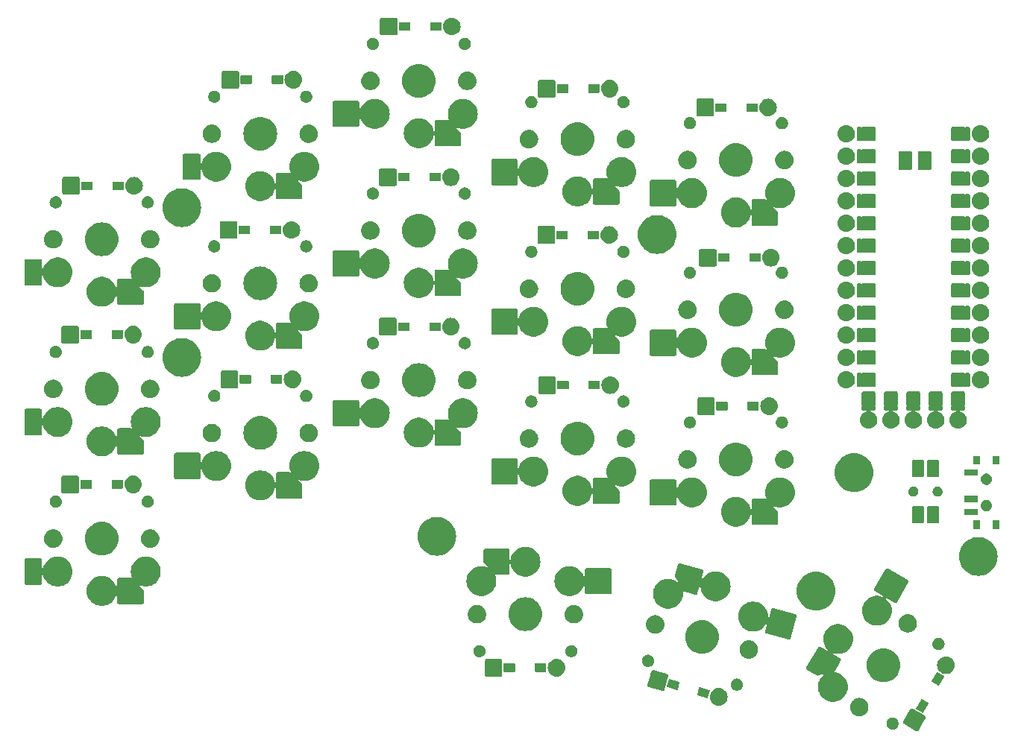
<source format=gbr>
G04 #@! TF.GenerationSoftware,KiCad,Pcbnew,7.0.8*
G04 #@! TF.CreationDate,2023-11-06T21:04:00-05:00*
G04 #@! TF.ProjectId,dance,64616e63-652e-46b6-9963-61645f706362,1.0*
G04 #@! TF.SameCoordinates,Original*
G04 #@! TF.FileFunction,Soldermask,Bot*
G04 #@! TF.FilePolarity,Negative*
%FSLAX46Y46*%
G04 Gerber Fmt 4.6, Leading zero omitted, Abs format (unit mm)*
G04 Created by KiCad (PCBNEW 7.0.8) date 2023-11-06 21:04:00*
%MOMM*%
%LPD*%
G01*
G04 APERTURE LIST*
G04 APERTURE END LIST*
G36*
X177977346Y-123726317D02*
G01*
X177981612Y-123728780D01*
X179358719Y-124523851D01*
X179358727Y-124523858D01*
X179362986Y-124526317D01*
X179421657Y-124577769D01*
X179456171Y-124647758D01*
X179461276Y-124725627D01*
X179436191Y-124799522D01*
X179104274Y-125374418D01*
X178638656Y-126180895D01*
X178638651Y-126180899D01*
X178636191Y-126185162D01*
X178584739Y-126243833D01*
X178514750Y-126278347D01*
X178436881Y-126283452D01*
X178362986Y-126258367D01*
X177885818Y-125982874D01*
X176981612Y-125460832D01*
X176981605Y-125460826D01*
X176977346Y-125458367D01*
X176918675Y-125406915D01*
X176884161Y-125336926D01*
X176879056Y-125259057D01*
X176904141Y-125185162D01*
X176906603Y-125180897D01*
X176906604Y-125180895D01*
X177701675Y-123803788D01*
X177701683Y-123803777D01*
X177704141Y-123799522D01*
X177755593Y-123740851D01*
X177825582Y-123706337D01*
X177903451Y-123701232D01*
X177977346Y-123726317D01*
G37*
G36*
X175729500Y-124720423D02*
G01*
X175771116Y-124720423D01*
X175806161Y-124729060D01*
X175841957Y-124733094D01*
X175888257Y-124749295D01*
X175933864Y-124760536D01*
X175960832Y-124774690D01*
X175988850Y-124784494D01*
X176036200Y-124814246D01*
X176082282Y-124838432D01*
X176100799Y-124854837D01*
X176120618Y-124867290D01*
X176165364Y-124912036D01*
X176207747Y-124949584D01*
X176218521Y-124965193D01*
X176230669Y-124977341D01*
X176268861Y-125038124D01*
X176302965Y-125087531D01*
X176307621Y-125099809D01*
X176313465Y-125109109D01*
X176341099Y-125188083D01*
X176362403Y-125244257D01*
X176363278Y-125251468D01*
X176364865Y-125256002D01*
X176378207Y-125374416D01*
X176382607Y-125410653D01*
X176378206Y-125446892D01*
X176364865Y-125565303D01*
X176363278Y-125569836D01*
X176362403Y-125577049D01*
X176341094Y-125633234D01*
X176313465Y-125712196D01*
X176307622Y-125721494D01*
X176302965Y-125733775D01*
X176268854Y-125783191D01*
X176230669Y-125843964D01*
X176218523Y-125856109D01*
X176207747Y-125871722D01*
X176165355Y-125909277D01*
X176120618Y-125954015D01*
X176100803Y-125966465D01*
X176082282Y-125982874D01*
X176036190Y-126007064D01*
X175988850Y-126036811D01*
X175960838Y-126046612D01*
X175933864Y-126060770D01*
X175888247Y-126072013D01*
X175841957Y-126088211D01*
X175806169Y-126092243D01*
X175771116Y-126100883D01*
X175729491Y-126100883D01*
X175687307Y-126105636D01*
X175645123Y-126100883D01*
X175603498Y-126100883D01*
X175568445Y-126092243D01*
X175532656Y-126088211D01*
X175486362Y-126072012D01*
X175440750Y-126060770D01*
X175413777Y-126046613D01*
X175385763Y-126036811D01*
X175338417Y-126007061D01*
X175292332Y-125982874D01*
X175273812Y-125966467D01*
X175253995Y-125954015D01*
X175209249Y-125909269D01*
X175166867Y-125871722D01*
X175156092Y-125856112D01*
X175143944Y-125843964D01*
X175105747Y-125783175D01*
X175071649Y-125733775D01*
X175066993Y-125721498D01*
X175061148Y-125712196D01*
X175033506Y-125633200D01*
X175012211Y-125577049D01*
X175011335Y-125569840D01*
X175009748Y-125565303D01*
X174996393Y-125446777D01*
X174992007Y-125410653D01*
X174996392Y-125374531D01*
X175009748Y-125256002D01*
X175011335Y-125251463D01*
X175012211Y-125244257D01*
X175033501Y-125188117D01*
X175061148Y-125109109D01*
X175066994Y-125099805D01*
X175071649Y-125087531D01*
X175105740Y-125038140D01*
X175143944Y-124977341D01*
X175156094Y-124965190D01*
X175166867Y-124949584D01*
X175209240Y-124912044D01*
X175253995Y-124867290D01*
X175273816Y-124854835D01*
X175292332Y-124838432D01*
X175338407Y-124814249D01*
X175385763Y-124784494D01*
X175413783Y-124774689D01*
X175440750Y-124760536D01*
X175486353Y-124749296D01*
X175532656Y-124733094D01*
X175568453Y-124729060D01*
X175603498Y-124720423D01*
X175645114Y-124720423D01*
X175687307Y-124715669D01*
X175729500Y-124720423D01*
G37*
G36*
X171957679Y-122506936D02*
G01*
X172006943Y-122506936D01*
X172061808Y-122517192D01*
X172115020Y-122522433D01*
X172155444Y-122534695D01*
X172197532Y-122542563D01*
X172255819Y-122565143D01*
X172312162Y-122582235D01*
X172344356Y-122599443D01*
X172378333Y-122612606D01*
X172437369Y-122649160D01*
X172493849Y-122679349D01*
X172517579Y-122698824D01*
X172543178Y-122714674D01*
X172599895Y-122766378D01*
X172653099Y-122810041D01*
X172668864Y-122829250D01*
X172686467Y-122845298D01*
X172737573Y-122912974D01*
X172783791Y-122969291D01*
X172792728Y-122986011D01*
X172803310Y-123000024D01*
X172845412Y-123084577D01*
X172880905Y-123150978D01*
X172884689Y-123163455D01*
X172889736Y-123173589D01*
X172919547Y-123278365D01*
X172940707Y-123348120D01*
X172941402Y-123355177D01*
X172942795Y-123360073D01*
X172957268Y-123516266D01*
X172960900Y-123553140D01*
X172957267Y-123590016D01*
X172942795Y-123746206D01*
X172941402Y-123751100D01*
X172940707Y-123758160D01*
X172919542Y-123827929D01*
X172889736Y-123932690D01*
X172884690Y-123942822D01*
X172880905Y-123955302D01*
X172845405Y-124021716D01*
X172803310Y-124106255D01*
X172792730Y-124120265D01*
X172783791Y-124136989D01*
X172737564Y-124193316D01*
X172686467Y-124260981D01*
X172668867Y-124277025D01*
X172653099Y-124296239D01*
X172599884Y-124339910D01*
X172543178Y-124391605D01*
X172517584Y-124407451D01*
X172493849Y-124426931D01*
X172437358Y-124457126D01*
X172378333Y-124493673D01*
X172344363Y-124506832D01*
X172312162Y-124524045D01*
X172255807Y-124541139D01*
X172197532Y-124563716D01*
X172155451Y-124571582D01*
X172115020Y-124583847D01*
X172061805Y-124589088D01*
X172006943Y-124599344D01*
X171957679Y-124599344D01*
X171910000Y-124604040D01*
X171862321Y-124599344D01*
X171813057Y-124599344D01*
X171758194Y-124589088D01*
X171704980Y-124583847D01*
X171664550Y-124571582D01*
X171622467Y-124563716D01*
X171564187Y-124541138D01*
X171507838Y-124524045D01*
X171475639Y-124506834D01*
X171441666Y-124493673D01*
X171382634Y-124457122D01*
X171326151Y-124426931D01*
X171302418Y-124407454D01*
X171276821Y-124391605D01*
X171220105Y-124339902D01*
X171166901Y-124296239D01*
X171151135Y-124277028D01*
X171133532Y-124260981D01*
X171082423Y-124193301D01*
X171036209Y-124136989D01*
X171027272Y-124120269D01*
X171016689Y-124106255D01*
X170974579Y-124021689D01*
X170939095Y-123955302D01*
X170935310Y-123942827D01*
X170930263Y-123932690D01*
X170900441Y-123827876D01*
X170879293Y-123758160D01*
X170878598Y-123751106D01*
X170877204Y-123746206D01*
X170862715Y-123589845D01*
X170859100Y-123553140D01*
X170862714Y-123516437D01*
X170877204Y-123360073D01*
X170878598Y-123355172D01*
X170879293Y-123348120D01*
X170900436Y-123278418D01*
X170930263Y-123173589D01*
X170935311Y-123163449D01*
X170939095Y-123150978D01*
X170974572Y-123084604D01*
X171016689Y-123000024D01*
X171027274Y-122986007D01*
X171036209Y-122969291D01*
X171082413Y-122912989D01*
X171133532Y-122845298D01*
X171151138Y-122829247D01*
X171166901Y-122810041D01*
X171220094Y-122766386D01*
X171276821Y-122714674D01*
X171302423Y-122698821D01*
X171326151Y-122679349D01*
X171382622Y-122649164D01*
X171441666Y-122612606D01*
X171475646Y-122599441D01*
X171507838Y-122582235D01*
X171564175Y-122565145D01*
X171622467Y-122542563D01*
X171664556Y-122534695D01*
X171704980Y-122522433D01*
X171758191Y-122517192D01*
X171813057Y-122506936D01*
X171862321Y-122506936D01*
X171910000Y-122502240D01*
X171957679Y-122506936D01*
G37*
G36*
X179005598Y-122654316D02*
G01*
X179008955Y-122654492D01*
X179012466Y-122654123D01*
X179014927Y-122655544D01*
X179027605Y-122657213D01*
X179027606Y-122657214D01*
X179034458Y-122661171D01*
X179034463Y-122661172D01*
X179756867Y-123078252D01*
X179756869Y-123078254D01*
X179763724Y-123082212D01*
X179763727Y-123082213D01*
X179771512Y-123092359D01*
X179773972Y-123093779D01*
X179775408Y-123097004D01*
X179777236Y-123099819D01*
X179787023Y-123112574D01*
X179784925Y-123128508D01*
X179784749Y-123131870D01*
X179785117Y-123135375D01*
X179783697Y-123137834D01*
X179782028Y-123150515D01*
X179778069Y-123157371D01*
X179778069Y-123157373D01*
X179185990Y-124182884D01*
X179185988Y-124182885D01*
X179182028Y-124189745D01*
X179171881Y-124197530D01*
X179170462Y-124199989D01*
X179167242Y-124201423D01*
X179164425Y-124203252D01*
X179151668Y-124213041D01*
X179135726Y-124210942D01*
X179132374Y-124210767D01*
X179128867Y-124211135D01*
X179126407Y-124209715D01*
X179113727Y-124208046D01*
X179106869Y-124204086D01*
X179106866Y-124204086D01*
X178384465Y-123787007D01*
X178384464Y-123787006D01*
X178377605Y-123783046D01*
X178369818Y-123772898D01*
X178367358Y-123771478D01*
X178365924Y-123768256D01*
X178364093Y-123765437D01*
X178354309Y-123752686D01*
X178356406Y-123736756D01*
X178356582Y-123733394D01*
X178356213Y-123729884D01*
X178357635Y-123727421D01*
X178359304Y-123714745D01*
X178363261Y-123707891D01*
X178363262Y-123707887D01*
X178955345Y-122682371D01*
X178955346Y-122682369D01*
X178959304Y-122675515D01*
X178969448Y-122667730D01*
X178970870Y-122665268D01*
X178974094Y-122663833D01*
X178976918Y-122661998D01*
X178989664Y-122652219D01*
X179005598Y-122654316D01*
G37*
G36*
X156163523Y-121405348D02*
G01*
X156351116Y-121462253D01*
X156524003Y-121554663D01*
X156675540Y-121679026D01*
X156799903Y-121830563D01*
X156892313Y-122003450D01*
X156949218Y-122191043D01*
X156968433Y-122386133D01*
X156949218Y-122581223D01*
X156892313Y-122768816D01*
X156799903Y-122941703D01*
X156675540Y-123093240D01*
X156524003Y-123217603D01*
X156351116Y-123310013D01*
X156163523Y-123366918D01*
X155968433Y-123386133D01*
X155773343Y-123366918D01*
X155585750Y-123310013D01*
X155412863Y-123217603D01*
X155261326Y-123093240D01*
X155136963Y-122941703D01*
X155044553Y-122768816D01*
X154987648Y-122581223D01*
X154968433Y-122386133D01*
X154987648Y-122191043D01*
X155044553Y-122003450D01*
X155136963Y-121830563D01*
X155261326Y-121679026D01*
X155412863Y-121554663D01*
X155585750Y-121462253D01*
X155773343Y-121405348D01*
X155968433Y-121386133D01*
X156163523Y-121405348D01*
G37*
G36*
X169885435Y-114157623D02*
G01*
X170128229Y-114232515D01*
X170357149Y-114342757D01*
X170567082Y-114485886D01*
X170753337Y-114658706D01*
X170911755Y-114857356D01*
X171038796Y-115077398D01*
X171131623Y-115313916D01*
X171188161Y-115561628D01*
X171207149Y-115815000D01*
X171188161Y-116068372D01*
X171131623Y-116316084D01*
X171038796Y-116552602D01*
X170911755Y-116772644D01*
X170753337Y-116971294D01*
X170567082Y-117144114D01*
X170357149Y-117287243D01*
X170128229Y-117397485D01*
X169885435Y-117472377D01*
X169634190Y-117510246D01*
X169380108Y-117510246D01*
X169128863Y-117472377D01*
X168886069Y-117397485D01*
X168885220Y-117397076D01*
X168863255Y-117390301D01*
X168827519Y-117472208D01*
X169741215Y-117999729D01*
X169741223Y-117999736D01*
X169745482Y-118002195D01*
X169804153Y-118053648D01*
X169838667Y-118123636D01*
X169843771Y-118201505D01*
X169818687Y-118275400D01*
X169581884Y-118685555D01*
X169171152Y-119396966D01*
X169171147Y-119396970D01*
X169168687Y-119401233D01*
X169117234Y-119459904D01*
X169067619Y-119484370D01*
X169078725Y-119555801D01*
X169290691Y-119587750D01*
X169533485Y-119662642D01*
X169762405Y-119772884D01*
X169972338Y-119916013D01*
X170158593Y-120088833D01*
X170317011Y-120287483D01*
X170444052Y-120507525D01*
X170536879Y-120744043D01*
X170593417Y-120991755D01*
X170612405Y-121245127D01*
X170593417Y-121498499D01*
X170536879Y-121746211D01*
X170444052Y-121982729D01*
X170317011Y-122202771D01*
X170158593Y-122401421D01*
X169972338Y-122574241D01*
X169762405Y-122717370D01*
X169533485Y-122827612D01*
X169290691Y-122902504D01*
X169039446Y-122940373D01*
X168785364Y-122940373D01*
X168534119Y-122902504D01*
X168291325Y-122827612D01*
X168062405Y-122717370D01*
X167852472Y-122574241D01*
X167666217Y-122401421D01*
X167507799Y-122202771D01*
X167380758Y-121982729D01*
X167287931Y-121746211D01*
X167231393Y-121498499D01*
X167212405Y-121245127D01*
X167231393Y-120991755D01*
X167287931Y-120744043D01*
X167380758Y-120507525D01*
X167507799Y-120287483D01*
X167666217Y-120088833D01*
X167852472Y-119916013D01*
X167889728Y-119890612D01*
X167854573Y-119813993D01*
X167646069Y-119869862D01*
X167276171Y-119968977D01*
X167276166Y-119968977D01*
X167271413Y-119970251D01*
X167193544Y-119975354D01*
X167119650Y-119950271D01*
X167115388Y-119947810D01*
X167115381Y-119947808D01*
X165998083Y-119302736D01*
X165998078Y-119302731D01*
X165993816Y-119300271D01*
X165935145Y-119248818D01*
X165900631Y-119178830D01*
X165895527Y-119100961D01*
X165920611Y-119027066D01*
X165923073Y-119022801D01*
X165923074Y-119022799D01*
X167218145Y-116779666D01*
X167218153Y-116779655D01*
X167220611Y-116775400D01*
X167272064Y-116716729D01*
X167342052Y-116682215D01*
X167419921Y-116677111D01*
X167493816Y-116702195D01*
X167498082Y-116704658D01*
X168411778Y-117232180D01*
X168464844Y-117160278D01*
X168447997Y-117144646D01*
X168447216Y-117144114D01*
X168260961Y-116971294D01*
X168102543Y-116772644D01*
X167975502Y-116552602D01*
X167882675Y-116316084D01*
X167826137Y-116068372D01*
X167807149Y-115815000D01*
X167826137Y-115561628D01*
X167882675Y-115313916D01*
X167975502Y-115077398D01*
X168102543Y-114857356D01*
X168260961Y-114658706D01*
X168447216Y-114485886D01*
X168657149Y-114342757D01*
X168886069Y-114232515D01*
X169128863Y-114157623D01*
X169380108Y-114119754D01*
X169634190Y-114119754D01*
X169885435Y-114157623D01*
G37*
G36*
X153779828Y-121307942D02*
G01*
X153779832Y-121307942D01*
X154923644Y-121614426D01*
X154923646Y-121614427D01*
X154931295Y-121616477D01*
X154941440Y-121624261D01*
X154944183Y-121624996D01*
X154946402Y-121627737D01*
X154948897Y-121629984D01*
X154961655Y-121639773D01*
X154963752Y-121655706D01*
X154964452Y-121658997D01*
X154965715Y-121662288D01*
X154964980Y-121665031D01*
X154966650Y-121677714D01*
X154964599Y-121685364D01*
X154964600Y-121685365D01*
X154748705Y-122491100D01*
X154748703Y-122491102D01*
X154746654Y-122498751D01*
X154738866Y-122508899D01*
X154738132Y-122511639D01*
X154735394Y-122513857D01*
X154733152Y-122516346D01*
X154723358Y-122529111D01*
X154707414Y-122531210D01*
X154704132Y-122531908D01*
X154700840Y-122533171D01*
X154698098Y-122532436D01*
X154685417Y-122534106D01*
X154677766Y-122532055D01*
X154677765Y-122532056D01*
X153533955Y-122225573D01*
X153533953Y-122225572D01*
X153526306Y-122223523D01*
X153516161Y-122215738D01*
X153513417Y-122215003D01*
X153511197Y-122212261D01*
X153508704Y-122210016D01*
X153495946Y-122200227D01*
X153493849Y-122184302D01*
X153493148Y-122181003D01*
X153491884Y-122177710D01*
X153492620Y-122174963D01*
X153490951Y-122162286D01*
X153492999Y-122154641D01*
X153492999Y-122154636D01*
X153708896Y-121348898D01*
X153708898Y-121348894D01*
X153710947Y-121341249D01*
X153718731Y-121331104D01*
X153719466Y-121328359D01*
X153722208Y-121326140D01*
X153724459Y-121323639D01*
X153734243Y-121310889D01*
X153750171Y-121308791D01*
X153753466Y-121308092D01*
X153756759Y-121306827D01*
X153759504Y-121307563D01*
X153772184Y-121305894D01*
X153779828Y-121307942D01*
G37*
G36*
X148546209Y-119362078D02*
G01*
X149411516Y-119593936D01*
X150086931Y-119774912D01*
X150086933Y-119774913D01*
X150091691Y-119776188D01*
X150161680Y-119810703D01*
X150213132Y-119869374D01*
X150238216Y-119943268D01*
X150233112Y-120021137D01*
X149819002Y-121566619D01*
X149784487Y-121636608D01*
X149725816Y-121688060D01*
X149651922Y-121713144D01*
X149574053Y-121708040D01*
X148028571Y-121293930D01*
X147958582Y-121259415D01*
X147907130Y-121200744D01*
X147882046Y-121126850D01*
X147887150Y-121048981D01*
X148091192Y-120287483D01*
X148299984Y-119508258D01*
X148299985Y-119508254D01*
X148301260Y-119503499D01*
X148335775Y-119433510D01*
X148394446Y-119382058D01*
X148468340Y-119356974D01*
X148546209Y-119362078D01*
G37*
G36*
X158057286Y-120297694D02*
G01*
X158098902Y-120297694D01*
X158133947Y-120306331D01*
X158169743Y-120310365D01*
X158216043Y-120326566D01*
X158261650Y-120337807D01*
X158288618Y-120351961D01*
X158316636Y-120361765D01*
X158363986Y-120391517D01*
X158410068Y-120415703D01*
X158428585Y-120432108D01*
X158448404Y-120444561D01*
X158493150Y-120489307D01*
X158535533Y-120526855D01*
X158546307Y-120542464D01*
X158558455Y-120554612D01*
X158596647Y-120615395D01*
X158630751Y-120664802D01*
X158635407Y-120677080D01*
X158641251Y-120686380D01*
X158668885Y-120765354D01*
X158690189Y-120821528D01*
X158691064Y-120828739D01*
X158692651Y-120833273D01*
X158705993Y-120951687D01*
X158710393Y-120987924D01*
X158705992Y-121024163D01*
X158692651Y-121142574D01*
X158691064Y-121147107D01*
X158690189Y-121154320D01*
X158668880Y-121210505D01*
X158641251Y-121289467D01*
X158635408Y-121298765D01*
X158630751Y-121311046D01*
X158596640Y-121360462D01*
X158558455Y-121421235D01*
X158546309Y-121433380D01*
X158535533Y-121448993D01*
X158493141Y-121486548D01*
X158448404Y-121531286D01*
X158428589Y-121543736D01*
X158410068Y-121560145D01*
X158363976Y-121584335D01*
X158316636Y-121614082D01*
X158288624Y-121623883D01*
X158261650Y-121638041D01*
X158216033Y-121649284D01*
X158169743Y-121665482D01*
X158133955Y-121669514D01*
X158098902Y-121678154D01*
X158057277Y-121678154D01*
X158015093Y-121682907D01*
X157972909Y-121678154D01*
X157931284Y-121678154D01*
X157896231Y-121669514D01*
X157860442Y-121665482D01*
X157814148Y-121649283D01*
X157768536Y-121638041D01*
X157741563Y-121623884D01*
X157713549Y-121614082D01*
X157666203Y-121584332D01*
X157620118Y-121560145D01*
X157601598Y-121543738D01*
X157581781Y-121531286D01*
X157537035Y-121486540D01*
X157494653Y-121448993D01*
X157483878Y-121433383D01*
X157471730Y-121421235D01*
X157433533Y-121360446D01*
X157399435Y-121311046D01*
X157394779Y-121298769D01*
X157388934Y-121289467D01*
X157361292Y-121210471D01*
X157339997Y-121154320D01*
X157339121Y-121147111D01*
X157337534Y-121142574D01*
X157324179Y-121024048D01*
X157319793Y-120987924D01*
X157324178Y-120951802D01*
X157337534Y-120833273D01*
X157339121Y-120828734D01*
X157339997Y-120821528D01*
X157361287Y-120765388D01*
X157388934Y-120686380D01*
X157394780Y-120677076D01*
X157399435Y-120664802D01*
X157433526Y-120615411D01*
X157471730Y-120554612D01*
X157483880Y-120542461D01*
X157494653Y-120526855D01*
X157537026Y-120489315D01*
X157581781Y-120444561D01*
X157601602Y-120432106D01*
X157620118Y-120415703D01*
X157666193Y-120391520D01*
X157713549Y-120361765D01*
X157741569Y-120351960D01*
X157768536Y-120337807D01*
X157814139Y-120326567D01*
X157860442Y-120310365D01*
X157896239Y-120306331D01*
X157931284Y-120297694D01*
X157972900Y-120297694D01*
X158015093Y-120292940D01*
X158057286Y-120297694D01*
G37*
G36*
X150350791Y-120389134D02*
G01*
X150350795Y-120389134D01*
X151494607Y-120695618D01*
X151494609Y-120695619D01*
X151502258Y-120697669D01*
X151512403Y-120705453D01*
X151515146Y-120706188D01*
X151517365Y-120708929D01*
X151519860Y-120711176D01*
X151532618Y-120720965D01*
X151534715Y-120736898D01*
X151535415Y-120740189D01*
X151536678Y-120743480D01*
X151535943Y-120746223D01*
X151537613Y-120758906D01*
X151535562Y-120766556D01*
X151535563Y-120766557D01*
X151319668Y-121572292D01*
X151319666Y-121572294D01*
X151317617Y-121579943D01*
X151309829Y-121590091D01*
X151309095Y-121592831D01*
X151306357Y-121595049D01*
X151304115Y-121597538D01*
X151294321Y-121610303D01*
X151278377Y-121612402D01*
X151275095Y-121613100D01*
X151271803Y-121614363D01*
X151269061Y-121613628D01*
X151256380Y-121615298D01*
X151248729Y-121613247D01*
X151248728Y-121613248D01*
X150104918Y-121306765D01*
X150104916Y-121306764D01*
X150097269Y-121304715D01*
X150087124Y-121296930D01*
X150084380Y-121296195D01*
X150082160Y-121293453D01*
X150079667Y-121291208D01*
X150066909Y-121281419D01*
X150064812Y-121265494D01*
X150064111Y-121262195D01*
X150062847Y-121258902D01*
X150063583Y-121256155D01*
X150061914Y-121243478D01*
X150063962Y-121235833D01*
X150063962Y-121235828D01*
X150279859Y-120430090D01*
X150279861Y-120430086D01*
X150281910Y-120422441D01*
X150289694Y-120412296D01*
X150290429Y-120409551D01*
X150293171Y-120407332D01*
X150295422Y-120404831D01*
X150305206Y-120392081D01*
X150321134Y-120389983D01*
X150324429Y-120389284D01*
X150327722Y-120388019D01*
X150330467Y-120388755D01*
X150343147Y-120387086D01*
X150350791Y-120389134D01*
G37*
G36*
X180780598Y-119579926D02*
G01*
X180783955Y-119580102D01*
X180787466Y-119579733D01*
X180789927Y-119581154D01*
X180802605Y-119582823D01*
X180802606Y-119582824D01*
X180809458Y-119586781D01*
X180809463Y-119586782D01*
X181531867Y-120003862D01*
X181531869Y-120003864D01*
X181538724Y-120007822D01*
X181538727Y-120007823D01*
X181546512Y-120017969D01*
X181548972Y-120019389D01*
X181550408Y-120022614D01*
X181552236Y-120025429D01*
X181562023Y-120038184D01*
X181559925Y-120054118D01*
X181559749Y-120057480D01*
X181560117Y-120060985D01*
X181558697Y-120063444D01*
X181557028Y-120076125D01*
X181553069Y-120082981D01*
X181553069Y-120082983D01*
X180960990Y-121108494D01*
X180960988Y-121108495D01*
X180957028Y-121115355D01*
X180946881Y-121123140D01*
X180945462Y-121125599D01*
X180942242Y-121127033D01*
X180939425Y-121128862D01*
X180926668Y-121138651D01*
X180910726Y-121136552D01*
X180907374Y-121136377D01*
X180903867Y-121136745D01*
X180901407Y-121135325D01*
X180888727Y-121133656D01*
X180881869Y-121129696D01*
X180881866Y-121129696D01*
X180159465Y-120712617D01*
X180159464Y-120712616D01*
X180152605Y-120708656D01*
X180144818Y-120698508D01*
X180142358Y-120697088D01*
X180140924Y-120693866D01*
X180139093Y-120691047D01*
X180129309Y-120678296D01*
X180131406Y-120662366D01*
X180131582Y-120659004D01*
X180131213Y-120655494D01*
X180132635Y-120653031D01*
X180134304Y-120640355D01*
X180138261Y-120633501D01*
X180138262Y-120633497D01*
X180730345Y-119607981D01*
X180730346Y-119607979D01*
X180734304Y-119601125D01*
X180744448Y-119593340D01*
X180745870Y-119590878D01*
X180749094Y-119589443D01*
X180751918Y-119587608D01*
X180764664Y-119577829D01*
X180780598Y-119579926D01*
G37*
G36*
X174932462Y-116894987D02*
G01*
X175199377Y-116953051D01*
X175455312Y-117048510D01*
X175695057Y-117179420D01*
X175913731Y-117343117D01*
X176106883Y-117536269D01*
X176270580Y-117754943D01*
X176401490Y-117994688D01*
X176496949Y-118250623D01*
X176555013Y-118517538D01*
X176574500Y-118790000D01*
X176555013Y-119062462D01*
X176496949Y-119329377D01*
X176401490Y-119585312D01*
X176270580Y-119825057D01*
X176106883Y-120043731D01*
X175913731Y-120236883D01*
X175695057Y-120400580D01*
X175455312Y-120531490D01*
X175199377Y-120626949D01*
X174932462Y-120685013D01*
X174660000Y-120704500D01*
X174387538Y-120685013D01*
X174120623Y-120626949D01*
X173864688Y-120531490D01*
X173624943Y-120400580D01*
X173406269Y-120236883D01*
X173213117Y-120043731D01*
X173049420Y-119825057D01*
X172918510Y-119585312D01*
X172823051Y-119329377D01*
X172764987Y-119062462D01*
X172745500Y-118790000D01*
X172764987Y-118517538D01*
X172823051Y-118250623D01*
X172918510Y-117994688D01*
X173049420Y-117754943D01*
X173213117Y-117536269D01*
X173406269Y-117343117D01*
X173624943Y-117179420D01*
X173864688Y-117048510D01*
X174120623Y-116953051D01*
X174387538Y-116894987D01*
X174660000Y-116875500D01*
X174932462Y-116894987D01*
G37*
G36*
X131260137Y-118090424D02*
G01*
X131325021Y-118133779D01*
X131368376Y-118198663D01*
X131383600Y-118275200D01*
X131383600Y-119875200D01*
X131368376Y-119951737D01*
X131325021Y-120016621D01*
X131260137Y-120059976D01*
X131183600Y-120075200D01*
X129583600Y-120075200D01*
X129507063Y-120059976D01*
X129442179Y-120016621D01*
X129398824Y-119951737D01*
X129383600Y-119875200D01*
X129383600Y-118275200D01*
X129398824Y-118198663D01*
X129442179Y-118133779D01*
X129507063Y-118090424D01*
X129583600Y-118075200D01*
X131183600Y-118075200D01*
X131260137Y-118090424D01*
G37*
G36*
X137730690Y-118094415D02*
G01*
X137918283Y-118151320D01*
X138091170Y-118243730D01*
X138242707Y-118368093D01*
X138367070Y-118519630D01*
X138459480Y-118692517D01*
X138516385Y-118880110D01*
X138535600Y-119075200D01*
X138516385Y-119270290D01*
X138459480Y-119457883D01*
X138367070Y-119630770D01*
X138242707Y-119782307D01*
X138091170Y-119906670D01*
X137918283Y-119999080D01*
X137730690Y-120055985D01*
X137535600Y-120075200D01*
X137340510Y-120055985D01*
X137152917Y-119999080D01*
X136980030Y-119906670D01*
X136828493Y-119782307D01*
X136704130Y-119630770D01*
X136611720Y-119457883D01*
X136554815Y-119270290D01*
X136535600Y-119075200D01*
X136554815Y-118880110D01*
X136611720Y-118692517D01*
X136704130Y-118519630D01*
X136828493Y-118368093D01*
X136980030Y-118243730D01*
X137152917Y-118151320D01*
X137340510Y-118094415D01*
X137535600Y-118075200D01*
X137730690Y-118094415D01*
G37*
G36*
X181941256Y-117817743D02*
G01*
X182128849Y-117874648D01*
X182301736Y-117967058D01*
X182453273Y-118091421D01*
X182577636Y-118242958D01*
X182670046Y-118415845D01*
X182726951Y-118603438D01*
X182746166Y-118798528D01*
X182726951Y-118993618D01*
X182670046Y-119181211D01*
X182577636Y-119354098D01*
X182453273Y-119505635D01*
X182301736Y-119629998D01*
X182128849Y-119722408D01*
X181941256Y-119779313D01*
X181746166Y-119798528D01*
X181551076Y-119779313D01*
X181363483Y-119722408D01*
X181190596Y-119629998D01*
X181039059Y-119505635D01*
X180914696Y-119354098D01*
X180822286Y-119181211D01*
X180765381Y-118993618D01*
X180746166Y-118798528D01*
X180765381Y-118603438D01*
X180822286Y-118415845D01*
X180914696Y-118242958D01*
X181039059Y-118091421D01*
X181190596Y-117967058D01*
X181363483Y-117874648D01*
X181551076Y-117817743D01*
X181746166Y-117798528D01*
X181941256Y-117817743D01*
G37*
G36*
X132796415Y-118605094D02*
G01*
X132799256Y-118605094D01*
X132802109Y-118607167D01*
X132805103Y-118608693D01*
X132819955Y-118614845D01*
X132826107Y-118629696D01*
X132827632Y-118632690D01*
X132829706Y-118635544D01*
X132829706Y-118638385D01*
X132834600Y-118650200D01*
X132834600Y-119500200D01*
X132829706Y-119512014D01*
X132829706Y-119514854D01*
X132827633Y-119517708D01*
X132826108Y-119520700D01*
X132819955Y-119535555D01*
X132805100Y-119541708D01*
X132802108Y-119543233D01*
X132799255Y-119545306D01*
X132796415Y-119545306D01*
X132784600Y-119550200D01*
X132776680Y-119550200D01*
X131592520Y-119550200D01*
X131584600Y-119550200D01*
X131572785Y-119545306D01*
X131569945Y-119545306D01*
X131567090Y-119543232D01*
X131564096Y-119541707D01*
X131549245Y-119535555D01*
X131543093Y-119520703D01*
X131541567Y-119517709D01*
X131539494Y-119514855D01*
X131539494Y-119512014D01*
X131534600Y-119500200D01*
X131534600Y-118650200D01*
X131539494Y-118638385D01*
X131539494Y-118635543D01*
X131541568Y-118632689D01*
X131543096Y-118629689D01*
X131549245Y-118614845D01*
X131564089Y-118608696D01*
X131567089Y-118607168D01*
X131569944Y-118605094D01*
X131572785Y-118605094D01*
X131584600Y-118600200D01*
X132784600Y-118600200D01*
X132796415Y-118605094D01*
G37*
G36*
X136346415Y-118605094D02*
G01*
X136349256Y-118605094D01*
X136352109Y-118607167D01*
X136355103Y-118608693D01*
X136369955Y-118614845D01*
X136376107Y-118629696D01*
X136377632Y-118632690D01*
X136379706Y-118635544D01*
X136379706Y-118638385D01*
X136384600Y-118650200D01*
X136384600Y-119500200D01*
X136379706Y-119512014D01*
X136379706Y-119514854D01*
X136377633Y-119517708D01*
X136376108Y-119520700D01*
X136369955Y-119535555D01*
X136355100Y-119541708D01*
X136352108Y-119543233D01*
X136349255Y-119545306D01*
X136346415Y-119545306D01*
X136334600Y-119550200D01*
X136326680Y-119550200D01*
X135142520Y-119550200D01*
X135134600Y-119550200D01*
X135122785Y-119545306D01*
X135119945Y-119545306D01*
X135117090Y-119543232D01*
X135114096Y-119541707D01*
X135099245Y-119535555D01*
X135093093Y-119520703D01*
X135091567Y-119517709D01*
X135089494Y-119514855D01*
X135089494Y-119512014D01*
X135084600Y-119500200D01*
X135084600Y-118650200D01*
X135089494Y-118638385D01*
X135089494Y-118635543D01*
X135091568Y-118632689D01*
X135093096Y-118629689D01*
X135099245Y-118614845D01*
X135114089Y-118608696D01*
X135117089Y-118607168D01*
X135119944Y-118605094D01*
X135122785Y-118605094D01*
X135134600Y-118600200D01*
X136334600Y-118600200D01*
X136346415Y-118605094D01*
G37*
G36*
X147973020Y-117595623D02*
G01*
X148014636Y-117595623D01*
X148049681Y-117604260D01*
X148085477Y-117608294D01*
X148131777Y-117624495D01*
X148177384Y-117635736D01*
X148204352Y-117649890D01*
X148232370Y-117659694D01*
X148279720Y-117689446D01*
X148325802Y-117713632D01*
X148344319Y-117730037D01*
X148364138Y-117742490D01*
X148408884Y-117787236D01*
X148451267Y-117824784D01*
X148462041Y-117840393D01*
X148474189Y-117852541D01*
X148512381Y-117913324D01*
X148546485Y-117962731D01*
X148551141Y-117975009D01*
X148556985Y-117984309D01*
X148584619Y-118063283D01*
X148605923Y-118119457D01*
X148606798Y-118126668D01*
X148608385Y-118131202D01*
X148621727Y-118249616D01*
X148626127Y-118285853D01*
X148621726Y-118322092D01*
X148608385Y-118440503D01*
X148606798Y-118445036D01*
X148605923Y-118452249D01*
X148584614Y-118508434D01*
X148556985Y-118587396D01*
X148551142Y-118596694D01*
X148546485Y-118608975D01*
X148512374Y-118658391D01*
X148474189Y-118719164D01*
X148462043Y-118731309D01*
X148451267Y-118746922D01*
X148408875Y-118784477D01*
X148364138Y-118829215D01*
X148344323Y-118841665D01*
X148325802Y-118858074D01*
X148279710Y-118882264D01*
X148232370Y-118912011D01*
X148204358Y-118921812D01*
X148177384Y-118935970D01*
X148131767Y-118947213D01*
X148085477Y-118963411D01*
X148049689Y-118967443D01*
X148014636Y-118976083D01*
X147973011Y-118976083D01*
X147930827Y-118980836D01*
X147888643Y-118976083D01*
X147847018Y-118976083D01*
X147811965Y-118967443D01*
X147776176Y-118963411D01*
X147729882Y-118947212D01*
X147684270Y-118935970D01*
X147657297Y-118921813D01*
X147629283Y-118912011D01*
X147581937Y-118882261D01*
X147535852Y-118858074D01*
X147517332Y-118841667D01*
X147497515Y-118829215D01*
X147452769Y-118784469D01*
X147410387Y-118746922D01*
X147399612Y-118731312D01*
X147387464Y-118719164D01*
X147349267Y-118658375D01*
X147315169Y-118608975D01*
X147310513Y-118596698D01*
X147304668Y-118587396D01*
X147277026Y-118508400D01*
X147255731Y-118452249D01*
X147254855Y-118445040D01*
X147253268Y-118440503D01*
X147239913Y-118321977D01*
X147235527Y-118285853D01*
X147239912Y-118249731D01*
X147253268Y-118131202D01*
X147254855Y-118126663D01*
X147255731Y-118119457D01*
X147277021Y-118063317D01*
X147304668Y-117984309D01*
X147310514Y-117975005D01*
X147315169Y-117962731D01*
X147349260Y-117913340D01*
X147387464Y-117852541D01*
X147399614Y-117840390D01*
X147410387Y-117824784D01*
X147452760Y-117787244D01*
X147497515Y-117742490D01*
X147517336Y-117730035D01*
X147535852Y-117713632D01*
X147581927Y-117689449D01*
X147629283Y-117659694D01*
X147657303Y-117649889D01*
X147684270Y-117635736D01*
X147729873Y-117624496D01*
X147776176Y-117608294D01*
X147811973Y-117604260D01*
X147847018Y-117595623D01*
X147888634Y-117595623D01*
X147930827Y-117590869D01*
X147973020Y-117595623D01*
G37*
G36*
X159420271Y-115957301D02*
G01*
X159469535Y-115957301D01*
X159524400Y-115967557D01*
X159577612Y-115972798D01*
X159618036Y-115985060D01*
X159660124Y-115992928D01*
X159718411Y-116015508D01*
X159774754Y-116032600D01*
X159806948Y-116049808D01*
X159840925Y-116062971D01*
X159899961Y-116099525D01*
X159956441Y-116129714D01*
X159980171Y-116149189D01*
X160005770Y-116165039D01*
X160062487Y-116216743D01*
X160115691Y-116260406D01*
X160131456Y-116279615D01*
X160149059Y-116295663D01*
X160200165Y-116363339D01*
X160246383Y-116419656D01*
X160255320Y-116436376D01*
X160265902Y-116450389D01*
X160308004Y-116534942D01*
X160343497Y-116601343D01*
X160347281Y-116613820D01*
X160352328Y-116623954D01*
X160382139Y-116728730D01*
X160403299Y-116798485D01*
X160403994Y-116805542D01*
X160405387Y-116810438D01*
X160419860Y-116966631D01*
X160423492Y-117003505D01*
X160419859Y-117040381D01*
X160405387Y-117196571D01*
X160403994Y-117201465D01*
X160403299Y-117208525D01*
X160382134Y-117278294D01*
X160352328Y-117383055D01*
X160347282Y-117393187D01*
X160343497Y-117405667D01*
X160307997Y-117472081D01*
X160265902Y-117556620D01*
X160255322Y-117570630D01*
X160246383Y-117587354D01*
X160200156Y-117643681D01*
X160149059Y-117711346D01*
X160131459Y-117727390D01*
X160115691Y-117746604D01*
X160062476Y-117790275D01*
X160005770Y-117841970D01*
X159980176Y-117857816D01*
X159956441Y-117877296D01*
X159899950Y-117907491D01*
X159840925Y-117944038D01*
X159806955Y-117957197D01*
X159774754Y-117974410D01*
X159718399Y-117991504D01*
X159660124Y-118014081D01*
X159618043Y-118021947D01*
X159577612Y-118034212D01*
X159524397Y-118039453D01*
X159469535Y-118049709D01*
X159420271Y-118049709D01*
X159372592Y-118054405D01*
X159324913Y-118049709D01*
X159275649Y-118049709D01*
X159220786Y-118039453D01*
X159167572Y-118034212D01*
X159127142Y-118021947D01*
X159085059Y-118014081D01*
X159026779Y-117991503D01*
X158970430Y-117974410D01*
X158938231Y-117957199D01*
X158904258Y-117944038D01*
X158845226Y-117907487D01*
X158788743Y-117877296D01*
X158765010Y-117857819D01*
X158739413Y-117841970D01*
X158682697Y-117790267D01*
X158629493Y-117746604D01*
X158613727Y-117727393D01*
X158596124Y-117711346D01*
X158545015Y-117643666D01*
X158498801Y-117587354D01*
X158489864Y-117570634D01*
X158479281Y-117556620D01*
X158437171Y-117472054D01*
X158401687Y-117405667D01*
X158397902Y-117393192D01*
X158392855Y-117383055D01*
X158363033Y-117278241D01*
X158341885Y-117208525D01*
X158341190Y-117201471D01*
X158339796Y-117196571D01*
X158325307Y-117040210D01*
X158321692Y-117003505D01*
X158325306Y-116966802D01*
X158339796Y-116810438D01*
X158341190Y-116805537D01*
X158341885Y-116798485D01*
X158363028Y-116728783D01*
X158392855Y-116623954D01*
X158397903Y-116613814D01*
X158401687Y-116601343D01*
X158437164Y-116534969D01*
X158479281Y-116450389D01*
X158489866Y-116436372D01*
X158498801Y-116419656D01*
X158545005Y-116363354D01*
X158596124Y-116295663D01*
X158613730Y-116279612D01*
X158629493Y-116260406D01*
X158682686Y-116216751D01*
X158739413Y-116165039D01*
X158765015Y-116149186D01*
X158788743Y-116129714D01*
X158845214Y-116099529D01*
X158904258Y-116062971D01*
X158938238Y-116049806D01*
X158970430Y-116032600D01*
X159026767Y-116015510D01*
X159085059Y-115992928D01*
X159127148Y-115985060D01*
X159167572Y-115972798D01*
X159220783Y-115967557D01*
X159275649Y-115957301D01*
X159324913Y-115957301D01*
X159372592Y-115952605D01*
X159420271Y-115957301D01*
G37*
G36*
X128832193Y-116499770D02*
G01*
X128873809Y-116499770D01*
X128908854Y-116508407D01*
X128944650Y-116512441D01*
X128990950Y-116528642D01*
X129036557Y-116539883D01*
X129063525Y-116554037D01*
X129091543Y-116563841D01*
X129138893Y-116593593D01*
X129184975Y-116617779D01*
X129203492Y-116634184D01*
X129223311Y-116646637D01*
X129268057Y-116691383D01*
X129310440Y-116728931D01*
X129321214Y-116744540D01*
X129333362Y-116756688D01*
X129371554Y-116817471D01*
X129405658Y-116866878D01*
X129410314Y-116879156D01*
X129416158Y-116888456D01*
X129443792Y-116967430D01*
X129465096Y-117023604D01*
X129465971Y-117030815D01*
X129467558Y-117035349D01*
X129480900Y-117153763D01*
X129485300Y-117190000D01*
X129480899Y-117226239D01*
X129467558Y-117344650D01*
X129465971Y-117349183D01*
X129465096Y-117356396D01*
X129443787Y-117412581D01*
X129416158Y-117491543D01*
X129410315Y-117500841D01*
X129405658Y-117513122D01*
X129371547Y-117562538D01*
X129333362Y-117623311D01*
X129321216Y-117635456D01*
X129310440Y-117651069D01*
X129268048Y-117688624D01*
X129223311Y-117733362D01*
X129203496Y-117745812D01*
X129184975Y-117762221D01*
X129138883Y-117786411D01*
X129091543Y-117816158D01*
X129063531Y-117825959D01*
X129036557Y-117840117D01*
X128990940Y-117851360D01*
X128944650Y-117867558D01*
X128908862Y-117871590D01*
X128873809Y-117880230D01*
X128832184Y-117880230D01*
X128790000Y-117884983D01*
X128747816Y-117880230D01*
X128706191Y-117880230D01*
X128671138Y-117871590D01*
X128635349Y-117867558D01*
X128589055Y-117851359D01*
X128543443Y-117840117D01*
X128516470Y-117825960D01*
X128488456Y-117816158D01*
X128441110Y-117786408D01*
X128395025Y-117762221D01*
X128376505Y-117745814D01*
X128356688Y-117733362D01*
X128311942Y-117688616D01*
X128269560Y-117651069D01*
X128258785Y-117635459D01*
X128246637Y-117623311D01*
X128208440Y-117562522D01*
X128174342Y-117513122D01*
X128169686Y-117500845D01*
X128163841Y-117491543D01*
X128136199Y-117412547D01*
X128114904Y-117356396D01*
X128114028Y-117349187D01*
X128112441Y-117344650D01*
X128099086Y-117226124D01*
X128094700Y-117190000D01*
X128099085Y-117153878D01*
X128112441Y-117035349D01*
X128114028Y-117030810D01*
X128114904Y-117023604D01*
X128136194Y-116967464D01*
X128163841Y-116888456D01*
X128169687Y-116879152D01*
X128174342Y-116866878D01*
X128208433Y-116817487D01*
X128246637Y-116756688D01*
X128258787Y-116744537D01*
X128269560Y-116728931D01*
X128311933Y-116691391D01*
X128356688Y-116646637D01*
X128376509Y-116634182D01*
X128395025Y-116617779D01*
X128441100Y-116593596D01*
X128488456Y-116563841D01*
X128516476Y-116554036D01*
X128543443Y-116539883D01*
X128589046Y-116528643D01*
X128635349Y-116512441D01*
X128671146Y-116508407D01*
X128706191Y-116499770D01*
X128747807Y-116499770D01*
X128790000Y-116495016D01*
X128832193Y-116499770D01*
G37*
G36*
X139272193Y-116499770D02*
G01*
X139313809Y-116499770D01*
X139348854Y-116508407D01*
X139384650Y-116512441D01*
X139430950Y-116528642D01*
X139476557Y-116539883D01*
X139503525Y-116554037D01*
X139531543Y-116563841D01*
X139578893Y-116593593D01*
X139624975Y-116617779D01*
X139643492Y-116634184D01*
X139663311Y-116646637D01*
X139708057Y-116691383D01*
X139750440Y-116728931D01*
X139761214Y-116744540D01*
X139773362Y-116756688D01*
X139811554Y-116817471D01*
X139845658Y-116866878D01*
X139850314Y-116879156D01*
X139856158Y-116888456D01*
X139883792Y-116967430D01*
X139905096Y-117023604D01*
X139905971Y-117030815D01*
X139907558Y-117035349D01*
X139920900Y-117153763D01*
X139925300Y-117190000D01*
X139920899Y-117226239D01*
X139907558Y-117344650D01*
X139905971Y-117349183D01*
X139905096Y-117356396D01*
X139883787Y-117412581D01*
X139856158Y-117491543D01*
X139850315Y-117500841D01*
X139845658Y-117513122D01*
X139811547Y-117562538D01*
X139773362Y-117623311D01*
X139761216Y-117635456D01*
X139750440Y-117651069D01*
X139708048Y-117688624D01*
X139663311Y-117733362D01*
X139643496Y-117745812D01*
X139624975Y-117762221D01*
X139578883Y-117786411D01*
X139531543Y-117816158D01*
X139503531Y-117825959D01*
X139476557Y-117840117D01*
X139430940Y-117851360D01*
X139384650Y-117867558D01*
X139348862Y-117871590D01*
X139313809Y-117880230D01*
X139272184Y-117880230D01*
X139230000Y-117884983D01*
X139187816Y-117880230D01*
X139146191Y-117880230D01*
X139111138Y-117871590D01*
X139075349Y-117867558D01*
X139029055Y-117851359D01*
X138983443Y-117840117D01*
X138956470Y-117825960D01*
X138928456Y-117816158D01*
X138881110Y-117786408D01*
X138835025Y-117762221D01*
X138816505Y-117745814D01*
X138796688Y-117733362D01*
X138751942Y-117688616D01*
X138709560Y-117651069D01*
X138698785Y-117635459D01*
X138686637Y-117623311D01*
X138648440Y-117562522D01*
X138614342Y-117513122D01*
X138609686Y-117500845D01*
X138603841Y-117491543D01*
X138576199Y-117412547D01*
X138554904Y-117356396D01*
X138554028Y-117349187D01*
X138552441Y-117344650D01*
X138539086Y-117226124D01*
X138534700Y-117190000D01*
X138539085Y-117153878D01*
X138552441Y-117035349D01*
X138554028Y-117030810D01*
X138554904Y-117023604D01*
X138576194Y-116967464D01*
X138603841Y-116888456D01*
X138609687Y-116879152D01*
X138614342Y-116866878D01*
X138648433Y-116817487D01*
X138686637Y-116756688D01*
X138698787Y-116744537D01*
X138709560Y-116728931D01*
X138751933Y-116691391D01*
X138796688Y-116646637D01*
X138816509Y-116634182D01*
X138835025Y-116617779D01*
X138881100Y-116593596D01*
X138928456Y-116563841D01*
X138956476Y-116554036D01*
X138983443Y-116539883D01*
X139029046Y-116528643D01*
X139075349Y-116512441D01*
X139111146Y-116508407D01*
X139146191Y-116499770D01*
X139187807Y-116499770D01*
X139230000Y-116495016D01*
X139272193Y-116499770D01*
G37*
G36*
X154332462Y-113684987D02*
G01*
X154599377Y-113743051D01*
X154855312Y-113838510D01*
X155095057Y-113969420D01*
X155313731Y-114133117D01*
X155506883Y-114326269D01*
X155670580Y-114544943D01*
X155801490Y-114784688D01*
X155896949Y-115040623D01*
X155955013Y-115307538D01*
X155974500Y-115580000D01*
X155955013Y-115852462D01*
X155896949Y-116119377D01*
X155801490Y-116375312D01*
X155670580Y-116615057D01*
X155506883Y-116833731D01*
X155313731Y-117026883D01*
X155095057Y-117190580D01*
X154855312Y-117321490D01*
X154599377Y-117416949D01*
X154332462Y-117475013D01*
X154060000Y-117494500D01*
X153787538Y-117475013D01*
X153520623Y-117416949D01*
X153264688Y-117321490D01*
X153024943Y-117190580D01*
X152806269Y-117026883D01*
X152613117Y-116833731D01*
X152449420Y-116615057D01*
X152318510Y-116375312D01*
X152223051Y-116119377D01*
X152164987Y-115852462D01*
X152145500Y-115580000D01*
X152164987Y-115307538D01*
X152223051Y-115040623D01*
X152318510Y-114784688D01*
X152449420Y-114544943D01*
X152613117Y-114326269D01*
X152806269Y-114133117D01*
X153024943Y-113969420D01*
X153264688Y-113838510D01*
X153520623Y-113743051D01*
X153787538Y-113684987D01*
X154060000Y-113665500D01*
X154332462Y-113684987D01*
G37*
G36*
X180949500Y-115679117D02*
G01*
X180991116Y-115679117D01*
X181026161Y-115687754D01*
X181061957Y-115691788D01*
X181108257Y-115707989D01*
X181153864Y-115719230D01*
X181180832Y-115733384D01*
X181208850Y-115743188D01*
X181256200Y-115772940D01*
X181302282Y-115797126D01*
X181320799Y-115813531D01*
X181340618Y-115825984D01*
X181385364Y-115870730D01*
X181427747Y-115908278D01*
X181438521Y-115923887D01*
X181450669Y-115936035D01*
X181488861Y-115996818D01*
X181522965Y-116046225D01*
X181527621Y-116058503D01*
X181533465Y-116067803D01*
X181561099Y-116146777D01*
X181582403Y-116202951D01*
X181583278Y-116210162D01*
X181584865Y-116214696D01*
X181598207Y-116333110D01*
X181602607Y-116369347D01*
X181598206Y-116405586D01*
X181584865Y-116523997D01*
X181583278Y-116528530D01*
X181582403Y-116535743D01*
X181561094Y-116591928D01*
X181533465Y-116670890D01*
X181527622Y-116680188D01*
X181522965Y-116692469D01*
X181488854Y-116741885D01*
X181450669Y-116802658D01*
X181438523Y-116814803D01*
X181427747Y-116830416D01*
X181385355Y-116867971D01*
X181340618Y-116912709D01*
X181320803Y-116925159D01*
X181302282Y-116941568D01*
X181256190Y-116965758D01*
X181208850Y-116995505D01*
X181180838Y-117005306D01*
X181153864Y-117019464D01*
X181108247Y-117030707D01*
X181061957Y-117046905D01*
X181026169Y-117050937D01*
X180991116Y-117059577D01*
X180949491Y-117059577D01*
X180907307Y-117064330D01*
X180865123Y-117059577D01*
X180823498Y-117059577D01*
X180788445Y-117050937D01*
X180752656Y-117046905D01*
X180706362Y-117030706D01*
X180660750Y-117019464D01*
X180633777Y-117005307D01*
X180605763Y-116995505D01*
X180558417Y-116965755D01*
X180512332Y-116941568D01*
X180493812Y-116925161D01*
X180473995Y-116912709D01*
X180429249Y-116867963D01*
X180386867Y-116830416D01*
X180376092Y-116814806D01*
X180363944Y-116802658D01*
X180325747Y-116741869D01*
X180291649Y-116692469D01*
X180286993Y-116680192D01*
X180281148Y-116670890D01*
X180253506Y-116591894D01*
X180232211Y-116535743D01*
X180231335Y-116528534D01*
X180229748Y-116523997D01*
X180216393Y-116405471D01*
X180212007Y-116369347D01*
X180216392Y-116333225D01*
X180229748Y-116214696D01*
X180231335Y-116210157D01*
X180232211Y-116202951D01*
X180253501Y-116146811D01*
X180281148Y-116067803D01*
X180286994Y-116058499D01*
X180291649Y-116046225D01*
X180325740Y-115996834D01*
X180363944Y-115936035D01*
X180376094Y-115923884D01*
X180386867Y-115908278D01*
X180429240Y-115870738D01*
X180473995Y-115825984D01*
X180493816Y-115813529D01*
X180512332Y-115797126D01*
X180558407Y-115772943D01*
X180605763Y-115743188D01*
X180633783Y-115733383D01*
X180660750Y-115719230D01*
X180706353Y-115707990D01*
X180752656Y-115691788D01*
X180788453Y-115687754D01*
X180823498Y-115679117D01*
X180865114Y-115679117D01*
X180907307Y-115674363D01*
X180949500Y-115679117D01*
G37*
G36*
X160238487Y-111594496D02*
G01*
X160481281Y-111669388D01*
X160710201Y-111779630D01*
X160920134Y-111922759D01*
X161106389Y-112095579D01*
X161264807Y-112294229D01*
X161391848Y-112514271D01*
X161484675Y-112750789D01*
X161541213Y-112998501D01*
X161560201Y-113251873D01*
X161543155Y-113479324D01*
X161632790Y-113494554D01*
X161909908Y-112460332D01*
X161909910Y-112460327D01*
X161911184Y-112455574D01*
X161945699Y-112385585D01*
X162004369Y-112334133D01*
X162078264Y-112309049D01*
X162156133Y-112314153D01*
X162160886Y-112315426D01*
X162160891Y-112315427D01*
X164662781Y-112985806D01*
X164662784Y-112985807D01*
X164667540Y-112987082D01*
X164737529Y-113021597D01*
X164788981Y-113080267D01*
X164814065Y-113154162D01*
X164808961Y-113232031D01*
X164136032Y-115743438D01*
X164101517Y-115813427D01*
X164042847Y-115864879D01*
X163968952Y-115889963D01*
X163891083Y-115884859D01*
X163886324Y-115883584D01*
X161384434Y-115213205D01*
X161384433Y-115213204D01*
X161379676Y-115211930D01*
X161309687Y-115177415D01*
X161258235Y-115118745D01*
X161233151Y-115044850D01*
X161238255Y-114966981D01*
X161239528Y-114962227D01*
X161239529Y-114962222D01*
X161515408Y-113932630D01*
X161425738Y-113903124D01*
X161391848Y-113989475D01*
X161264807Y-114209517D01*
X161106389Y-114408167D01*
X160920134Y-114580987D01*
X160710201Y-114724116D01*
X160481281Y-114834358D01*
X160238487Y-114909250D01*
X159987242Y-114947119D01*
X159733160Y-114947119D01*
X159481915Y-114909250D01*
X159239121Y-114834358D01*
X159010201Y-114724116D01*
X158800268Y-114580987D01*
X158614013Y-114408167D01*
X158455595Y-114209517D01*
X158328554Y-113989475D01*
X158235727Y-113752957D01*
X158179189Y-113505245D01*
X158160201Y-113251873D01*
X158179189Y-112998501D01*
X158235727Y-112750789D01*
X158328554Y-112514271D01*
X158455595Y-112294229D01*
X158614013Y-112095579D01*
X158800268Y-111922759D01*
X159010201Y-111779630D01*
X159239121Y-111669388D01*
X159481915Y-111594496D01*
X159733160Y-111556627D01*
X159987242Y-111556627D01*
X160238487Y-111594496D01*
G37*
G36*
X148795087Y-113110291D02*
G01*
X148844351Y-113110291D01*
X148899216Y-113120547D01*
X148952428Y-113125788D01*
X148992852Y-113138050D01*
X149034940Y-113145918D01*
X149093227Y-113168498D01*
X149149570Y-113185590D01*
X149181764Y-113202798D01*
X149215741Y-113215961D01*
X149274777Y-113252515D01*
X149331257Y-113282704D01*
X149354987Y-113302179D01*
X149380586Y-113318029D01*
X149437303Y-113369733D01*
X149490507Y-113413396D01*
X149506272Y-113432605D01*
X149523875Y-113448653D01*
X149574981Y-113516329D01*
X149621199Y-113572646D01*
X149630136Y-113589366D01*
X149640718Y-113603379D01*
X149682820Y-113687932D01*
X149718313Y-113754333D01*
X149722097Y-113766810D01*
X149727144Y-113776944D01*
X149756955Y-113881720D01*
X149778115Y-113951475D01*
X149778810Y-113958532D01*
X149780203Y-113963428D01*
X149794676Y-114119621D01*
X149798308Y-114156495D01*
X149794675Y-114193371D01*
X149780203Y-114349561D01*
X149778810Y-114354455D01*
X149778115Y-114361515D01*
X149756950Y-114431284D01*
X149727144Y-114536045D01*
X149722098Y-114546177D01*
X149718313Y-114558657D01*
X149682813Y-114625071D01*
X149640718Y-114709610D01*
X149630138Y-114723620D01*
X149621199Y-114740344D01*
X149574972Y-114796671D01*
X149523875Y-114864336D01*
X149506275Y-114880380D01*
X149490507Y-114899594D01*
X149437292Y-114943265D01*
X149380586Y-114994960D01*
X149354992Y-115010806D01*
X149331257Y-115030286D01*
X149274766Y-115060481D01*
X149215741Y-115097028D01*
X149181771Y-115110187D01*
X149149570Y-115127400D01*
X149093215Y-115144494D01*
X149034940Y-115167071D01*
X148992859Y-115174937D01*
X148952428Y-115187202D01*
X148899213Y-115192443D01*
X148844351Y-115202699D01*
X148795087Y-115202699D01*
X148747408Y-115207395D01*
X148699729Y-115202699D01*
X148650465Y-115202699D01*
X148595602Y-115192443D01*
X148542388Y-115187202D01*
X148501958Y-115174937D01*
X148459875Y-115167071D01*
X148401595Y-115144493D01*
X148345246Y-115127400D01*
X148313047Y-115110189D01*
X148279074Y-115097028D01*
X148220042Y-115060477D01*
X148163559Y-115030286D01*
X148139826Y-115010809D01*
X148114229Y-114994960D01*
X148057513Y-114943257D01*
X148004309Y-114899594D01*
X147988543Y-114880383D01*
X147970940Y-114864336D01*
X147919831Y-114796656D01*
X147873617Y-114740344D01*
X147864680Y-114723624D01*
X147854097Y-114709610D01*
X147811987Y-114625044D01*
X147776503Y-114558657D01*
X147772718Y-114546182D01*
X147767671Y-114536045D01*
X147737849Y-114431231D01*
X147716701Y-114361515D01*
X147716006Y-114354461D01*
X147714612Y-114349561D01*
X147700123Y-114193200D01*
X147696508Y-114156495D01*
X147700122Y-114119792D01*
X147714612Y-113963428D01*
X147716006Y-113958527D01*
X147716701Y-113951475D01*
X147737844Y-113881773D01*
X147767671Y-113776944D01*
X147772719Y-113766804D01*
X147776503Y-113754333D01*
X147811980Y-113687959D01*
X147854097Y-113603379D01*
X147864682Y-113589362D01*
X147873617Y-113572646D01*
X147919821Y-113516344D01*
X147970940Y-113448653D01*
X147988546Y-113432602D01*
X148004309Y-113413396D01*
X148057502Y-113369741D01*
X148114229Y-113318029D01*
X148139831Y-113302176D01*
X148163559Y-113282704D01*
X148220030Y-113252519D01*
X148279074Y-113215961D01*
X148313054Y-113202796D01*
X148345246Y-113185590D01*
X148401583Y-113168500D01*
X148459875Y-113145918D01*
X148501964Y-113138050D01*
X148542388Y-113125788D01*
X148595599Y-113120547D01*
X148650465Y-113110291D01*
X148699729Y-113110291D01*
X148747408Y-113105595D01*
X148795087Y-113110291D01*
G37*
G36*
X177457679Y-112980656D02*
G01*
X177506943Y-112980656D01*
X177561808Y-112990912D01*
X177615020Y-112996153D01*
X177655444Y-113008415D01*
X177697532Y-113016283D01*
X177755819Y-113038863D01*
X177812162Y-113055955D01*
X177844356Y-113073163D01*
X177878333Y-113086326D01*
X177937369Y-113122880D01*
X177993849Y-113153069D01*
X178017579Y-113172544D01*
X178043178Y-113188394D01*
X178099895Y-113240098D01*
X178153099Y-113283761D01*
X178168864Y-113302970D01*
X178186467Y-113319018D01*
X178237573Y-113386694D01*
X178283791Y-113443011D01*
X178292728Y-113459731D01*
X178303310Y-113473744D01*
X178345412Y-113558297D01*
X178380905Y-113624698D01*
X178384689Y-113637175D01*
X178389736Y-113647309D01*
X178419547Y-113752085D01*
X178440707Y-113821840D01*
X178441402Y-113828897D01*
X178442795Y-113833793D01*
X178457268Y-113989986D01*
X178460900Y-114026860D01*
X178457267Y-114063736D01*
X178442795Y-114219926D01*
X178441402Y-114224820D01*
X178440707Y-114231880D01*
X178419542Y-114301649D01*
X178389736Y-114406410D01*
X178384690Y-114416542D01*
X178380905Y-114429022D01*
X178345405Y-114495436D01*
X178303310Y-114579975D01*
X178292730Y-114593985D01*
X178283791Y-114610709D01*
X178237564Y-114667036D01*
X178186467Y-114734701D01*
X178168867Y-114750745D01*
X178153099Y-114769959D01*
X178099884Y-114813630D01*
X178043178Y-114865325D01*
X178017584Y-114881171D01*
X177993849Y-114900651D01*
X177937358Y-114930846D01*
X177878333Y-114967393D01*
X177844363Y-114980552D01*
X177812162Y-114997765D01*
X177755807Y-115014859D01*
X177697532Y-115037436D01*
X177655451Y-115045302D01*
X177615020Y-115057567D01*
X177561805Y-115062808D01*
X177506943Y-115073064D01*
X177457679Y-115073064D01*
X177410000Y-115077760D01*
X177362321Y-115073064D01*
X177313057Y-115073064D01*
X177258194Y-115062808D01*
X177204980Y-115057567D01*
X177164550Y-115045302D01*
X177122467Y-115037436D01*
X177064187Y-115014858D01*
X177007838Y-114997765D01*
X176975639Y-114980554D01*
X176941666Y-114967393D01*
X176882634Y-114930842D01*
X176826151Y-114900651D01*
X176802418Y-114881174D01*
X176776821Y-114865325D01*
X176720105Y-114813622D01*
X176666901Y-114769959D01*
X176651135Y-114750748D01*
X176633532Y-114734701D01*
X176582423Y-114667021D01*
X176536209Y-114610709D01*
X176527272Y-114593989D01*
X176516689Y-114579975D01*
X176474579Y-114495409D01*
X176439095Y-114429022D01*
X176435310Y-114416547D01*
X176430263Y-114406410D01*
X176400441Y-114301596D01*
X176379293Y-114231880D01*
X176378598Y-114224826D01*
X176377204Y-114219926D01*
X176362715Y-114063565D01*
X176359100Y-114026860D01*
X176362714Y-113990157D01*
X176377204Y-113833793D01*
X176378598Y-113828892D01*
X176379293Y-113821840D01*
X176400436Y-113752138D01*
X176430263Y-113647309D01*
X176435311Y-113637169D01*
X176439095Y-113624698D01*
X176474572Y-113558324D01*
X176516689Y-113473744D01*
X176527274Y-113459727D01*
X176536209Y-113443011D01*
X176582413Y-113386709D01*
X176633532Y-113319018D01*
X176651138Y-113302967D01*
X176666901Y-113283761D01*
X176720094Y-113240106D01*
X176776821Y-113188394D01*
X176802423Y-113172541D01*
X176826151Y-113153069D01*
X176882622Y-113122884D01*
X176941666Y-113086326D01*
X176975646Y-113073161D01*
X177007838Y-113055955D01*
X177064175Y-113038865D01*
X177122467Y-113016283D01*
X177164556Y-113008415D01*
X177204980Y-112996153D01*
X177258191Y-112990912D01*
X177313057Y-112980656D01*
X177362321Y-112980656D01*
X177410000Y-112975960D01*
X177457679Y-112980656D01*
G37*
G36*
X134282462Y-111094987D02*
G01*
X134549377Y-111153051D01*
X134805312Y-111248510D01*
X135045057Y-111379420D01*
X135263731Y-111543117D01*
X135456883Y-111736269D01*
X135620580Y-111954943D01*
X135751490Y-112194688D01*
X135846949Y-112450623D01*
X135905013Y-112717538D01*
X135924500Y-112990000D01*
X135905013Y-113262462D01*
X135846949Y-113529377D01*
X135751490Y-113785312D01*
X135620580Y-114025057D01*
X135456883Y-114243731D01*
X135263731Y-114436883D01*
X135045057Y-114600580D01*
X134805312Y-114731490D01*
X134549377Y-114826949D01*
X134282462Y-114885013D01*
X134010000Y-114904500D01*
X133737538Y-114885013D01*
X133470623Y-114826949D01*
X133214688Y-114731490D01*
X132974943Y-114600580D01*
X132756269Y-114436883D01*
X132563117Y-114243731D01*
X132399420Y-114025057D01*
X132268510Y-113785312D01*
X132173051Y-113529377D01*
X132114987Y-113262462D01*
X132095500Y-112990000D01*
X132114987Y-112717538D01*
X132173051Y-112450623D01*
X132268510Y-112194688D01*
X132399420Y-111954943D01*
X132563117Y-111736269D01*
X132756269Y-111543117D01*
X132974943Y-111379420D01*
X133214688Y-111248510D01*
X133470623Y-111153051D01*
X133737538Y-111094987D01*
X134010000Y-111075500D01*
X134282462Y-111094987D01*
G37*
G36*
X175174072Y-107799602D02*
G01*
X175178338Y-107802065D01*
X177421471Y-109097136D01*
X177421479Y-109097143D01*
X177425738Y-109099602D01*
X177484409Y-109151055D01*
X177518923Y-109221043D01*
X177524027Y-109298912D01*
X177498943Y-109372807D01*
X177067432Y-110120206D01*
X176201408Y-111620206D01*
X176201403Y-111620210D01*
X176198943Y-111624473D01*
X176147490Y-111683144D01*
X176077502Y-111717658D01*
X175999633Y-111722762D01*
X175925738Y-111697678D01*
X175007775Y-111167692D01*
X174954709Y-111239594D01*
X174971556Y-111255226D01*
X174972338Y-111255759D01*
X175158593Y-111428579D01*
X175317011Y-111627229D01*
X175444052Y-111847271D01*
X175536879Y-112083789D01*
X175593417Y-112331501D01*
X175612405Y-112584873D01*
X175593417Y-112838245D01*
X175536879Y-113085957D01*
X175444052Y-113322475D01*
X175317011Y-113542517D01*
X175158593Y-113741167D01*
X174972338Y-113913987D01*
X174762405Y-114057116D01*
X174533485Y-114167358D01*
X174290691Y-114242250D01*
X174039446Y-114280119D01*
X173785364Y-114280119D01*
X173534119Y-114242250D01*
X173291325Y-114167358D01*
X173062405Y-114057116D01*
X172852472Y-113913987D01*
X172666217Y-113741167D01*
X172507799Y-113542517D01*
X172380758Y-113322475D01*
X172287931Y-113085957D01*
X172231393Y-112838245D01*
X172212405Y-112584873D01*
X172231393Y-112331501D01*
X172287931Y-112083789D01*
X172380758Y-111847271D01*
X172507799Y-111627229D01*
X172666217Y-111428579D01*
X172852472Y-111255759D01*
X173062405Y-111112630D01*
X173291325Y-111002388D01*
X173534119Y-110927496D01*
X173785364Y-110889627D01*
X174039446Y-110889627D01*
X174290691Y-110927496D01*
X174533485Y-111002388D01*
X174534328Y-111002794D01*
X174556298Y-111009571D01*
X174592033Y-110927663D01*
X174328593Y-110775566D01*
X173678338Y-110400143D01*
X173678331Y-110400137D01*
X173674072Y-110397678D01*
X173615401Y-110346225D01*
X173580887Y-110276237D01*
X173575783Y-110198368D01*
X173600867Y-110124473D01*
X173603329Y-110120208D01*
X173603330Y-110120206D01*
X174898401Y-107877073D01*
X174898409Y-107877062D01*
X174900867Y-107872807D01*
X174952320Y-107814136D01*
X175022308Y-107779622D01*
X175100177Y-107774518D01*
X175174072Y-107799602D01*
G37*
G36*
X128557679Y-111943796D02*
G01*
X128606943Y-111943796D01*
X128661808Y-111954052D01*
X128715020Y-111959293D01*
X128755444Y-111971555D01*
X128797532Y-111979423D01*
X128855819Y-112002003D01*
X128912162Y-112019095D01*
X128944356Y-112036303D01*
X128978333Y-112049466D01*
X129037369Y-112086020D01*
X129093849Y-112116209D01*
X129117579Y-112135684D01*
X129143178Y-112151534D01*
X129199895Y-112203238D01*
X129253099Y-112246901D01*
X129268864Y-112266110D01*
X129286467Y-112282158D01*
X129337573Y-112349834D01*
X129383791Y-112406151D01*
X129392728Y-112422871D01*
X129403310Y-112436884D01*
X129445412Y-112521437D01*
X129480905Y-112587838D01*
X129484689Y-112600315D01*
X129489736Y-112610449D01*
X129519547Y-112715225D01*
X129540707Y-112784980D01*
X129541402Y-112792037D01*
X129542795Y-112796933D01*
X129557268Y-112953126D01*
X129560900Y-112990000D01*
X129557267Y-113026876D01*
X129542795Y-113183066D01*
X129541402Y-113187960D01*
X129540707Y-113195020D01*
X129519542Y-113264789D01*
X129489736Y-113369550D01*
X129484690Y-113379682D01*
X129480905Y-113392162D01*
X129445405Y-113458576D01*
X129403310Y-113543115D01*
X129392730Y-113557125D01*
X129383791Y-113573849D01*
X129337564Y-113630176D01*
X129286467Y-113697841D01*
X129268867Y-113713885D01*
X129253099Y-113733099D01*
X129199884Y-113776770D01*
X129143178Y-113828465D01*
X129117584Y-113844311D01*
X129093849Y-113863791D01*
X129037358Y-113893986D01*
X128978333Y-113930533D01*
X128944363Y-113943692D01*
X128912162Y-113960905D01*
X128855807Y-113977999D01*
X128797532Y-114000576D01*
X128755451Y-114008442D01*
X128715020Y-114020707D01*
X128661805Y-114025948D01*
X128606943Y-114036204D01*
X128557679Y-114036204D01*
X128510000Y-114040900D01*
X128462321Y-114036204D01*
X128413057Y-114036204D01*
X128358194Y-114025948D01*
X128304980Y-114020707D01*
X128264550Y-114008442D01*
X128222467Y-114000576D01*
X128164187Y-113977998D01*
X128107838Y-113960905D01*
X128075639Y-113943694D01*
X128041666Y-113930533D01*
X127982634Y-113893982D01*
X127926151Y-113863791D01*
X127902418Y-113844314D01*
X127876821Y-113828465D01*
X127820105Y-113776762D01*
X127766901Y-113733099D01*
X127751135Y-113713888D01*
X127733532Y-113697841D01*
X127682423Y-113630161D01*
X127636209Y-113573849D01*
X127627272Y-113557129D01*
X127616689Y-113543115D01*
X127574579Y-113458549D01*
X127539095Y-113392162D01*
X127535310Y-113379687D01*
X127530263Y-113369550D01*
X127500441Y-113264736D01*
X127479293Y-113195020D01*
X127478598Y-113187966D01*
X127477204Y-113183066D01*
X127462715Y-113026705D01*
X127459100Y-112990000D01*
X127462714Y-112953297D01*
X127477204Y-112796933D01*
X127478598Y-112792032D01*
X127479293Y-112784980D01*
X127500436Y-112715278D01*
X127530263Y-112610449D01*
X127535311Y-112600309D01*
X127539095Y-112587838D01*
X127574572Y-112521464D01*
X127616689Y-112436884D01*
X127627274Y-112422867D01*
X127636209Y-112406151D01*
X127682413Y-112349849D01*
X127733532Y-112282158D01*
X127751138Y-112266107D01*
X127766901Y-112246901D01*
X127820094Y-112203246D01*
X127876821Y-112151534D01*
X127902423Y-112135681D01*
X127926151Y-112116209D01*
X127982622Y-112086024D01*
X128041666Y-112049466D01*
X128075646Y-112036301D01*
X128107838Y-112019095D01*
X128164175Y-112002005D01*
X128222467Y-111979423D01*
X128264556Y-111971555D01*
X128304980Y-111959293D01*
X128358191Y-111954052D01*
X128413057Y-111943796D01*
X128462321Y-111943796D01*
X128510000Y-111939100D01*
X128557679Y-111943796D01*
G37*
G36*
X139557679Y-111943796D02*
G01*
X139606943Y-111943796D01*
X139661808Y-111954052D01*
X139715020Y-111959293D01*
X139755444Y-111971555D01*
X139797532Y-111979423D01*
X139855819Y-112002003D01*
X139912162Y-112019095D01*
X139944356Y-112036303D01*
X139978333Y-112049466D01*
X140037369Y-112086020D01*
X140093849Y-112116209D01*
X140117579Y-112135684D01*
X140143178Y-112151534D01*
X140199895Y-112203238D01*
X140253099Y-112246901D01*
X140268864Y-112266110D01*
X140286467Y-112282158D01*
X140337573Y-112349834D01*
X140383791Y-112406151D01*
X140392728Y-112422871D01*
X140403310Y-112436884D01*
X140445412Y-112521437D01*
X140480905Y-112587838D01*
X140484689Y-112600315D01*
X140489736Y-112610449D01*
X140519547Y-112715225D01*
X140540707Y-112784980D01*
X140541402Y-112792037D01*
X140542795Y-112796933D01*
X140557268Y-112953126D01*
X140560900Y-112990000D01*
X140557267Y-113026876D01*
X140542795Y-113183066D01*
X140541402Y-113187960D01*
X140540707Y-113195020D01*
X140519542Y-113264789D01*
X140489736Y-113369550D01*
X140484690Y-113379682D01*
X140480905Y-113392162D01*
X140445405Y-113458576D01*
X140403310Y-113543115D01*
X140392730Y-113557125D01*
X140383791Y-113573849D01*
X140337564Y-113630176D01*
X140286467Y-113697841D01*
X140268867Y-113713885D01*
X140253099Y-113733099D01*
X140199884Y-113776770D01*
X140143178Y-113828465D01*
X140117584Y-113844311D01*
X140093849Y-113863791D01*
X140037358Y-113893986D01*
X139978333Y-113930533D01*
X139944363Y-113943692D01*
X139912162Y-113960905D01*
X139855807Y-113977999D01*
X139797532Y-114000576D01*
X139755451Y-114008442D01*
X139715020Y-114020707D01*
X139661805Y-114025948D01*
X139606943Y-114036204D01*
X139557679Y-114036204D01*
X139510000Y-114040900D01*
X139462321Y-114036204D01*
X139413057Y-114036204D01*
X139358194Y-114025948D01*
X139304980Y-114020707D01*
X139264550Y-114008442D01*
X139222467Y-114000576D01*
X139164187Y-113977998D01*
X139107838Y-113960905D01*
X139075639Y-113943694D01*
X139041666Y-113930533D01*
X138982634Y-113893982D01*
X138926151Y-113863791D01*
X138902418Y-113844314D01*
X138876821Y-113828465D01*
X138820105Y-113776762D01*
X138766901Y-113733099D01*
X138751135Y-113713888D01*
X138733532Y-113697841D01*
X138682423Y-113630161D01*
X138636209Y-113573849D01*
X138627272Y-113557129D01*
X138616689Y-113543115D01*
X138574579Y-113458549D01*
X138539095Y-113392162D01*
X138535310Y-113379687D01*
X138530263Y-113369550D01*
X138500441Y-113264736D01*
X138479293Y-113195020D01*
X138478598Y-113187966D01*
X138477204Y-113183066D01*
X138462715Y-113026705D01*
X138459100Y-112990000D01*
X138462714Y-112953297D01*
X138477204Y-112796933D01*
X138478598Y-112792032D01*
X138479293Y-112784980D01*
X138500436Y-112715278D01*
X138530263Y-112610449D01*
X138535311Y-112600309D01*
X138539095Y-112587838D01*
X138574572Y-112521464D01*
X138616689Y-112436884D01*
X138627274Y-112422867D01*
X138636209Y-112406151D01*
X138682413Y-112349849D01*
X138733532Y-112282158D01*
X138751138Y-112266107D01*
X138766901Y-112246901D01*
X138820094Y-112203246D01*
X138876821Y-112151534D01*
X138902423Y-112135681D01*
X138926151Y-112116209D01*
X138982622Y-112086024D01*
X139041666Y-112049466D01*
X139075646Y-112036301D01*
X139107838Y-112019095D01*
X139164175Y-112002005D01*
X139222467Y-111979423D01*
X139264556Y-111971555D01*
X139304980Y-111959293D01*
X139358191Y-111954052D01*
X139413057Y-111943796D01*
X139462321Y-111943796D01*
X139510000Y-111939100D01*
X139557679Y-111943796D01*
G37*
G36*
X167292158Y-108181821D02*
G01*
X167574402Y-108237963D01*
X167846904Y-108330465D01*
X168105000Y-108457744D01*
X168344275Y-108617623D01*
X168560635Y-108807365D01*
X168750377Y-109023725D01*
X168910256Y-109263000D01*
X169037535Y-109521096D01*
X169130037Y-109793598D01*
X169186179Y-110075842D01*
X169205000Y-110363000D01*
X169186179Y-110650158D01*
X169130037Y-110932402D01*
X169037535Y-111204904D01*
X168910256Y-111463000D01*
X168750377Y-111702275D01*
X168560635Y-111918635D01*
X168344275Y-112108377D01*
X168105000Y-112268256D01*
X167846904Y-112395535D01*
X167574402Y-112488037D01*
X167292158Y-112544179D01*
X167005000Y-112563000D01*
X166717842Y-112544179D01*
X166435598Y-112488037D01*
X166163096Y-112395535D01*
X165905000Y-112268256D01*
X165665725Y-112108377D01*
X165449365Y-111918635D01*
X165259623Y-111702275D01*
X165099744Y-111463000D01*
X164972465Y-111204904D01*
X164879963Y-110932402D01*
X164823821Y-110650158D01*
X164805000Y-110363000D01*
X164823821Y-110075842D01*
X164879963Y-109793598D01*
X164972465Y-109521096D01*
X165099744Y-109263000D01*
X165259623Y-109023725D01*
X165449365Y-108807365D01*
X165665725Y-108617623D01*
X165905000Y-108457744D01*
X166163096Y-108330465D01*
X166435598Y-108237963D01*
X166717842Y-108181821D01*
X167005000Y-108163000D01*
X167292158Y-108181821D01*
G37*
G36*
X151569091Y-107199756D02*
G01*
X151573844Y-107201029D01*
X151573849Y-107201030D01*
X154075739Y-107871409D01*
X154075742Y-107871410D01*
X154080498Y-107872685D01*
X154150487Y-107907200D01*
X154201939Y-107965870D01*
X154227023Y-108039765D01*
X154221919Y-108117634D01*
X153944766Y-109151980D01*
X154034436Y-109181487D01*
X154068326Y-109095139D01*
X154195367Y-108875097D01*
X154353785Y-108676447D01*
X154540040Y-108503627D01*
X154749973Y-108360498D01*
X154978893Y-108250256D01*
X155221687Y-108175364D01*
X155472932Y-108137495D01*
X155727014Y-108137495D01*
X155978259Y-108175364D01*
X156221053Y-108250256D01*
X156449973Y-108360498D01*
X156659906Y-108503627D01*
X156846161Y-108676447D01*
X157004579Y-108875097D01*
X157131620Y-109095139D01*
X157224447Y-109331657D01*
X157280985Y-109579369D01*
X157299973Y-109832741D01*
X157280985Y-110086113D01*
X157224447Y-110333825D01*
X157131620Y-110570343D01*
X157004579Y-110790385D01*
X156846161Y-110989035D01*
X156659906Y-111161855D01*
X156449973Y-111304984D01*
X156221053Y-111415226D01*
X155978259Y-111490118D01*
X155727014Y-111527987D01*
X155472932Y-111527987D01*
X155221687Y-111490118D01*
X154978893Y-111415226D01*
X154749973Y-111304984D01*
X154540040Y-111161855D01*
X154353785Y-110989035D01*
X154195367Y-110790385D01*
X154068326Y-110570343D01*
X153975499Y-110333825D01*
X153918961Y-110086113D01*
X153899973Y-109832741D01*
X153917018Y-109605289D01*
X153827383Y-109590060D01*
X153548990Y-110629041D01*
X153514475Y-110699030D01*
X153455805Y-110750482D01*
X153381910Y-110775566D01*
X153304041Y-110770462D01*
X153299282Y-110769187D01*
X152425566Y-110535076D01*
X152048337Y-110433998D01*
X151978349Y-110399483D01*
X151945741Y-110362301D01*
X151880275Y-110389778D01*
X151881745Y-110409395D01*
X151881954Y-110410311D01*
X151900942Y-110663683D01*
X151881954Y-110917055D01*
X151825416Y-111164767D01*
X151732589Y-111401285D01*
X151605548Y-111621327D01*
X151447130Y-111819977D01*
X151260875Y-111992797D01*
X151050942Y-112135926D01*
X150822022Y-112246168D01*
X150579228Y-112321060D01*
X150327983Y-112358929D01*
X150073901Y-112358929D01*
X149822656Y-112321060D01*
X149579862Y-112246168D01*
X149350942Y-112135926D01*
X149141009Y-111992797D01*
X148954754Y-111819977D01*
X148796336Y-111621327D01*
X148669295Y-111401285D01*
X148576468Y-111164767D01*
X148519930Y-110917055D01*
X148500942Y-110663683D01*
X148519930Y-110410311D01*
X148576468Y-110162599D01*
X148669295Y-109926081D01*
X148796336Y-109706039D01*
X148954754Y-109507389D01*
X149141009Y-109334569D01*
X149350942Y-109191440D01*
X149579862Y-109081198D01*
X149822656Y-109006306D01*
X150073901Y-108968437D01*
X150327983Y-108968437D01*
X150579228Y-109006306D01*
X150822022Y-109081198D01*
X151050942Y-109191440D01*
X151253377Y-109329457D01*
X151311730Y-109275315D01*
X151010121Y-108752914D01*
X151010117Y-108752904D01*
X151007658Y-108748644D01*
X150982574Y-108674750D01*
X150987678Y-108596882D01*
X150988948Y-108592138D01*
X150988950Y-108592123D01*
X151322866Y-107345935D01*
X151322868Y-107345930D01*
X151324142Y-107341177D01*
X151358657Y-107271188D01*
X151417327Y-107219736D01*
X151491222Y-107194652D01*
X151569091Y-107199756D01*
G37*
G36*
X91288286Y-106492623D02*
G01*
X91531080Y-106567515D01*
X91760000Y-106677757D01*
X91969933Y-106820886D01*
X92156188Y-106993706D01*
X92314606Y-107192356D01*
X92441647Y-107412398D01*
X92534474Y-107648916D01*
X92591012Y-107896628D01*
X92610000Y-108150000D01*
X92591012Y-108403372D01*
X92534474Y-108651084D01*
X92441647Y-108887602D01*
X92314606Y-109107644D01*
X92156188Y-109306294D01*
X91969933Y-109479114D01*
X91760000Y-109622243D01*
X91531080Y-109732485D01*
X91288286Y-109807377D01*
X91037041Y-109845246D01*
X90782959Y-109845246D01*
X90531714Y-109807377D01*
X90288920Y-109732485D01*
X90248294Y-109712920D01*
X90199514Y-109781672D01*
X90626421Y-110208579D01*
X90669775Y-110273463D01*
X90684999Y-110349999D01*
X90684999Y-110354916D01*
X90685000Y-110354922D01*
X90685000Y-111002388D01*
X90685000Y-111650000D01*
X90669776Y-111726537D01*
X90626421Y-111791421D01*
X90561537Y-111834776D01*
X90485000Y-111850000D01*
X87885000Y-111850000D01*
X87808463Y-111834776D01*
X87743579Y-111791421D01*
X87700224Y-111726537D01*
X87685000Y-111650000D01*
X87685000Y-110590025D01*
X87596198Y-110580020D01*
X87591082Y-110602432D01*
X87591012Y-110603372D01*
X87534474Y-110851084D01*
X87441647Y-111087602D01*
X87314606Y-111307644D01*
X87156188Y-111506294D01*
X86969933Y-111679114D01*
X86760000Y-111822243D01*
X86531080Y-111932485D01*
X86288286Y-112007377D01*
X86037041Y-112045246D01*
X85782959Y-112045246D01*
X85531714Y-112007377D01*
X85288920Y-111932485D01*
X85060000Y-111822243D01*
X84850067Y-111679114D01*
X84663812Y-111506294D01*
X84505394Y-111307644D01*
X84378353Y-111087602D01*
X84285526Y-110851084D01*
X84228988Y-110603372D01*
X84210000Y-110350000D01*
X84228988Y-110096628D01*
X84285526Y-109848916D01*
X84378353Y-109612398D01*
X84505394Y-109392356D01*
X84663812Y-109193706D01*
X84850067Y-109020886D01*
X85060000Y-108877757D01*
X85288920Y-108767515D01*
X85531714Y-108692623D01*
X85782959Y-108654754D01*
X86037041Y-108654754D01*
X86288286Y-108692623D01*
X86531080Y-108767515D01*
X86760000Y-108877757D01*
X86969933Y-109020886D01*
X87156188Y-109193706D01*
X87314606Y-109392356D01*
X87441647Y-109612398D01*
X87534474Y-109848916D01*
X87591012Y-110096628D01*
X87591082Y-110097564D01*
X87596198Y-110119978D01*
X87685000Y-110109973D01*
X87685000Y-109054922D01*
X87685000Y-109050000D01*
X87700224Y-108973463D01*
X87743579Y-108908579D01*
X87808463Y-108865224D01*
X87885000Y-108850000D01*
X89185000Y-108850000D01*
X89261537Y-108865224D01*
X89307532Y-108895957D01*
X89363839Y-108850623D01*
X89285526Y-108651084D01*
X89228988Y-108403372D01*
X89210000Y-108150000D01*
X89228988Y-107896628D01*
X89285526Y-107648916D01*
X89378353Y-107412398D01*
X89505394Y-107192356D01*
X89663812Y-106993706D01*
X89850067Y-106820886D01*
X90060000Y-106677757D01*
X90288920Y-106567515D01*
X90531714Y-106492623D01*
X90782959Y-106454754D01*
X91037041Y-106454754D01*
X91288286Y-106492623D01*
G37*
G36*
X134388286Y-105382623D02*
G01*
X134631080Y-105457515D01*
X134860000Y-105567757D01*
X135069933Y-105710886D01*
X135256188Y-105883706D01*
X135414606Y-106082356D01*
X135541647Y-106302398D01*
X135634474Y-106538916D01*
X135691012Y-106786628D01*
X135710000Y-107040000D01*
X135691012Y-107293372D01*
X135634474Y-107541084D01*
X135541647Y-107777602D01*
X135414606Y-107997644D01*
X135256188Y-108196294D01*
X135069933Y-108369114D01*
X134860000Y-108512243D01*
X134631080Y-108622485D01*
X134388286Y-108697377D01*
X134137041Y-108735246D01*
X133882959Y-108735246D01*
X133631714Y-108697377D01*
X133388920Y-108622485D01*
X133160000Y-108512243D01*
X132950067Y-108369114D01*
X132763812Y-108196294D01*
X132605394Y-107997644D01*
X132478353Y-107777602D01*
X132385526Y-107541084D01*
X132328988Y-107293372D01*
X132328918Y-107292440D01*
X132323801Y-107270021D01*
X132235000Y-107280025D01*
X132235000Y-108340000D01*
X132219776Y-108416537D01*
X132176421Y-108481421D01*
X132111537Y-108524776D01*
X132035000Y-108540000D01*
X130735000Y-108540000D01*
X130658463Y-108524776D01*
X130612465Y-108494040D01*
X130556159Y-108539375D01*
X130634474Y-108738916D01*
X130691012Y-108986628D01*
X130710000Y-109240000D01*
X130691012Y-109493372D01*
X130634474Y-109741084D01*
X130541647Y-109977602D01*
X130414606Y-110197644D01*
X130256188Y-110396294D01*
X130069933Y-110569114D01*
X129860000Y-110712243D01*
X129631080Y-110822485D01*
X129388286Y-110897377D01*
X129137041Y-110935246D01*
X128882959Y-110935246D01*
X128631714Y-110897377D01*
X128388920Y-110822485D01*
X128160000Y-110712243D01*
X127950067Y-110569114D01*
X127763812Y-110396294D01*
X127605394Y-110197644D01*
X127478353Y-109977602D01*
X127385526Y-109741084D01*
X127328988Y-109493372D01*
X127310000Y-109240000D01*
X127328988Y-108986628D01*
X127385526Y-108738916D01*
X127478353Y-108502398D01*
X127605394Y-108282356D01*
X127763812Y-108083706D01*
X127950067Y-107910886D01*
X128160000Y-107767757D01*
X128388920Y-107657515D01*
X128631714Y-107582623D01*
X128882959Y-107544754D01*
X129137041Y-107544754D01*
X129388286Y-107582623D01*
X129631080Y-107657515D01*
X129671705Y-107677079D01*
X129720483Y-107608325D01*
X129297060Y-107184902D01*
X129293579Y-107181421D01*
X129250225Y-107116537D01*
X129235001Y-107040001D01*
X129235000Y-107035087D01*
X129234999Y-107035077D01*
X129234999Y-105744922D01*
X129235000Y-105744916D01*
X129235000Y-105740000D01*
X129250224Y-105663463D01*
X129293579Y-105598579D01*
X129358463Y-105555224D01*
X129435000Y-105540000D01*
X132035000Y-105540000D01*
X132111537Y-105555224D01*
X132176421Y-105598579D01*
X132219776Y-105663463D01*
X132235000Y-105740000D01*
X132235000Y-106799974D01*
X132323801Y-106809979D01*
X132328918Y-106787559D01*
X132328988Y-106786628D01*
X132385526Y-106538916D01*
X132478353Y-106302398D01*
X132605394Y-106082356D01*
X132763812Y-105883706D01*
X132950067Y-105710886D01*
X133160000Y-105567757D01*
X133388920Y-105457515D01*
X133631714Y-105382623D01*
X133882959Y-105344754D01*
X134137041Y-105344754D01*
X134388286Y-105382623D01*
G37*
G36*
X139388286Y-107582623D02*
G01*
X139631080Y-107657515D01*
X139860000Y-107767757D01*
X140069933Y-107910886D01*
X140256188Y-108083706D01*
X140414606Y-108282356D01*
X140541647Y-108502398D01*
X140634474Y-108738916D01*
X140691012Y-108986628D01*
X140691082Y-108987564D01*
X140696198Y-109009978D01*
X140785000Y-108999973D01*
X140785000Y-107944922D01*
X140785000Y-107940000D01*
X140800224Y-107863463D01*
X140843579Y-107798579D01*
X140908463Y-107755224D01*
X140985000Y-107740000D01*
X143585000Y-107740000D01*
X143661537Y-107755224D01*
X143726421Y-107798579D01*
X143769776Y-107863463D01*
X143785000Y-107940000D01*
X143785000Y-110540000D01*
X143769776Y-110616537D01*
X143726421Y-110681421D01*
X143661537Y-110724776D01*
X143585000Y-110740000D01*
X140985000Y-110740000D01*
X140908463Y-110724776D01*
X140843579Y-110681421D01*
X140800224Y-110616537D01*
X140785000Y-110540000D01*
X140785000Y-109480025D01*
X140696198Y-109470020D01*
X140691082Y-109492432D01*
X140691012Y-109493372D01*
X140634474Y-109741084D01*
X140541647Y-109977602D01*
X140414606Y-110197644D01*
X140256188Y-110396294D01*
X140069933Y-110569114D01*
X139860000Y-110712243D01*
X139631080Y-110822485D01*
X139388286Y-110897377D01*
X139137041Y-110935246D01*
X138882959Y-110935246D01*
X138631714Y-110897377D01*
X138388920Y-110822485D01*
X138160000Y-110712243D01*
X137950067Y-110569114D01*
X137763812Y-110396294D01*
X137605394Y-110197644D01*
X137478353Y-109977602D01*
X137385526Y-109741084D01*
X137328988Y-109493372D01*
X137310000Y-109240000D01*
X137328988Y-108986628D01*
X137385526Y-108738916D01*
X137478353Y-108502398D01*
X137605394Y-108282356D01*
X137763812Y-108083706D01*
X137950067Y-107910886D01*
X138160000Y-107767757D01*
X138388920Y-107657515D01*
X138631714Y-107582623D01*
X138882959Y-107544754D01*
X139137041Y-107544754D01*
X139388286Y-107582623D01*
G37*
G36*
X81288286Y-106492623D02*
G01*
X81531080Y-106567515D01*
X81760000Y-106677757D01*
X81969933Y-106820886D01*
X82156188Y-106993706D01*
X82314606Y-107192356D01*
X82441647Y-107412398D01*
X82534474Y-107648916D01*
X82591012Y-107896628D01*
X82610000Y-108150000D01*
X82591012Y-108403372D01*
X82534474Y-108651084D01*
X82441647Y-108887602D01*
X82314606Y-109107644D01*
X82156188Y-109306294D01*
X81969933Y-109479114D01*
X81760000Y-109622243D01*
X81531080Y-109732485D01*
X81288286Y-109807377D01*
X81037041Y-109845246D01*
X80782959Y-109845246D01*
X80531714Y-109807377D01*
X80288920Y-109732485D01*
X80060000Y-109622243D01*
X79850067Y-109479114D01*
X79663812Y-109306294D01*
X79505394Y-109107644D01*
X79378353Y-108887602D01*
X79285526Y-108651084D01*
X79228988Y-108403372D01*
X79228918Y-108402440D01*
X79223801Y-108380021D01*
X79135000Y-108390025D01*
X79135000Y-109450000D01*
X79119776Y-109526537D01*
X79076421Y-109591421D01*
X79011537Y-109634776D01*
X78935000Y-109650000D01*
X77335000Y-109650000D01*
X77258463Y-109634776D01*
X77193579Y-109591421D01*
X77150224Y-109526537D01*
X77135000Y-109450000D01*
X77135000Y-106850000D01*
X77150224Y-106773463D01*
X77193579Y-106708579D01*
X77258463Y-106665224D01*
X77335000Y-106650000D01*
X78935000Y-106650000D01*
X79011537Y-106665224D01*
X79076421Y-106708579D01*
X79119776Y-106773463D01*
X79135000Y-106850000D01*
X79135000Y-107909974D01*
X79223801Y-107919979D01*
X79228918Y-107897559D01*
X79228988Y-107896628D01*
X79285526Y-107648916D01*
X79378353Y-107412398D01*
X79505394Y-107192356D01*
X79663812Y-106993706D01*
X79850067Y-106820886D01*
X80060000Y-106677757D01*
X80288920Y-106567515D01*
X80531714Y-106492623D01*
X80782959Y-106454754D01*
X81037041Y-106454754D01*
X81288286Y-106492623D01*
G37*
G36*
X185707158Y-104244821D02*
G01*
X185989402Y-104300963D01*
X186261904Y-104393465D01*
X186520000Y-104520744D01*
X186759275Y-104680623D01*
X186975635Y-104870365D01*
X187165377Y-105086725D01*
X187325256Y-105326000D01*
X187452535Y-105584096D01*
X187545037Y-105856598D01*
X187601179Y-106138842D01*
X187620000Y-106426000D01*
X187601179Y-106713158D01*
X187545037Y-106995402D01*
X187452535Y-107267904D01*
X187325256Y-107526000D01*
X187165377Y-107765275D01*
X186975635Y-107981635D01*
X186759275Y-108171377D01*
X186520000Y-108331256D01*
X186261904Y-108458535D01*
X185989402Y-108551037D01*
X185707158Y-108607179D01*
X185420000Y-108626000D01*
X185132842Y-108607179D01*
X184850598Y-108551037D01*
X184578096Y-108458535D01*
X184320000Y-108331256D01*
X184080725Y-108171377D01*
X183864365Y-107981635D01*
X183674623Y-107765275D01*
X183514744Y-107526000D01*
X183387465Y-107267904D01*
X183294963Y-106995402D01*
X183238821Y-106713158D01*
X183220000Y-106426000D01*
X183238821Y-106138842D01*
X183294963Y-105856598D01*
X183387465Y-105584096D01*
X183514744Y-105326000D01*
X183674623Y-105086725D01*
X183864365Y-104870365D01*
X184080725Y-104680623D01*
X184320000Y-104520744D01*
X184578096Y-104393465D01*
X184850598Y-104300963D01*
X185132842Y-104244821D01*
X185420000Y-104226000D01*
X185707158Y-104244821D01*
G37*
G36*
X124239158Y-101958821D02*
G01*
X124521402Y-102014963D01*
X124793904Y-102107465D01*
X125052000Y-102234744D01*
X125291275Y-102394623D01*
X125507635Y-102584365D01*
X125697377Y-102800725D01*
X125857256Y-103040000D01*
X125984535Y-103298096D01*
X126077037Y-103570598D01*
X126133179Y-103852842D01*
X126152000Y-104140000D01*
X126133179Y-104427158D01*
X126077037Y-104709402D01*
X125984535Y-104981904D01*
X125857256Y-105240000D01*
X125697377Y-105479275D01*
X125507635Y-105695635D01*
X125291275Y-105885377D01*
X125052000Y-106045256D01*
X124793904Y-106172535D01*
X124521402Y-106265037D01*
X124239158Y-106321179D01*
X123952000Y-106340000D01*
X123664842Y-106321179D01*
X123382598Y-106265037D01*
X123110096Y-106172535D01*
X122852000Y-106045256D01*
X122612725Y-105885377D01*
X122396365Y-105695635D01*
X122206623Y-105479275D01*
X122046744Y-105240000D01*
X121919465Y-104981904D01*
X121826963Y-104709402D01*
X121770821Y-104427158D01*
X121752000Y-104140000D01*
X121770821Y-103852842D01*
X121826963Y-103570598D01*
X121919465Y-103298096D01*
X122046744Y-103040000D01*
X122206623Y-102800725D01*
X122396365Y-102584365D01*
X122612725Y-102394623D01*
X122852000Y-102234744D01*
X123110096Y-102107465D01*
X123382598Y-102014963D01*
X123664842Y-101958821D01*
X123952000Y-101940000D01*
X124239158Y-101958821D01*
G37*
G36*
X86182462Y-102504987D02*
G01*
X86449377Y-102563051D01*
X86705312Y-102658510D01*
X86945057Y-102789420D01*
X87163731Y-102953117D01*
X87356883Y-103146269D01*
X87520580Y-103364943D01*
X87651490Y-103604688D01*
X87746949Y-103860623D01*
X87805013Y-104127538D01*
X87824500Y-104400000D01*
X87805013Y-104672462D01*
X87746949Y-104939377D01*
X87651490Y-105195312D01*
X87520580Y-105435057D01*
X87356883Y-105653731D01*
X87163731Y-105846883D01*
X86945057Y-106010580D01*
X86705312Y-106141490D01*
X86449377Y-106236949D01*
X86182462Y-106295013D01*
X85910000Y-106314500D01*
X85637538Y-106295013D01*
X85370623Y-106236949D01*
X85114688Y-106141490D01*
X84874943Y-106010580D01*
X84656269Y-105846883D01*
X84463117Y-105653731D01*
X84299420Y-105435057D01*
X84168510Y-105195312D01*
X84073051Y-104939377D01*
X84014987Y-104672462D01*
X83995500Y-104400000D01*
X84014987Y-104127538D01*
X84073051Y-103860623D01*
X84168510Y-103604688D01*
X84299420Y-103364943D01*
X84463117Y-103146269D01*
X84656269Y-102953117D01*
X84874943Y-102789420D01*
X85114688Y-102658510D01*
X85370623Y-102563051D01*
X85637538Y-102504987D01*
X85910000Y-102485500D01*
X86182462Y-102504987D01*
G37*
G36*
X80457679Y-103353796D02*
G01*
X80506943Y-103353796D01*
X80561808Y-103364052D01*
X80615020Y-103369293D01*
X80655444Y-103381555D01*
X80697532Y-103389423D01*
X80755819Y-103412003D01*
X80812162Y-103429095D01*
X80844356Y-103446303D01*
X80878333Y-103459466D01*
X80937369Y-103496020D01*
X80993849Y-103526209D01*
X81017579Y-103545684D01*
X81043178Y-103561534D01*
X81099895Y-103613238D01*
X81153099Y-103656901D01*
X81168864Y-103676110D01*
X81186467Y-103692158D01*
X81237573Y-103759834D01*
X81283791Y-103816151D01*
X81292728Y-103832871D01*
X81303310Y-103846884D01*
X81345412Y-103931437D01*
X81380905Y-103997838D01*
X81384689Y-104010315D01*
X81389736Y-104020449D01*
X81419547Y-104125225D01*
X81440707Y-104194980D01*
X81441402Y-104202037D01*
X81442795Y-104206933D01*
X81457268Y-104363126D01*
X81460900Y-104400000D01*
X81457267Y-104436876D01*
X81442795Y-104593066D01*
X81441402Y-104597960D01*
X81440707Y-104605020D01*
X81419542Y-104674789D01*
X81389736Y-104779550D01*
X81384690Y-104789682D01*
X81380905Y-104802162D01*
X81345405Y-104868576D01*
X81303310Y-104953115D01*
X81292730Y-104967125D01*
X81283791Y-104983849D01*
X81237564Y-105040176D01*
X81186467Y-105107841D01*
X81168867Y-105123885D01*
X81153099Y-105143099D01*
X81099884Y-105186770D01*
X81043178Y-105238465D01*
X81017584Y-105254311D01*
X80993849Y-105273791D01*
X80937358Y-105303986D01*
X80878333Y-105340533D01*
X80844363Y-105353692D01*
X80812162Y-105370905D01*
X80755807Y-105387999D01*
X80697532Y-105410576D01*
X80655451Y-105418442D01*
X80615020Y-105430707D01*
X80561805Y-105435948D01*
X80506943Y-105446204D01*
X80457679Y-105446204D01*
X80410000Y-105450900D01*
X80362321Y-105446204D01*
X80313057Y-105446204D01*
X80258194Y-105435948D01*
X80204980Y-105430707D01*
X80164550Y-105418442D01*
X80122467Y-105410576D01*
X80064187Y-105387998D01*
X80007838Y-105370905D01*
X79975639Y-105353694D01*
X79941666Y-105340533D01*
X79882634Y-105303982D01*
X79826151Y-105273791D01*
X79802418Y-105254314D01*
X79776821Y-105238465D01*
X79720105Y-105186762D01*
X79666901Y-105143099D01*
X79651135Y-105123888D01*
X79633532Y-105107841D01*
X79582423Y-105040161D01*
X79536209Y-104983849D01*
X79527272Y-104967129D01*
X79516689Y-104953115D01*
X79474579Y-104868549D01*
X79439095Y-104802162D01*
X79435310Y-104789687D01*
X79430263Y-104779550D01*
X79400441Y-104674736D01*
X79379293Y-104605020D01*
X79378598Y-104597966D01*
X79377204Y-104593066D01*
X79362715Y-104436705D01*
X79359100Y-104400000D01*
X79362714Y-104363297D01*
X79377204Y-104206933D01*
X79378598Y-104202032D01*
X79379293Y-104194980D01*
X79400436Y-104125278D01*
X79430263Y-104020449D01*
X79435311Y-104010309D01*
X79439095Y-103997838D01*
X79474572Y-103931464D01*
X79516689Y-103846884D01*
X79527274Y-103832867D01*
X79536209Y-103816151D01*
X79582413Y-103759849D01*
X79633532Y-103692158D01*
X79651138Y-103676107D01*
X79666901Y-103656901D01*
X79720094Y-103613246D01*
X79776821Y-103561534D01*
X79802423Y-103545681D01*
X79826151Y-103526209D01*
X79882622Y-103496024D01*
X79941666Y-103459466D01*
X79975646Y-103446301D01*
X80007838Y-103429095D01*
X80064175Y-103412005D01*
X80122467Y-103389423D01*
X80164556Y-103381555D01*
X80204980Y-103369293D01*
X80258191Y-103364052D01*
X80313057Y-103353796D01*
X80362321Y-103353796D01*
X80410000Y-103349100D01*
X80457679Y-103353796D01*
G37*
G36*
X91457679Y-103353796D02*
G01*
X91506943Y-103353796D01*
X91561808Y-103364052D01*
X91615020Y-103369293D01*
X91655444Y-103381555D01*
X91697532Y-103389423D01*
X91755819Y-103412003D01*
X91812162Y-103429095D01*
X91844356Y-103446303D01*
X91878333Y-103459466D01*
X91937369Y-103496020D01*
X91993849Y-103526209D01*
X92017579Y-103545684D01*
X92043178Y-103561534D01*
X92099895Y-103613238D01*
X92153099Y-103656901D01*
X92168864Y-103676110D01*
X92186467Y-103692158D01*
X92237573Y-103759834D01*
X92283791Y-103816151D01*
X92292728Y-103832871D01*
X92303310Y-103846884D01*
X92345412Y-103931437D01*
X92380905Y-103997838D01*
X92384689Y-104010315D01*
X92389736Y-104020449D01*
X92419547Y-104125225D01*
X92440707Y-104194980D01*
X92441402Y-104202037D01*
X92442795Y-104206933D01*
X92457268Y-104363126D01*
X92460900Y-104400000D01*
X92457267Y-104436876D01*
X92442795Y-104593066D01*
X92441402Y-104597960D01*
X92440707Y-104605020D01*
X92419542Y-104674789D01*
X92389736Y-104779550D01*
X92384690Y-104789682D01*
X92380905Y-104802162D01*
X92345405Y-104868576D01*
X92303310Y-104953115D01*
X92292730Y-104967125D01*
X92283791Y-104983849D01*
X92237564Y-105040176D01*
X92186467Y-105107841D01*
X92168867Y-105123885D01*
X92153099Y-105143099D01*
X92099884Y-105186770D01*
X92043178Y-105238465D01*
X92017584Y-105254311D01*
X91993849Y-105273791D01*
X91937358Y-105303986D01*
X91878333Y-105340533D01*
X91844363Y-105353692D01*
X91812162Y-105370905D01*
X91755807Y-105387999D01*
X91697532Y-105410576D01*
X91655451Y-105418442D01*
X91615020Y-105430707D01*
X91561805Y-105435948D01*
X91506943Y-105446204D01*
X91457679Y-105446204D01*
X91410000Y-105450900D01*
X91362321Y-105446204D01*
X91313057Y-105446204D01*
X91258194Y-105435948D01*
X91204980Y-105430707D01*
X91164550Y-105418442D01*
X91122467Y-105410576D01*
X91064187Y-105387998D01*
X91007838Y-105370905D01*
X90975639Y-105353694D01*
X90941666Y-105340533D01*
X90882634Y-105303982D01*
X90826151Y-105273791D01*
X90802418Y-105254314D01*
X90776821Y-105238465D01*
X90720105Y-105186762D01*
X90666901Y-105143099D01*
X90651135Y-105123888D01*
X90633532Y-105107841D01*
X90582423Y-105040161D01*
X90536209Y-104983849D01*
X90527272Y-104967129D01*
X90516689Y-104953115D01*
X90474579Y-104868549D01*
X90439095Y-104802162D01*
X90435310Y-104789687D01*
X90430263Y-104779550D01*
X90400441Y-104674736D01*
X90379293Y-104605020D01*
X90378598Y-104597966D01*
X90377204Y-104593066D01*
X90362715Y-104436705D01*
X90359100Y-104400000D01*
X90362714Y-104363297D01*
X90377204Y-104206933D01*
X90378598Y-104202032D01*
X90379293Y-104194980D01*
X90400436Y-104125278D01*
X90430263Y-104020449D01*
X90435311Y-104010309D01*
X90439095Y-103997838D01*
X90474572Y-103931464D01*
X90516689Y-103846884D01*
X90527274Y-103832867D01*
X90536209Y-103816151D01*
X90582413Y-103759849D01*
X90633532Y-103692158D01*
X90651138Y-103676107D01*
X90666901Y-103656901D01*
X90720094Y-103613246D01*
X90776821Y-103561534D01*
X90802423Y-103545681D01*
X90826151Y-103526209D01*
X90882622Y-103496024D01*
X90941666Y-103459466D01*
X90975646Y-103446301D01*
X91007838Y-103429095D01*
X91064175Y-103412005D01*
X91122467Y-103389423D01*
X91164556Y-103381555D01*
X91204980Y-103369293D01*
X91258191Y-103364052D01*
X91313057Y-103353796D01*
X91362321Y-103353796D01*
X91410000Y-103349100D01*
X91457679Y-103353796D01*
G37*
G36*
X185613815Y-102308894D02*
G01*
X185616656Y-102308894D01*
X185619509Y-102310967D01*
X185622503Y-102312493D01*
X185637355Y-102318645D01*
X185643507Y-102333496D01*
X185645032Y-102336490D01*
X185647106Y-102339344D01*
X185647106Y-102342185D01*
X185652000Y-102354000D01*
X185652000Y-103254000D01*
X185647106Y-103265814D01*
X185647106Y-103268654D01*
X185645033Y-103271508D01*
X185643508Y-103274500D01*
X185637355Y-103289355D01*
X185622500Y-103295508D01*
X185619508Y-103297033D01*
X185616655Y-103299106D01*
X185613815Y-103299106D01*
X185602000Y-103304000D01*
X185594080Y-103304000D01*
X184909920Y-103304000D01*
X184902000Y-103304000D01*
X184890185Y-103299106D01*
X184887345Y-103299106D01*
X184884490Y-103297032D01*
X184881496Y-103295507D01*
X184866645Y-103289355D01*
X184860493Y-103274503D01*
X184858967Y-103271509D01*
X184856894Y-103268655D01*
X184856894Y-103265814D01*
X184852000Y-103254000D01*
X184852000Y-102354000D01*
X184856894Y-102342185D01*
X184856894Y-102339343D01*
X184858968Y-102336489D01*
X184860496Y-102333489D01*
X184866645Y-102318645D01*
X184881489Y-102312496D01*
X184884489Y-102310968D01*
X184887344Y-102308894D01*
X184890185Y-102308894D01*
X184902000Y-102304000D01*
X185602000Y-102304000D01*
X185613815Y-102308894D01*
G37*
G36*
X187813815Y-102308894D02*
G01*
X187816656Y-102308894D01*
X187819509Y-102310967D01*
X187822503Y-102312493D01*
X187837355Y-102318645D01*
X187843507Y-102333496D01*
X187845032Y-102336490D01*
X187847106Y-102339344D01*
X187847106Y-102342185D01*
X187852000Y-102354000D01*
X187852000Y-103254000D01*
X187847106Y-103265814D01*
X187847106Y-103268654D01*
X187845033Y-103271508D01*
X187843508Y-103274500D01*
X187837355Y-103289355D01*
X187822500Y-103295508D01*
X187819508Y-103297033D01*
X187816655Y-103299106D01*
X187813815Y-103299106D01*
X187802000Y-103304000D01*
X187794080Y-103304000D01*
X187109920Y-103304000D01*
X187102000Y-103304000D01*
X187090185Y-103299106D01*
X187087345Y-103299106D01*
X187084490Y-103297032D01*
X187081496Y-103295507D01*
X187066645Y-103289355D01*
X187060493Y-103274503D01*
X187058967Y-103271509D01*
X187056894Y-103268655D01*
X187056894Y-103265814D01*
X187052000Y-103254000D01*
X187052000Y-102354000D01*
X187056894Y-102342185D01*
X187056894Y-102339343D01*
X187058968Y-102336489D01*
X187060496Y-102333489D01*
X187066645Y-102318645D01*
X187081489Y-102312496D01*
X187084489Y-102310968D01*
X187087344Y-102308894D01*
X187090185Y-102308894D01*
X187102000Y-102304000D01*
X187802000Y-102304000D01*
X187813815Y-102308894D01*
G37*
G36*
X163288286Y-97492623D02*
G01*
X163531080Y-97567515D01*
X163760000Y-97677757D01*
X163969933Y-97820886D01*
X164156188Y-97993706D01*
X164314606Y-98192356D01*
X164441647Y-98412398D01*
X164534474Y-98648916D01*
X164591012Y-98896628D01*
X164610000Y-99150000D01*
X164591012Y-99403372D01*
X164534474Y-99651084D01*
X164441647Y-99887602D01*
X164314606Y-100107644D01*
X164156188Y-100306294D01*
X163969933Y-100479114D01*
X163760000Y-100622243D01*
X163531080Y-100732485D01*
X163288286Y-100807377D01*
X163037041Y-100845246D01*
X162782959Y-100845246D01*
X162531714Y-100807377D01*
X162288920Y-100732485D01*
X162248294Y-100712920D01*
X162199514Y-100781672D01*
X162626421Y-101208579D01*
X162669775Y-101273463D01*
X162684999Y-101349999D01*
X162684999Y-101354916D01*
X162685000Y-101354922D01*
X162685000Y-102014963D01*
X162685000Y-102650000D01*
X162669776Y-102726537D01*
X162626421Y-102791421D01*
X162561537Y-102834776D01*
X162485000Y-102850000D01*
X159885000Y-102850000D01*
X159808463Y-102834776D01*
X159743579Y-102791421D01*
X159700224Y-102726537D01*
X159685000Y-102650000D01*
X159685000Y-101590025D01*
X159596198Y-101580020D01*
X159591082Y-101602432D01*
X159591012Y-101603372D01*
X159534474Y-101851084D01*
X159441647Y-102087602D01*
X159314606Y-102307644D01*
X159156188Y-102506294D01*
X158969933Y-102679114D01*
X158760000Y-102822243D01*
X158531080Y-102932485D01*
X158288286Y-103007377D01*
X158037041Y-103045246D01*
X157782959Y-103045246D01*
X157531714Y-103007377D01*
X157288920Y-102932485D01*
X157060000Y-102822243D01*
X156850067Y-102679114D01*
X156663812Y-102506294D01*
X156505394Y-102307644D01*
X156378353Y-102087602D01*
X156285526Y-101851084D01*
X156228988Y-101603372D01*
X156210000Y-101350000D01*
X156228988Y-101096628D01*
X156285526Y-100848916D01*
X156378353Y-100612398D01*
X156505394Y-100392356D01*
X156663812Y-100193706D01*
X156850067Y-100020886D01*
X157060000Y-99877757D01*
X157288920Y-99767515D01*
X157531714Y-99692623D01*
X157782959Y-99654754D01*
X158037041Y-99654754D01*
X158288286Y-99692623D01*
X158531080Y-99767515D01*
X158760000Y-99877757D01*
X158969933Y-100020886D01*
X159156188Y-100193706D01*
X159314606Y-100392356D01*
X159441647Y-100612398D01*
X159534474Y-100848916D01*
X159591012Y-101096628D01*
X159591082Y-101097564D01*
X159596198Y-101119978D01*
X159685000Y-101109973D01*
X159685000Y-100054922D01*
X159685000Y-100050000D01*
X159700224Y-99973463D01*
X159743579Y-99908579D01*
X159808463Y-99865224D01*
X159885000Y-99850000D01*
X161185000Y-99850000D01*
X161261537Y-99865224D01*
X161307532Y-99895957D01*
X161363839Y-99850623D01*
X161285526Y-99651084D01*
X161228988Y-99403372D01*
X161210000Y-99150000D01*
X161228988Y-98896628D01*
X161285526Y-98648916D01*
X161378353Y-98412398D01*
X161505394Y-98192356D01*
X161663812Y-97993706D01*
X161850067Y-97820886D01*
X162060000Y-97677757D01*
X162288920Y-97567515D01*
X162531714Y-97492623D01*
X162782959Y-97454754D01*
X163037041Y-97454754D01*
X163288286Y-97492623D01*
G37*
G36*
X179155537Y-100725224D02*
G01*
X179220421Y-100768579D01*
X179263776Y-100833463D01*
X179279000Y-100910000D01*
X179279000Y-102460000D01*
X179263776Y-102536537D01*
X179220421Y-102601421D01*
X179155537Y-102644776D01*
X179079000Y-102660000D01*
X178079000Y-102660000D01*
X178002463Y-102644776D01*
X177937579Y-102601421D01*
X177894224Y-102536537D01*
X177879000Y-102460000D01*
X177879000Y-100910000D01*
X177894224Y-100833463D01*
X177937579Y-100768579D01*
X178002463Y-100725224D01*
X178079000Y-100710000D01*
X179079000Y-100710000D01*
X179155537Y-100725224D01*
G37*
G36*
X180855537Y-100725224D02*
G01*
X180920421Y-100768579D01*
X180963776Y-100833463D01*
X180979000Y-100910000D01*
X180979000Y-102460000D01*
X180963776Y-102536537D01*
X180920421Y-102601421D01*
X180855537Y-102644776D01*
X180779000Y-102660000D01*
X179779000Y-102660000D01*
X179702463Y-102644776D01*
X179637579Y-102601421D01*
X179594224Y-102536537D01*
X179579000Y-102460000D01*
X179579000Y-100910000D01*
X179594224Y-100833463D01*
X179637579Y-100768579D01*
X179702463Y-100725224D01*
X179779000Y-100710000D01*
X180779000Y-100710000D01*
X180855537Y-100725224D01*
G37*
G36*
X185313815Y-101058894D02*
G01*
X185316656Y-101058894D01*
X185319509Y-101060967D01*
X185322503Y-101062493D01*
X185337355Y-101068645D01*
X185343507Y-101083496D01*
X185345032Y-101086490D01*
X185347106Y-101089344D01*
X185347106Y-101092185D01*
X185352000Y-101104000D01*
X185352000Y-101704000D01*
X185347106Y-101715814D01*
X185347106Y-101718654D01*
X185345033Y-101721508D01*
X185343508Y-101724500D01*
X185337355Y-101739355D01*
X185322500Y-101745508D01*
X185319508Y-101747033D01*
X185316655Y-101749106D01*
X185313815Y-101749106D01*
X185302000Y-101754000D01*
X185294080Y-101754000D01*
X183909920Y-101754000D01*
X183902000Y-101754000D01*
X183890185Y-101749106D01*
X183887345Y-101749106D01*
X183884490Y-101747032D01*
X183881496Y-101745507D01*
X183866645Y-101739355D01*
X183860493Y-101724503D01*
X183858967Y-101721509D01*
X183856894Y-101718655D01*
X183856894Y-101715814D01*
X183852000Y-101704000D01*
X183852000Y-101104000D01*
X183856894Y-101092185D01*
X183856894Y-101089343D01*
X183858968Y-101086489D01*
X183860496Y-101083489D01*
X183866645Y-101068645D01*
X183881489Y-101062496D01*
X183884489Y-101060968D01*
X183887344Y-101058894D01*
X183890185Y-101058894D01*
X183902000Y-101054000D01*
X185302000Y-101054000D01*
X185313815Y-101058894D01*
G37*
G36*
X186582493Y-100046239D02*
G01*
X186721242Y-100119060D01*
X186838532Y-100222970D01*
X186927546Y-100351930D01*
X186983112Y-100498445D01*
X187002000Y-100654000D01*
X186983112Y-100809555D01*
X186927546Y-100956070D01*
X186838532Y-101085030D01*
X186721242Y-101188940D01*
X186582493Y-101261761D01*
X186430349Y-101299261D01*
X186273651Y-101299261D01*
X186121507Y-101261761D01*
X185982758Y-101188940D01*
X185865468Y-101085030D01*
X185776454Y-100956070D01*
X185720888Y-100809555D01*
X185702000Y-100654000D01*
X185720888Y-100498445D01*
X185776454Y-100351930D01*
X185865468Y-100222970D01*
X185982758Y-100119060D01*
X186121507Y-100046239D01*
X186273651Y-100008739D01*
X186430349Y-100008739D01*
X186582493Y-100046239D01*
G37*
G36*
X80732193Y-99509770D02*
G01*
X80773809Y-99509770D01*
X80808854Y-99518407D01*
X80844650Y-99522441D01*
X80890950Y-99538642D01*
X80936557Y-99549883D01*
X80963525Y-99564037D01*
X80991543Y-99573841D01*
X81038893Y-99603593D01*
X81084975Y-99627779D01*
X81103492Y-99644184D01*
X81123311Y-99656637D01*
X81168057Y-99701383D01*
X81210440Y-99738931D01*
X81221214Y-99754540D01*
X81233362Y-99766688D01*
X81271554Y-99827471D01*
X81305658Y-99876878D01*
X81310314Y-99889156D01*
X81316158Y-99898456D01*
X81343792Y-99977430D01*
X81365096Y-100033604D01*
X81365971Y-100040815D01*
X81367558Y-100045349D01*
X81380900Y-100163763D01*
X81385300Y-100200000D01*
X81380899Y-100236239D01*
X81367558Y-100354650D01*
X81365971Y-100359183D01*
X81365096Y-100366396D01*
X81343787Y-100422581D01*
X81316158Y-100501543D01*
X81310315Y-100510841D01*
X81305658Y-100523122D01*
X81271547Y-100572538D01*
X81233362Y-100633311D01*
X81221216Y-100645456D01*
X81210440Y-100661069D01*
X81168048Y-100698624D01*
X81123311Y-100743362D01*
X81103496Y-100755812D01*
X81084975Y-100772221D01*
X81038883Y-100796411D01*
X80991543Y-100826158D01*
X80963531Y-100835959D01*
X80936557Y-100850117D01*
X80890940Y-100861360D01*
X80844650Y-100877558D01*
X80808862Y-100881590D01*
X80773809Y-100890230D01*
X80732184Y-100890230D01*
X80690000Y-100894983D01*
X80647816Y-100890230D01*
X80606191Y-100890230D01*
X80571138Y-100881590D01*
X80535349Y-100877558D01*
X80489055Y-100861359D01*
X80443443Y-100850117D01*
X80416470Y-100835960D01*
X80388456Y-100826158D01*
X80341110Y-100796408D01*
X80295025Y-100772221D01*
X80276505Y-100755814D01*
X80256688Y-100743362D01*
X80211942Y-100698616D01*
X80169560Y-100661069D01*
X80158785Y-100645459D01*
X80146637Y-100633311D01*
X80108440Y-100572522D01*
X80074342Y-100523122D01*
X80069686Y-100510845D01*
X80063841Y-100501543D01*
X80036199Y-100422547D01*
X80014904Y-100366396D01*
X80014028Y-100359187D01*
X80012441Y-100354650D01*
X79999086Y-100236124D01*
X79994700Y-100200000D01*
X79999085Y-100163878D01*
X80012441Y-100045349D01*
X80014028Y-100040810D01*
X80014904Y-100033604D01*
X80036194Y-99977464D01*
X80063841Y-99898456D01*
X80069687Y-99889152D01*
X80074342Y-99876878D01*
X80108433Y-99827487D01*
X80146637Y-99766688D01*
X80158787Y-99754537D01*
X80169560Y-99738931D01*
X80211933Y-99701391D01*
X80256688Y-99656637D01*
X80276509Y-99644182D01*
X80295025Y-99627779D01*
X80341100Y-99603596D01*
X80388456Y-99573841D01*
X80416476Y-99564036D01*
X80443443Y-99549883D01*
X80489046Y-99538643D01*
X80535349Y-99522441D01*
X80571146Y-99518407D01*
X80606191Y-99509770D01*
X80647807Y-99509770D01*
X80690000Y-99505016D01*
X80732193Y-99509770D01*
G37*
G36*
X91172193Y-99509770D02*
G01*
X91213809Y-99509770D01*
X91248854Y-99518407D01*
X91284650Y-99522441D01*
X91330950Y-99538642D01*
X91376557Y-99549883D01*
X91403525Y-99564037D01*
X91431543Y-99573841D01*
X91478893Y-99603593D01*
X91524975Y-99627779D01*
X91543492Y-99644184D01*
X91563311Y-99656637D01*
X91608057Y-99701383D01*
X91650440Y-99738931D01*
X91661214Y-99754540D01*
X91673362Y-99766688D01*
X91711554Y-99827471D01*
X91745658Y-99876878D01*
X91750314Y-99889156D01*
X91756158Y-99898456D01*
X91783792Y-99977430D01*
X91805096Y-100033604D01*
X91805971Y-100040815D01*
X91807558Y-100045349D01*
X91820900Y-100163763D01*
X91825300Y-100200000D01*
X91820899Y-100236239D01*
X91807558Y-100354650D01*
X91805971Y-100359183D01*
X91805096Y-100366396D01*
X91783787Y-100422581D01*
X91756158Y-100501543D01*
X91750315Y-100510841D01*
X91745658Y-100523122D01*
X91711547Y-100572538D01*
X91673362Y-100633311D01*
X91661216Y-100645456D01*
X91650440Y-100661069D01*
X91608048Y-100698624D01*
X91563311Y-100743362D01*
X91543496Y-100755812D01*
X91524975Y-100772221D01*
X91478883Y-100796411D01*
X91431543Y-100826158D01*
X91403531Y-100835959D01*
X91376557Y-100850117D01*
X91330940Y-100861360D01*
X91284650Y-100877558D01*
X91248862Y-100881590D01*
X91213809Y-100890230D01*
X91172184Y-100890230D01*
X91130000Y-100894983D01*
X91087816Y-100890230D01*
X91046191Y-100890230D01*
X91011138Y-100881590D01*
X90975349Y-100877558D01*
X90929055Y-100861359D01*
X90883443Y-100850117D01*
X90856470Y-100835960D01*
X90828456Y-100826158D01*
X90781110Y-100796408D01*
X90735025Y-100772221D01*
X90716505Y-100755814D01*
X90696688Y-100743362D01*
X90651942Y-100698616D01*
X90609560Y-100661069D01*
X90598785Y-100645459D01*
X90586637Y-100633311D01*
X90548440Y-100572522D01*
X90514342Y-100523122D01*
X90509686Y-100510845D01*
X90503841Y-100501543D01*
X90476199Y-100422547D01*
X90454904Y-100366396D01*
X90454028Y-100359187D01*
X90452441Y-100354650D01*
X90439086Y-100236124D01*
X90434700Y-100200000D01*
X90439085Y-100163878D01*
X90452441Y-100045349D01*
X90454028Y-100040810D01*
X90454904Y-100033604D01*
X90476194Y-99977464D01*
X90503841Y-99898456D01*
X90509687Y-99889152D01*
X90514342Y-99876878D01*
X90548433Y-99827487D01*
X90586637Y-99766688D01*
X90598787Y-99754537D01*
X90609560Y-99738931D01*
X90651933Y-99701391D01*
X90696688Y-99656637D01*
X90716509Y-99644182D01*
X90735025Y-99627779D01*
X90781100Y-99603596D01*
X90828456Y-99573841D01*
X90856476Y-99564036D01*
X90883443Y-99549883D01*
X90929046Y-99538643D01*
X90975349Y-99522441D01*
X91011146Y-99518407D01*
X91046191Y-99509770D01*
X91087807Y-99509770D01*
X91130000Y-99505016D01*
X91172193Y-99509770D01*
G37*
G36*
X153288286Y-97492623D02*
G01*
X153531080Y-97567515D01*
X153760000Y-97677757D01*
X153969933Y-97820886D01*
X154156188Y-97993706D01*
X154314606Y-98192356D01*
X154441647Y-98412398D01*
X154534474Y-98648916D01*
X154591012Y-98896628D01*
X154610000Y-99150000D01*
X154591012Y-99403372D01*
X154534474Y-99651084D01*
X154441647Y-99887602D01*
X154314606Y-100107644D01*
X154156188Y-100306294D01*
X153969933Y-100479114D01*
X153760000Y-100622243D01*
X153531080Y-100732485D01*
X153288286Y-100807377D01*
X153037041Y-100845246D01*
X152782959Y-100845246D01*
X152531714Y-100807377D01*
X152288920Y-100732485D01*
X152060000Y-100622243D01*
X151850067Y-100479114D01*
X151663812Y-100306294D01*
X151505394Y-100107644D01*
X151378353Y-99887602D01*
X151285526Y-99651084D01*
X151228988Y-99403372D01*
X151228918Y-99402440D01*
X151223801Y-99380021D01*
X151135000Y-99390025D01*
X151135000Y-100450000D01*
X151119776Y-100526537D01*
X151076421Y-100591421D01*
X151011537Y-100634776D01*
X150935000Y-100650000D01*
X148335000Y-100650000D01*
X148258463Y-100634776D01*
X148193579Y-100591421D01*
X148150224Y-100526537D01*
X148135000Y-100450000D01*
X148135000Y-97850000D01*
X148150224Y-97773463D01*
X148193579Y-97708579D01*
X148258463Y-97665224D01*
X148335000Y-97650000D01*
X150935000Y-97650000D01*
X151011537Y-97665224D01*
X151076421Y-97708579D01*
X151119776Y-97773463D01*
X151135000Y-97850000D01*
X151135000Y-98909974D01*
X151223801Y-98919979D01*
X151228918Y-98897559D01*
X151228988Y-98896628D01*
X151285526Y-98648916D01*
X151378353Y-98412398D01*
X151505394Y-98192356D01*
X151663812Y-97993706D01*
X151850067Y-97820886D01*
X152060000Y-97677757D01*
X152288920Y-97567515D01*
X152531714Y-97492623D01*
X152782959Y-97454754D01*
X153037041Y-97454754D01*
X153288286Y-97492623D01*
G37*
G36*
X145288286Y-95117623D02*
G01*
X145531080Y-95192515D01*
X145760000Y-95302757D01*
X145969933Y-95445886D01*
X146156188Y-95618706D01*
X146314606Y-95817356D01*
X146441647Y-96037398D01*
X146534474Y-96273916D01*
X146591012Y-96521628D01*
X146610000Y-96775000D01*
X146591012Y-97028372D01*
X146534474Y-97276084D01*
X146441647Y-97512602D01*
X146314606Y-97732644D01*
X146156188Y-97931294D01*
X145969933Y-98104114D01*
X145760000Y-98247243D01*
X145531080Y-98357485D01*
X145288286Y-98432377D01*
X145037041Y-98470246D01*
X144782959Y-98470246D01*
X144531714Y-98432377D01*
X144288920Y-98357485D01*
X144248294Y-98337920D01*
X144199514Y-98406672D01*
X144626421Y-98833579D01*
X144669775Y-98898463D01*
X144684999Y-98974999D01*
X144684999Y-98979916D01*
X144685000Y-98979922D01*
X144685000Y-99627779D01*
X144685000Y-100275000D01*
X144669776Y-100351537D01*
X144626421Y-100416421D01*
X144561537Y-100459776D01*
X144485000Y-100475000D01*
X141885000Y-100475000D01*
X141808463Y-100459776D01*
X141743579Y-100416421D01*
X141700224Y-100351537D01*
X141685000Y-100275000D01*
X141685000Y-99215025D01*
X141596198Y-99205020D01*
X141591082Y-99227432D01*
X141591012Y-99228372D01*
X141534474Y-99476084D01*
X141441647Y-99712602D01*
X141314606Y-99932644D01*
X141156188Y-100131294D01*
X140969933Y-100304114D01*
X140760000Y-100447243D01*
X140531080Y-100557485D01*
X140288286Y-100632377D01*
X140037041Y-100670246D01*
X139782959Y-100670246D01*
X139531714Y-100632377D01*
X139288920Y-100557485D01*
X139060000Y-100447243D01*
X138850067Y-100304114D01*
X138663812Y-100131294D01*
X138505394Y-99932644D01*
X138378353Y-99712602D01*
X138285526Y-99476084D01*
X138228988Y-99228372D01*
X138210000Y-98975000D01*
X138228988Y-98721628D01*
X138285526Y-98473916D01*
X138378353Y-98237398D01*
X138505394Y-98017356D01*
X138663812Y-97818706D01*
X138850067Y-97645886D01*
X139060000Y-97502757D01*
X139288920Y-97392515D01*
X139531714Y-97317623D01*
X139782959Y-97279754D01*
X140037041Y-97279754D01*
X140288286Y-97317623D01*
X140531080Y-97392515D01*
X140760000Y-97502757D01*
X140969933Y-97645886D01*
X141156188Y-97818706D01*
X141314606Y-98017356D01*
X141441647Y-98237398D01*
X141534474Y-98473916D01*
X141591012Y-98721628D01*
X141591082Y-98722564D01*
X141596198Y-98744978D01*
X141685000Y-98734973D01*
X141685000Y-97679922D01*
X141685000Y-97675000D01*
X141700224Y-97598463D01*
X141743579Y-97533579D01*
X141808463Y-97490224D01*
X141885000Y-97475000D01*
X143185000Y-97475000D01*
X143261537Y-97490224D01*
X143307532Y-97520957D01*
X143363839Y-97475623D01*
X143285526Y-97276084D01*
X143228988Y-97028372D01*
X143210000Y-96775000D01*
X143228988Y-96521628D01*
X143285526Y-96273916D01*
X143378353Y-96037398D01*
X143505394Y-95817356D01*
X143663812Y-95618706D01*
X143850067Y-95445886D01*
X144060000Y-95302757D01*
X144288920Y-95192515D01*
X144531714Y-95117623D01*
X144782959Y-95079754D01*
X145037041Y-95079754D01*
X145288286Y-95117623D01*
G37*
G36*
X185313815Y-99558894D02*
G01*
X185316656Y-99558894D01*
X185319509Y-99560967D01*
X185322503Y-99562493D01*
X185337355Y-99568645D01*
X185343507Y-99583496D01*
X185345032Y-99586490D01*
X185347106Y-99589344D01*
X185347106Y-99592185D01*
X185352000Y-99604000D01*
X185352000Y-100204000D01*
X185347106Y-100215814D01*
X185347106Y-100218654D01*
X185345033Y-100221508D01*
X185343508Y-100224500D01*
X185337355Y-100239355D01*
X185322500Y-100245508D01*
X185319508Y-100247033D01*
X185316655Y-100249106D01*
X185313815Y-100249106D01*
X185302000Y-100254000D01*
X185294080Y-100254000D01*
X183909920Y-100254000D01*
X183902000Y-100254000D01*
X183890185Y-100249106D01*
X183887345Y-100249106D01*
X183884490Y-100247032D01*
X183881496Y-100245507D01*
X183866645Y-100239355D01*
X183860493Y-100224503D01*
X183858967Y-100221509D01*
X183856894Y-100218655D01*
X183856894Y-100215814D01*
X183852000Y-100204000D01*
X183852000Y-99604000D01*
X183856894Y-99592185D01*
X183856894Y-99589343D01*
X183858968Y-99586489D01*
X183860496Y-99583489D01*
X183866645Y-99568645D01*
X183881489Y-99562496D01*
X183884489Y-99560968D01*
X183887344Y-99558894D01*
X183890185Y-99558894D01*
X183902000Y-99554000D01*
X185302000Y-99554000D01*
X185313815Y-99558894D01*
G37*
G36*
X109288286Y-94492623D02*
G01*
X109531080Y-94567515D01*
X109760000Y-94677757D01*
X109969933Y-94820886D01*
X110156188Y-94993706D01*
X110314606Y-95192356D01*
X110441647Y-95412398D01*
X110534474Y-95648916D01*
X110591012Y-95896628D01*
X110610000Y-96150000D01*
X110591012Y-96403372D01*
X110534474Y-96651084D01*
X110441647Y-96887602D01*
X110314606Y-97107644D01*
X110156188Y-97306294D01*
X109969933Y-97479114D01*
X109760000Y-97622243D01*
X109531080Y-97732485D01*
X109288286Y-97807377D01*
X109037041Y-97845246D01*
X108782959Y-97845246D01*
X108531714Y-97807377D01*
X108288920Y-97732485D01*
X108248294Y-97712920D01*
X108199514Y-97781672D01*
X108626421Y-98208579D01*
X108669775Y-98273463D01*
X108684999Y-98349999D01*
X108684999Y-98354916D01*
X108685000Y-98354922D01*
X108685000Y-99025934D01*
X108685000Y-99650000D01*
X108669776Y-99726537D01*
X108626421Y-99791421D01*
X108561537Y-99834776D01*
X108485000Y-99850000D01*
X105885000Y-99850000D01*
X105808463Y-99834776D01*
X105743579Y-99791421D01*
X105700224Y-99726537D01*
X105685000Y-99650000D01*
X105685000Y-98590025D01*
X105596198Y-98580020D01*
X105591082Y-98602432D01*
X105591012Y-98603372D01*
X105534474Y-98851084D01*
X105441647Y-99087602D01*
X105314606Y-99307644D01*
X105156188Y-99506294D01*
X104969933Y-99679114D01*
X104760000Y-99822243D01*
X104531080Y-99932485D01*
X104288286Y-100007377D01*
X104037041Y-100045246D01*
X103782959Y-100045246D01*
X103531714Y-100007377D01*
X103288920Y-99932485D01*
X103060000Y-99822243D01*
X102850067Y-99679114D01*
X102663812Y-99506294D01*
X102505394Y-99307644D01*
X102378353Y-99087602D01*
X102285526Y-98851084D01*
X102228988Y-98603372D01*
X102210000Y-98350000D01*
X102228988Y-98096628D01*
X102285526Y-97848916D01*
X102378353Y-97612398D01*
X102505394Y-97392356D01*
X102663812Y-97193706D01*
X102850067Y-97020886D01*
X103060000Y-96877757D01*
X103288920Y-96767515D01*
X103531714Y-96692623D01*
X103782959Y-96654754D01*
X104037041Y-96654754D01*
X104288286Y-96692623D01*
X104531080Y-96767515D01*
X104760000Y-96877757D01*
X104969933Y-97020886D01*
X105156188Y-97193706D01*
X105314606Y-97392356D01*
X105441647Y-97612398D01*
X105534474Y-97848916D01*
X105591012Y-98096628D01*
X105591082Y-98097564D01*
X105596198Y-98119978D01*
X105685000Y-98109973D01*
X105685000Y-97054922D01*
X105685000Y-97050000D01*
X105700224Y-96973463D01*
X105743579Y-96908579D01*
X105808463Y-96865224D01*
X105885000Y-96850000D01*
X107185000Y-96850000D01*
X107261537Y-96865224D01*
X107307532Y-96895957D01*
X107363839Y-96850623D01*
X107285526Y-96651084D01*
X107228988Y-96403372D01*
X107210000Y-96150000D01*
X107228988Y-95896628D01*
X107285526Y-95648916D01*
X107378353Y-95412398D01*
X107505394Y-95192356D01*
X107663812Y-94993706D01*
X107850067Y-94820886D01*
X108060000Y-94677757D01*
X108288920Y-94567515D01*
X108531714Y-94492623D01*
X108782959Y-94454754D01*
X109037041Y-94454754D01*
X109288286Y-94492623D01*
G37*
G36*
X178088613Y-98489557D02*
G01*
X178123264Y-98489557D01*
X178162993Y-98499349D01*
X178202821Y-98504593D01*
X178230086Y-98515886D01*
X178257766Y-98522709D01*
X178299732Y-98544734D01*
X178341500Y-98562035D01*
X178360554Y-98576656D01*
X178380427Y-98587086D01*
X178421061Y-98623085D01*
X178460586Y-98653414D01*
X178471819Y-98668053D01*
X178484119Y-98678950D01*
X178519389Y-98730047D01*
X178551965Y-98772500D01*
X178556874Y-98784352D01*
X178562811Y-98792953D01*
X178588566Y-98860864D01*
X178609407Y-98911179D01*
X178610342Y-98918283D01*
X178611935Y-98922483D01*
X178624276Y-99024124D01*
X178629000Y-99060000D01*
X178624276Y-99095878D01*
X178611935Y-99197516D01*
X178610342Y-99201714D01*
X178609407Y-99208821D01*
X178588561Y-99259146D01*
X178562811Y-99327046D01*
X178556875Y-99335644D01*
X178551965Y-99347500D01*
X178519383Y-99389961D01*
X178484119Y-99441049D01*
X178471821Y-99451943D01*
X178460586Y-99466586D01*
X178421053Y-99496920D01*
X178380427Y-99532913D01*
X178360558Y-99543340D01*
X178341500Y-99557965D01*
X178299723Y-99575269D01*
X178257766Y-99597290D01*
X178230091Y-99604111D01*
X178202821Y-99615407D01*
X178162990Y-99620650D01*
X178123264Y-99630443D01*
X178088613Y-99630443D01*
X178054000Y-99635000D01*
X178019387Y-99630443D01*
X177984736Y-99630443D01*
X177945008Y-99620650D01*
X177905179Y-99615407D01*
X177877910Y-99604111D01*
X177850233Y-99597290D01*
X177808271Y-99575267D01*
X177766500Y-99557965D01*
X177747443Y-99543342D01*
X177727572Y-99532913D01*
X177686939Y-99496915D01*
X177647414Y-99466586D01*
X177636180Y-99451946D01*
X177623880Y-99441049D01*
X177588606Y-99389948D01*
X177556035Y-99347500D01*
X177551126Y-99335648D01*
X177545188Y-99327046D01*
X177519426Y-99259118D01*
X177498593Y-99208821D01*
X177497657Y-99201719D01*
X177496064Y-99197516D01*
X177483710Y-99095780D01*
X177479000Y-99060000D01*
X177483710Y-99024222D01*
X177496064Y-98922483D01*
X177497658Y-98918279D01*
X177498593Y-98911179D01*
X177519421Y-98860892D01*
X177545188Y-98792953D01*
X177551127Y-98784348D01*
X177556035Y-98772500D01*
X177588600Y-98730060D01*
X177623880Y-98678950D01*
X177636182Y-98668050D01*
X177647414Y-98653414D01*
X177686930Y-98623091D01*
X177727572Y-98587086D01*
X177747447Y-98576654D01*
X177766500Y-98562035D01*
X177808262Y-98544736D01*
X177850233Y-98522709D01*
X177877914Y-98515886D01*
X177905179Y-98504593D01*
X177945005Y-98499349D01*
X177984736Y-98489557D01*
X178019387Y-98489557D01*
X178054000Y-98485000D01*
X178088613Y-98489557D01*
G37*
G36*
X180838613Y-98489557D02*
G01*
X180873264Y-98489557D01*
X180912993Y-98499349D01*
X180952821Y-98504593D01*
X180980086Y-98515886D01*
X181007766Y-98522709D01*
X181049732Y-98544734D01*
X181091500Y-98562035D01*
X181110554Y-98576656D01*
X181130427Y-98587086D01*
X181171061Y-98623085D01*
X181210586Y-98653414D01*
X181221819Y-98668053D01*
X181234119Y-98678950D01*
X181269389Y-98730047D01*
X181301965Y-98772500D01*
X181306874Y-98784352D01*
X181312811Y-98792953D01*
X181338566Y-98860864D01*
X181359407Y-98911179D01*
X181360342Y-98918283D01*
X181361935Y-98922483D01*
X181374276Y-99024124D01*
X181379000Y-99060000D01*
X181374276Y-99095878D01*
X181361935Y-99197516D01*
X181360342Y-99201714D01*
X181359407Y-99208821D01*
X181338561Y-99259146D01*
X181312811Y-99327046D01*
X181306875Y-99335644D01*
X181301965Y-99347500D01*
X181269383Y-99389961D01*
X181234119Y-99441049D01*
X181221821Y-99451943D01*
X181210586Y-99466586D01*
X181171053Y-99496920D01*
X181130427Y-99532913D01*
X181110558Y-99543340D01*
X181091500Y-99557965D01*
X181049723Y-99575269D01*
X181007766Y-99597290D01*
X180980091Y-99604111D01*
X180952821Y-99615407D01*
X180912990Y-99620650D01*
X180873264Y-99630443D01*
X180838613Y-99630443D01*
X180804000Y-99635000D01*
X180769387Y-99630443D01*
X180734736Y-99630443D01*
X180695008Y-99620650D01*
X180655179Y-99615407D01*
X180627910Y-99604111D01*
X180600233Y-99597290D01*
X180558271Y-99575267D01*
X180516500Y-99557965D01*
X180497443Y-99543342D01*
X180477572Y-99532913D01*
X180436939Y-99496915D01*
X180397414Y-99466586D01*
X180386180Y-99451946D01*
X180373880Y-99441049D01*
X180338606Y-99389948D01*
X180306035Y-99347500D01*
X180301126Y-99335648D01*
X180295188Y-99327046D01*
X180269426Y-99259118D01*
X180248593Y-99208821D01*
X180247657Y-99201719D01*
X180246064Y-99197516D01*
X180233710Y-99095780D01*
X180229000Y-99060000D01*
X180233710Y-99024222D01*
X180246064Y-98922483D01*
X180247658Y-98918279D01*
X180248593Y-98911179D01*
X180269421Y-98860892D01*
X180295188Y-98792953D01*
X180301127Y-98784348D01*
X180306035Y-98772500D01*
X180338600Y-98730060D01*
X180373880Y-98678950D01*
X180386182Y-98668050D01*
X180397414Y-98653414D01*
X180436930Y-98623091D01*
X180477572Y-98587086D01*
X180497447Y-98576654D01*
X180516500Y-98562035D01*
X180558262Y-98544736D01*
X180600233Y-98522709D01*
X180627914Y-98515886D01*
X180655179Y-98504593D01*
X180695005Y-98499349D01*
X180734736Y-98489557D01*
X180769387Y-98489557D01*
X180804000Y-98485000D01*
X180838613Y-98489557D01*
G37*
G36*
X83203337Y-97262424D02*
G01*
X83268221Y-97305779D01*
X83311576Y-97370663D01*
X83326800Y-97447200D01*
X83326800Y-99047200D01*
X83311576Y-99123737D01*
X83268221Y-99188621D01*
X83203337Y-99231976D01*
X83126800Y-99247200D01*
X81526800Y-99247200D01*
X81450263Y-99231976D01*
X81385379Y-99188621D01*
X81342024Y-99123737D01*
X81326800Y-99047200D01*
X81326800Y-97447200D01*
X81342024Y-97370663D01*
X81385379Y-97305779D01*
X81450263Y-97262424D01*
X81526800Y-97247200D01*
X83126800Y-97247200D01*
X83203337Y-97262424D01*
G37*
G36*
X89673890Y-97266415D02*
G01*
X89861483Y-97323320D01*
X90034370Y-97415730D01*
X90185907Y-97540093D01*
X90310270Y-97691630D01*
X90402680Y-97864517D01*
X90459585Y-98052110D01*
X90478800Y-98247200D01*
X90459585Y-98442290D01*
X90402680Y-98629883D01*
X90310270Y-98802770D01*
X90185907Y-98954307D01*
X90034370Y-99078670D01*
X89861483Y-99171080D01*
X89673890Y-99227985D01*
X89478800Y-99247200D01*
X89283710Y-99227985D01*
X89096117Y-99171080D01*
X88923230Y-99078670D01*
X88771693Y-98954307D01*
X88647330Y-98802770D01*
X88554920Y-98629883D01*
X88498015Y-98442290D01*
X88478800Y-98247200D01*
X88498015Y-98052110D01*
X88554920Y-97864517D01*
X88647330Y-97691630D01*
X88771693Y-97540093D01*
X88923230Y-97415730D01*
X89096117Y-97323320D01*
X89283710Y-97266415D01*
X89478800Y-97247200D01*
X89673890Y-97266415D01*
G37*
G36*
X171610158Y-94719821D02*
G01*
X171892402Y-94775963D01*
X172164904Y-94868465D01*
X172423000Y-94995744D01*
X172662275Y-95155623D01*
X172878635Y-95345365D01*
X173068377Y-95561725D01*
X173228256Y-95801000D01*
X173355535Y-96059096D01*
X173448037Y-96331598D01*
X173504179Y-96613842D01*
X173523000Y-96901000D01*
X173504179Y-97188158D01*
X173448037Y-97470402D01*
X173355535Y-97742904D01*
X173228256Y-98001000D01*
X173068377Y-98240275D01*
X172878635Y-98456635D01*
X172662275Y-98646377D01*
X172423000Y-98806256D01*
X172164904Y-98933535D01*
X171892402Y-99026037D01*
X171610158Y-99082179D01*
X171323000Y-99101000D01*
X171035842Y-99082179D01*
X170753598Y-99026037D01*
X170481096Y-98933535D01*
X170223000Y-98806256D01*
X169983725Y-98646377D01*
X169767365Y-98456635D01*
X169577623Y-98240275D01*
X169417744Y-98001000D01*
X169290465Y-97742904D01*
X169197963Y-97470402D01*
X169141821Y-97188158D01*
X169123000Y-96901000D01*
X169141821Y-96613842D01*
X169197963Y-96331598D01*
X169290465Y-96059096D01*
X169417744Y-95801000D01*
X169577623Y-95561725D01*
X169767365Y-95345365D01*
X169983725Y-95155623D01*
X170223000Y-94995744D01*
X170481096Y-94868465D01*
X170753598Y-94775963D01*
X171035842Y-94719821D01*
X171323000Y-94701000D01*
X171610158Y-94719821D01*
G37*
G36*
X84739615Y-97777094D02*
G01*
X84742456Y-97777094D01*
X84745309Y-97779167D01*
X84748303Y-97780693D01*
X84763155Y-97786845D01*
X84769307Y-97801696D01*
X84770832Y-97804690D01*
X84772906Y-97807544D01*
X84772906Y-97810385D01*
X84777800Y-97822200D01*
X84777800Y-98672200D01*
X84772906Y-98684014D01*
X84772906Y-98686854D01*
X84770833Y-98689708D01*
X84769308Y-98692700D01*
X84763155Y-98707555D01*
X84748300Y-98713708D01*
X84745308Y-98715233D01*
X84742455Y-98717306D01*
X84739615Y-98717306D01*
X84727800Y-98722200D01*
X84719880Y-98722200D01*
X83535720Y-98722200D01*
X83527800Y-98722200D01*
X83515985Y-98717306D01*
X83513145Y-98717306D01*
X83510290Y-98715232D01*
X83507296Y-98713707D01*
X83492445Y-98707555D01*
X83486293Y-98692703D01*
X83484767Y-98689709D01*
X83482694Y-98686855D01*
X83482694Y-98684014D01*
X83477800Y-98672200D01*
X83477800Y-97822200D01*
X83482694Y-97810385D01*
X83482694Y-97807543D01*
X83484768Y-97804689D01*
X83486296Y-97801689D01*
X83492445Y-97786845D01*
X83507289Y-97780696D01*
X83510289Y-97779168D01*
X83513144Y-97777094D01*
X83515985Y-97777094D01*
X83527800Y-97772200D01*
X84727800Y-97772200D01*
X84739615Y-97777094D01*
G37*
G36*
X88289615Y-97777094D02*
G01*
X88292456Y-97777094D01*
X88295309Y-97779167D01*
X88298303Y-97780693D01*
X88313155Y-97786845D01*
X88319307Y-97801696D01*
X88320832Y-97804690D01*
X88322906Y-97807544D01*
X88322906Y-97810385D01*
X88327800Y-97822200D01*
X88327800Y-98672200D01*
X88322906Y-98684014D01*
X88322906Y-98686854D01*
X88320833Y-98689708D01*
X88319308Y-98692700D01*
X88313155Y-98707555D01*
X88298300Y-98713708D01*
X88295308Y-98715233D01*
X88292455Y-98717306D01*
X88289615Y-98717306D01*
X88277800Y-98722200D01*
X88269880Y-98722200D01*
X87085720Y-98722200D01*
X87077800Y-98722200D01*
X87065985Y-98717306D01*
X87063145Y-98717306D01*
X87060290Y-98715232D01*
X87057296Y-98713707D01*
X87042445Y-98707555D01*
X87036293Y-98692703D01*
X87034767Y-98689709D01*
X87032694Y-98686855D01*
X87032694Y-98684014D01*
X87027800Y-98672200D01*
X87027800Y-97822200D01*
X87032694Y-97810385D01*
X87032694Y-97807543D01*
X87034768Y-97804689D01*
X87036296Y-97801689D01*
X87042445Y-97786845D01*
X87057289Y-97780696D01*
X87060289Y-97779168D01*
X87063144Y-97777094D01*
X87065985Y-97777094D01*
X87077800Y-97772200D01*
X88277800Y-97772200D01*
X88289615Y-97777094D01*
G37*
G36*
X135288286Y-95117623D02*
G01*
X135531080Y-95192515D01*
X135760000Y-95302757D01*
X135969933Y-95445886D01*
X136156188Y-95618706D01*
X136314606Y-95817356D01*
X136441647Y-96037398D01*
X136534474Y-96273916D01*
X136591012Y-96521628D01*
X136610000Y-96775000D01*
X136591012Y-97028372D01*
X136534474Y-97276084D01*
X136441647Y-97512602D01*
X136314606Y-97732644D01*
X136156188Y-97931294D01*
X135969933Y-98104114D01*
X135760000Y-98247243D01*
X135531080Y-98357485D01*
X135288286Y-98432377D01*
X135037041Y-98470246D01*
X134782959Y-98470246D01*
X134531714Y-98432377D01*
X134288920Y-98357485D01*
X134060000Y-98247243D01*
X133850067Y-98104114D01*
X133663812Y-97931294D01*
X133505394Y-97732644D01*
X133378353Y-97512602D01*
X133285526Y-97276084D01*
X133228988Y-97028372D01*
X133228918Y-97027440D01*
X133223801Y-97005021D01*
X133135000Y-97015025D01*
X133135000Y-98075000D01*
X133119776Y-98151537D01*
X133076421Y-98216421D01*
X133011537Y-98259776D01*
X132935000Y-98275000D01*
X130335000Y-98275000D01*
X130258463Y-98259776D01*
X130193579Y-98216421D01*
X130150224Y-98151537D01*
X130135000Y-98075000D01*
X130135000Y-95475000D01*
X130150224Y-95398463D01*
X130193579Y-95333579D01*
X130258463Y-95290224D01*
X130335000Y-95275000D01*
X132935000Y-95275000D01*
X133011537Y-95290224D01*
X133076421Y-95333579D01*
X133119776Y-95398463D01*
X133135000Y-95475000D01*
X133135000Y-96534974D01*
X133223801Y-96544979D01*
X133228918Y-96522559D01*
X133228988Y-96521628D01*
X133285526Y-96273916D01*
X133378353Y-96037398D01*
X133505394Y-95817356D01*
X133663812Y-95618706D01*
X133850067Y-95445886D01*
X134060000Y-95302757D01*
X134288920Y-95192515D01*
X134531714Y-95117623D01*
X134782959Y-95079754D01*
X135037041Y-95079754D01*
X135288286Y-95117623D01*
G37*
G36*
X186582493Y-97046239D02*
G01*
X186721242Y-97119060D01*
X186838532Y-97222970D01*
X186927546Y-97351930D01*
X186983112Y-97498445D01*
X187002000Y-97654000D01*
X186983112Y-97809555D01*
X186927546Y-97956070D01*
X186838532Y-98085030D01*
X186721242Y-98188940D01*
X186582493Y-98261761D01*
X186430349Y-98299261D01*
X186273651Y-98299261D01*
X186121507Y-98261761D01*
X185982758Y-98188940D01*
X185865468Y-98085030D01*
X185776454Y-97956070D01*
X185720888Y-97809555D01*
X185702000Y-97654000D01*
X185720888Y-97498445D01*
X185776454Y-97351930D01*
X185865468Y-97222970D01*
X185982758Y-97119060D01*
X186121507Y-97046239D01*
X186273651Y-97008739D01*
X186430349Y-97008739D01*
X186582493Y-97046239D01*
G37*
G36*
X99288286Y-94492623D02*
G01*
X99531080Y-94567515D01*
X99760000Y-94677757D01*
X99969933Y-94820886D01*
X100156188Y-94993706D01*
X100314606Y-95192356D01*
X100441647Y-95412398D01*
X100534474Y-95648916D01*
X100591012Y-95896628D01*
X100610000Y-96150000D01*
X100591012Y-96403372D01*
X100534474Y-96651084D01*
X100441647Y-96887602D01*
X100314606Y-97107644D01*
X100156188Y-97306294D01*
X99969933Y-97479114D01*
X99760000Y-97622243D01*
X99531080Y-97732485D01*
X99288286Y-97807377D01*
X99037041Y-97845246D01*
X98782959Y-97845246D01*
X98531714Y-97807377D01*
X98288920Y-97732485D01*
X98060000Y-97622243D01*
X97850067Y-97479114D01*
X97663812Y-97306294D01*
X97505394Y-97107644D01*
X97378353Y-96887602D01*
X97285526Y-96651084D01*
X97228988Y-96403372D01*
X97228918Y-96402440D01*
X97223801Y-96380021D01*
X97135000Y-96390025D01*
X97135000Y-97450000D01*
X97119776Y-97526537D01*
X97076421Y-97591421D01*
X97011537Y-97634776D01*
X96935000Y-97650000D01*
X94335000Y-97650000D01*
X94258463Y-97634776D01*
X94193579Y-97591421D01*
X94150224Y-97526537D01*
X94135000Y-97450000D01*
X94135000Y-94850000D01*
X94150224Y-94773463D01*
X94193579Y-94708579D01*
X94258463Y-94665224D01*
X94335000Y-94650000D01*
X96935000Y-94650000D01*
X97011537Y-94665224D01*
X97076421Y-94708579D01*
X97119776Y-94773463D01*
X97135000Y-94850000D01*
X97135000Y-95909974D01*
X97223801Y-95919979D01*
X97228918Y-95897559D01*
X97228988Y-95896628D01*
X97285526Y-95648916D01*
X97378353Y-95412398D01*
X97505394Y-95192356D01*
X97663812Y-94993706D01*
X97850067Y-94820886D01*
X98060000Y-94677757D01*
X98288920Y-94567515D01*
X98531714Y-94492623D01*
X98782959Y-94454754D01*
X99037041Y-94454754D01*
X99288286Y-94492623D01*
G37*
G36*
X179155537Y-95475224D02*
G01*
X179220421Y-95518579D01*
X179263776Y-95583463D01*
X179279000Y-95660000D01*
X179279000Y-97210000D01*
X179263776Y-97286537D01*
X179220421Y-97351421D01*
X179155537Y-97394776D01*
X179079000Y-97410000D01*
X178079000Y-97410000D01*
X178002463Y-97394776D01*
X177937579Y-97351421D01*
X177894224Y-97286537D01*
X177879000Y-97210000D01*
X177879000Y-95660000D01*
X177894224Y-95583463D01*
X177937579Y-95518579D01*
X178002463Y-95475224D01*
X178079000Y-95460000D01*
X179079000Y-95460000D01*
X179155537Y-95475224D01*
G37*
G36*
X180855537Y-95475224D02*
G01*
X180920421Y-95518579D01*
X180963776Y-95583463D01*
X180979000Y-95660000D01*
X180979000Y-97210000D01*
X180963776Y-97286537D01*
X180920421Y-97351421D01*
X180855537Y-97394776D01*
X180779000Y-97410000D01*
X179779000Y-97410000D01*
X179702463Y-97394776D01*
X179637579Y-97351421D01*
X179594224Y-97286537D01*
X179579000Y-97210000D01*
X179579000Y-95660000D01*
X179594224Y-95583463D01*
X179637579Y-95518579D01*
X179702463Y-95475224D01*
X179779000Y-95460000D01*
X180779000Y-95460000D01*
X180855537Y-95475224D01*
G37*
G36*
X158182462Y-93504987D02*
G01*
X158449377Y-93563051D01*
X158705312Y-93658510D01*
X158945057Y-93789420D01*
X159163731Y-93953117D01*
X159356883Y-94146269D01*
X159520580Y-94364943D01*
X159651490Y-94604688D01*
X159746949Y-94860623D01*
X159805013Y-95127538D01*
X159824500Y-95400000D01*
X159805013Y-95672462D01*
X159746949Y-95939377D01*
X159651490Y-96195312D01*
X159520580Y-96435057D01*
X159356883Y-96653731D01*
X159163731Y-96846883D01*
X158945057Y-97010580D01*
X158705312Y-97141490D01*
X158449377Y-97236949D01*
X158182462Y-97295013D01*
X157910000Y-97314500D01*
X157637538Y-97295013D01*
X157370623Y-97236949D01*
X157114688Y-97141490D01*
X156874943Y-97010580D01*
X156656269Y-96846883D01*
X156463117Y-96653731D01*
X156299420Y-96435057D01*
X156168510Y-96195312D01*
X156073051Y-95939377D01*
X156014987Y-95672462D01*
X155995500Y-95400000D01*
X156014987Y-95127538D01*
X156073051Y-94860623D01*
X156168510Y-94604688D01*
X156299420Y-94364943D01*
X156463117Y-94146269D01*
X156656269Y-93953117D01*
X156874943Y-93789420D01*
X157114688Y-93658510D01*
X157370623Y-93563051D01*
X157637538Y-93504987D01*
X157910000Y-93485500D01*
X158182462Y-93504987D01*
G37*
G36*
X185313815Y-96558894D02*
G01*
X185316656Y-96558894D01*
X185319509Y-96560967D01*
X185322503Y-96562493D01*
X185337355Y-96568645D01*
X185343507Y-96583496D01*
X185345032Y-96586490D01*
X185347106Y-96589344D01*
X185347106Y-96592185D01*
X185352000Y-96604000D01*
X185352000Y-97204000D01*
X185347106Y-97215814D01*
X185347106Y-97218654D01*
X185345033Y-97221508D01*
X185343508Y-97224500D01*
X185337355Y-97239355D01*
X185322500Y-97245508D01*
X185319508Y-97247033D01*
X185316655Y-97249106D01*
X185313815Y-97249106D01*
X185302000Y-97254000D01*
X185294080Y-97254000D01*
X183909920Y-97254000D01*
X183902000Y-97254000D01*
X183890185Y-97249106D01*
X183887345Y-97249106D01*
X183884490Y-97247032D01*
X183881496Y-97245507D01*
X183866645Y-97239355D01*
X183860493Y-97224503D01*
X183858967Y-97221509D01*
X183856894Y-97218655D01*
X183856894Y-97215814D01*
X183852000Y-97204000D01*
X183852000Y-96604000D01*
X183856894Y-96592185D01*
X183856894Y-96589343D01*
X183858968Y-96586489D01*
X183860496Y-96583489D01*
X183866645Y-96568645D01*
X183881489Y-96562496D01*
X183884489Y-96560968D01*
X183887344Y-96558894D01*
X183890185Y-96558894D01*
X183902000Y-96554000D01*
X185302000Y-96554000D01*
X185313815Y-96558894D01*
G37*
G36*
X152457679Y-94353796D02*
G01*
X152506943Y-94353796D01*
X152561808Y-94364052D01*
X152615020Y-94369293D01*
X152655444Y-94381555D01*
X152697532Y-94389423D01*
X152755819Y-94412003D01*
X152812162Y-94429095D01*
X152844356Y-94446303D01*
X152878333Y-94459466D01*
X152937369Y-94496020D01*
X152993849Y-94526209D01*
X153017579Y-94545684D01*
X153043178Y-94561534D01*
X153099895Y-94613238D01*
X153153099Y-94656901D01*
X153168864Y-94676110D01*
X153186467Y-94692158D01*
X153237573Y-94759834D01*
X153283791Y-94816151D01*
X153292728Y-94832871D01*
X153303310Y-94846884D01*
X153345412Y-94931437D01*
X153380905Y-94997838D01*
X153384689Y-95010315D01*
X153389736Y-95020449D01*
X153419547Y-95125225D01*
X153440707Y-95194980D01*
X153441402Y-95202037D01*
X153442795Y-95206933D01*
X153457268Y-95363126D01*
X153460900Y-95400000D01*
X153457267Y-95436876D01*
X153442795Y-95593066D01*
X153441402Y-95597960D01*
X153440707Y-95605020D01*
X153419542Y-95674789D01*
X153389736Y-95779550D01*
X153384690Y-95789682D01*
X153380905Y-95802162D01*
X153345405Y-95868576D01*
X153303310Y-95953115D01*
X153292730Y-95967125D01*
X153283791Y-95983849D01*
X153237564Y-96040176D01*
X153186467Y-96107841D01*
X153168867Y-96123885D01*
X153153099Y-96143099D01*
X153099884Y-96186770D01*
X153043178Y-96238465D01*
X153017584Y-96254311D01*
X152993849Y-96273791D01*
X152937358Y-96303986D01*
X152878333Y-96340533D01*
X152844363Y-96353692D01*
X152812162Y-96370905D01*
X152755807Y-96387999D01*
X152697532Y-96410576D01*
X152655451Y-96418442D01*
X152615020Y-96430707D01*
X152561805Y-96435948D01*
X152506943Y-96446204D01*
X152457679Y-96446204D01*
X152410000Y-96450900D01*
X152362321Y-96446204D01*
X152313057Y-96446204D01*
X152258194Y-96435948D01*
X152204980Y-96430707D01*
X152164550Y-96418442D01*
X152122467Y-96410576D01*
X152064187Y-96387998D01*
X152007838Y-96370905D01*
X151975639Y-96353694D01*
X151941666Y-96340533D01*
X151882634Y-96303982D01*
X151826151Y-96273791D01*
X151802418Y-96254314D01*
X151776821Y-96238465D01*
X151720105Y-96186762D01*
X151666901Y-96143099D01*
X151651135Y-96123888D01*
X151633532Y-96107841D01*
X151582423Y-96040161D01*
X151536209Y-95983849D01*
X151527272Y-95967129D01*
X151516689Y-95953115D01*
X151474579Y-95868549D01*
X151439095Y-95802162D01*
X151435310Y-95789687D01*
X151430263Y-95779550D01*
X151400441Y-95674736D01*
X151379293Y-95605020D01*
X151378598Y-95597966D01*
X151377204Y-95593066D01*
X151362715Y-95436705D01*
X151359100Y-95400000D01*
X151362714Y-95363297D01*
X151377204Y-95206933D01*
X151378598Y-95202032D01*
X151379293Y-95194980D01*
X151400436Y-95125278D01*
X151430263Y-95020449D01*
X151435311Y-95010309D01*
X151439095Y-94997838D01*
X151474572Y-94931464D01*
X151516689Y-94846884D01*
X151527274Y-94832867D01*
X151536209Y-94816151D01*
X151582413Y-94759849D01*
X151633532Y-94692158D01*
X151651138Y-94676107D01*
X151666901Y-94656901D01*
X151720094Y-94613246D01*
X151776821Y-94561534D01*
X151802423Y-94545681D01*
X151826151Y-94526209D01*
X151882622Y-94496024D01*
X151941666Y-94459466D01*
X151975646Y-94446301D01*
X152007838Y-94429095D01*
X152064175Y-94412005D01*
X152122467Y-94389423D01*
X152164556Y-94381555D01*
X152204980Y-94369293D01*
X152258191Y-94364052D01*
X152313057Y-94353796D01*
X152362321Y-94353796D01*
X152410000Y-94349100D01*
X152457679Y-94353796D01*
G37*
G36*
X163457679Y-94353796D02*
G01*
X163506943Y-94353796D01*
X163561808Y-94364052D01*
X163615020Y-94369293D01*
X163655444Y-94381555D01*
X163697532Y-94389423D01*
X163755819Y-94412003D01*
X163812162Y-94429095D01*
X163844356Y-94446303D01*
X163878333Y-94459466D01*
X163937369Y-94496020D01*
X163993849Y-94526209D01*
X164017579Y-94545684D01*
X164043178Y-94561534D01*
X164099895Y-94613238D01*
X164153099Y-94656901D01*
X164168864Y-94676110D01*
X164186467Y-94692158D01*
X164237573Y-94759834D01*
X164283791Y-94816151D01*
X164292728Y-94832871D01*
X164303310Y-94846884D01*
X164345412Y-94931437D01*
X164380905Y-94997838D01*
X164384689Y-95010315D01*
X164389736Y-95020449D01*
X164419547Y-95125225D01*
X164440707Y-95194980D01*
X164441402Y-95202037D01*
X164442795Y-95206933D01*
X164457268Y-95363126D01*
X164460900Y-95400000D01*
X164457267Y-95436876D01*
X164442795Y-95593066D01*
X164441402Y-95597960D01*
X164440707Y-95605020D01*
X164419542Y-95674789D01*
X164389736Y-95779550D01*
X164384690Y-95789682D01*
X164380905Y-95802162D01*
X164345405Y-95868576D01*
X164303310Y-95953115D01*
X164292730Y-95967125D01*
X164283791Y-95983849D01*
X164237564Y-96040176D01*
X164186467Y-96107841D01*
X164168867Y-96123885D01*
X164153099Y-96143099D01*
X164099884Y-96186770D01*
X164043178Y-96238465D01*
X164017584Y-96254311D01*
X163993849Y-96273791D01*
X163937358Y-96303986D01*
X163878333Y-96340533D01*
X163844363Y-96353692D01*
X163812162Y-96370905D01*
X163755807Y-96387999D01*
X163697532Y-96410576D01*
X163655451Y-96418442D01*
X163615020Y-96430707D01*
X163561805Y-96435948D01*
X163506943Y-96446204D01*
X163457679Y-96446204D01*
X163410000Y-96450900D01*
X163362321Y-96446204D01*
X163313057Y-96446204D01*
X163258194Y-96435948D01*
X163204980Y-96430707D01*
X163164550Y-96418442D01*
X163122467Y-96410576D01*
X163064187Y-96387998D01*
X163007838Y-96370905D01*
X162975639Y-96353694D01*
X162941666Y-96340533D01*
X162882634Y-96303982D01*
X162826151Y-96273791D01*
X162802418Y-96254314D01*
X162776821Y-96238465D01*
X162720105Y-96186762D01*
X162666901Y-96143099D01*
X162651135Y-96123888D01*
X162633532Y-96107841D01*
X162582423Y-96040161D01*
X162536209Y-95983849D01*
X162527272Y-95967129D01*
X162516689Y-95953115D01*
X162474579Y-95868549D01*
X162439095Y-95802162D01*
X162435310Y-95789687D01*
X162430263Y-95779550D01*
X162400441Y-95674736D01*
X162379293Y-95605020D01*
X162378598Y-95597966D01*
X162377204Y-95593066D01*
X162362715Y-95436705D01*
X162359100Y-95400000D01*
X162362714Y-95363297D01*
X162377204Y-95206933D01*
X162378598Y-95202032D01*
X162379293Y-95194980D01*
X162400436Y-95125278D01*
X162430263Y-95020449D01*
X162435311Y-95010309D01*
X162439095Y-94997838D01*
X162474572Y-94931464D01*
X162516689Y-94846884D01*
X162527274Y-94832867D01*
X162536209Y-94816151D01*
X162582413Y-94759849D01*
X162633532Y-94692158D01*
X162651138Y-94676107D01*
X162666901Y-94656901D01*
X162720094Y-94613246D01*
X162776821Y-94561534D01*
X162802423Y-94545681D01*
X162826151Y-94526209D01*
X162882622Y-94496024D01*
X162941666Y-94459466D01*
X162975646Y-94446301D01*
X163007838Y-94429095D01*
X163064175Y-94412005D01*
X163122467Y-94389423D01*
X163164556Y-94381555D01*
X163204980Y-94369293D01*
X163258191Y-94364052D01*
X163313057Y-94353796D01*
X163362321Y-94353796D01*
X163410000Y-94349100D01*
X163457679Y-94353796D01*
G37*
G36*
X185613815Y-95008894D02*
G01*
X185616656Y-95008894D01*
X185619509Y-95010967D01*
X185622503Y-95012493D01*
X185637355Y-95018645D01*
X185643507Y-95033496D01*
X185645032Y-95036490D01*
X185647106Y-95039344D01*
X185647106Y-95042185D01*
X185652000Y-95054000D01*
X185652000Y-95954000D01*
X185647106Y-95965814D01*
X185647106Y-95968654D01*
X185645033Y-95971508D01*
X185643508Y-95974500D01*
X185637355Y-95989355D01*
X185622500Y-95995508D01*
X185619508Y-95997033D01*
X185616655Y-95999106D01*
X185613815Y-95999106D01*
X185602000Y-96004000D01*
X185594080Y-96004000D01*
X184909920Y-96004000D01*
X184902000Y-96004000D01*
X184890185Y-95999106D01*
X184887345Y-95999106D01*
X184884490Y-95997032D01*
X184881496Y-95995507D01*
X184866645Y-95989355D01*
X184860493Y-95974503D01*
X184858967Y-95971509D01*
X184856894Y-95968655D01*
X184856894Y-95965814D01*
X184852000Y-95954000D01*
X184852000Y-95054000D01*
X184856894Y-95042185D01*
X184856894Y-95039343D01*
X184858968Y-95036489D01*
X184860496Y-95033489D01*
X184866645Y-95018645D01*
X184881489Y-95012496D01*
X184884489Y-95010968D01*
X184887344Y-95008894D01*
X184890185Y-95008894D01*
X184902000Y-95004000D01*
X185602000Y-95004000D01*
X185613815Y-95008894D01*
G37*
G36*
X187813815Y-95008894D02*
G01*
X187816656Y-95008894D01*
X187819509Y-95010967D01*
X187822503Y-95012493D01*
X187837355Y-95018645D01*
X187843507Y-95033496D01*
X187845032Y-95036490D01*
X187847106Y-95039344D01*
X187847106Y-95042185D01*
X187852000Y-95054000D01*
X187852000Y-95954000D01*
X187847106Y-95965814D01*
X187847106Y-95968654D01*
X187845033Y-95971508D01*
X187843508Y-95974500D01*
X187837355Y-95989355D01*
X187822500Y-95995508D01*
X187819508Y-95997033D01*
X187816655Y-95999106D01*
X187813815Y-95999106D01*
X187802000Y-96004000D01*
X187794080Y-96004000D01*
X187109920Y-96004000D01*
X187102000Y-96004000D01*
X187090185Y-95999106D01*
X187087345Y-95999106D01*
X187084490Y-95997032D01*
X187081496Y-95995507D01*
X187066645Y-95989355D01*
X187060493Y-95974503D01*
X187058967Y-95971509D01*
X187056894Y-95968655D01*
X187056894Y-95965814D01*
X187052000Y-95954000D01*
X187052000Y-95054000D01*
X187056894Y-95042185D01*
X187056894Y-95039343D01*
X187058968Y-95036489D01*
X187060496Y-95033489D01*
X187066645Y-95018645D01*
X187081489Y-95012496D01*
X187084489Y-95010968D01*
X187087344Y-95008894D01*
X187090185Y-95008894D01*
X187102000Y-95004000D01*
X187802000Y-95004000D01*
X187813815Y-95008894D01*
G37*
G36*
X91288286Y-89492623D02*
G01*
X91531080Y-89567515D01*
X91760000Y-89677757D01*
X91969933Y-89820886D01*
X92156188Y-89993706D01*
X92314606Y-90192356D01*
X92441647Y-90412398D01*
X92534474Y-90648916D01*
X92591012Y-90896628D01*
X92610000Y-91150000D01*
X92591012Y-91403372D01*
X92534474Y-91651084D01*
X92441647Y-91887602D01*
X92314606Y-92107644D01*
X92156188Y-92306294D01*
X91969933Y-92479114D01*
X91760000Y-92622243D01*
X91531080Y-92732485D01*
X91288286Y-92807377D01*
X91037041Y-92845246D01*
X90782959Y-92845246D01*
X90531714Y-92807377D01*
X90288920Y-92732485D01*
X90248294Y-92712920D01*
X90199514Y-92781672D01*
X90626421Y-93208579D01*
X90669775Y-93273463D01*
X90684999Y-93349999D01*
X90684999Y-93354916D01*
X90685000Y-93354922D01*
X90685000Y-94007240D01*
X90685000Y-94650000D01*
X90669776Y-94726537D01*
X90626421Y-94791421D01*
X90561537Y-94834776D01*
X90485000Y-94850000D01*
X87885000Y-94850000D01*
X87808463Y-94834776D01*
X87743579Y-94791421D01*
X87700224Y-94726537D01*
X87685000Y-94650000D01*
X87685000Y-93590025D01*
X87596198Y-93580020D01*
X87591082Y-93602432D01*
X87591012Y-93603372D01*
X87534474Y-93851084D01*
X87441647Y-94087602D01*
X87314606Y-94307644D01*
X87156188Y-94506294D01*
X86969933Y-94679114D01*
X86760000Y-94822243D01*
X86531080Y-94932485D01*
X86288286Y-95007377D01*
X86037041Y-95045246D01*
X85782959Y-95045246D01*
X85531714Y-95007377D01*
X85288920Y-94932485D01*
X85060000Y-94822243D01*
X84850067Y-94679114D01*
X84663812Y-94506294D01*
X84505394Y-94307644D01*
X84378353Y-94087602D01*
X84285526Y-93851084D01*
X84228988Y-93603372D01*
X84210000Y-93350000D01*
X84228988Y-93096628D01*
X84285526Y-92848916D01*
X84378353Y-92612398D01*
X84505394Y-92392356D01*
X84663812Y-92193706D01*
X84850067Y-92020886D01*
X85060000Y-91877757D01*
X85288920Y-91767515D01*
X85531714Y-91692623D01*
X85782959Y-91654754D01*
X86037041Y-91654754D01*
X86288286Y-91692623D01*
X86531080Y-91767515D01*
X86760000Y-91877757D01*
X86969933Y-92020886D01*
X87156188Y-92193706D01*
X87314606Y-92392356D01*
X87441647Y-92612398D01*
X87534474Y-92848916D01*
X87591012Y-93096628D01*
X87591082Y-93097564D01*
X87596198Y-93119978D01*
X87685000Y-93109973D01*
X87685000Y-92054922D01*
X87685000Y-92050000D01*
X87700224Y-91973463D01*
X87743579Y-91908579D01*
X87808463Y-91865224D01*
X87885000Y-91850000D01*
X89185000Y-91850000D01*
X89261537Y-91865224D01*
X89307532Y-91895957D01*
X89363839Y-91850623D01*
X89285526Y-91651084D01*
X89228988Y-91403372D01*
X89210000Y-91150000D01*
X89228988Y-90896628D01*
X89285526Y-90648916D01*
X89378353Y-90412398D01*
X89505394Y-90192356D01*
X89663812Y-89993706D01*
X89850067Y-89820886D01*
X90060000Y-89677757D01*
X90288920Y-89567515D01*
X90531714Y-89492623D01*
X90782959Y-89454754D01*
X91037041Y-89454754D01*
X91288286Y-89492623D01*
G37*
G36*
X140182462Y-91129987D02*
G01*
X140449377Y-91188051D01*
X140705312Y-91283510D01*
X140945057Y-91414420D01*
X141163731Y-91578117D01*
X141356883Y-91771269D01*
X141520580Y-91989943D01*
X141651490Y-92229688D01*
X141746949Y-92485623D01*
X141805013Y-92752538D01*
X141824500Y-93025000D01*
X141805013Y-93297462D01*
X141746949Y-93564377D01*
X141651490Y-93820312D01*
X141520580Y-94060057D01*
X141356883Y-94278731D01*
X141163731Y-94471883D01*
X140945057Y-94635580D01*
X140705312Y-94766490D01*
X140449377Y-94861949D01*
X140182462Y-94920013D01*
X139910000Y-94939500D01*
X139637538Y-94920013D01*
X139370623Y-94861949D01*
X139114688Y-94766490D01*
X138874943Y-94635580D01*
X138656269Y-94471883D01*
X138463117Y-94278731D01*
X138299420Y-94060057D01*
X138168510Y-93820312D01*
X138073051Y-93564377D01*
X138014987Y-93297462D01*
X137995500Y-93025000D01*
X138014987Y-92752538D01*
X138073051Y-92485623D01*
X138168510Y-92229688D01*
X138299420Y-91989943D01*
X138463117Y-91771269D01*
X138656269Y-91578117D01*
X138874943Y-91414420D01*
X139114688Y-91283510D01*
X139370623Y-91188051D01*
X139637538Y-91129987D01*
X139910000Y-91110500D01*
X140182462Y-91129987D01*
G37*
G36*
X104182462Y-90504987D02*
G01*
X104449377Y-90563051D01*
X104705312Y-90658510D01*
X104945057Y-90789420D01*
X105163731Y-90953117D01*
X105356883Y-91146269D01*
X105520580Y-91364943D01*
X105651490Y-91604688D01*
X105746949Y-91860623D01*
X105805013Y-92127538D01*
X105824500Y-92400000D01*
X105805013Y-92672462D01*
X105746949Y-92939377D01*
X105651490Y-93195312D01*
X105520580Y-93435057D01*
X105356883Y-93653731D01*
X105163731Y-93846883D01*
X104945057Y-94010580D01*
X104705312Y-94141490D01*
X104449377Y-94236949D01*
X104182462Y-94295013D01*
X103910000Y-94314500D01*
X103637538Y-94295013D01*
X103370623Y-94236949D01*
X103114688Y-94141490D01*
X102874943Y-94010580D01*
X102656269Y-93846883D01*
X102463117Y-93653731D01*
X102299420Y-93435057D01*
X102168510Y-93195312D01*
X102073051Y-92939377D01*
X102014987Y-92672462D01*
X101995500Y-92400000D01*
X102014987Y-92127538D01*
X102073051Y-91860623D01*
X102168510Y-91604688D01*
X102299420Y-91364943D01*
X102463117Y-91146269D01*
X102656269Y-90953117D01*
X102874943Y-90789420D01*
X103114688Y-90658510D01*
X103370623Y-90563051D01*
X103637538Y-90504987D01*
X103910000Y-90485500D01*
X104182462Y-90504987D01*
G37*
G36*
X134457679Y-91978796D02*
G01*
X134506943Y-91978796D01*
X134561808Y-91989052D01*
X134615020Y-91994293D01*
X134655444Y-92006555D01*
X134697532Y-92014423D01*
X134755819Y-92037003D01*
X134812162Y-92054095D01*
X134844356Y-92071303D01*
X134878333Y-92084466D01*
X134937369Y-92121020D01*
X134993849Y-92151209D01*
X135017579Y-92170684D01*
X135043178Y-92186534D01*
X135099895Y-92238238D01*
X135153099Y-92281901D01*
X135168864Y-92301110D01*
X135186467Y-92317158D01*
X135237573Y-92384834D01*
X135283791Y-92441151D01*
X135292728Y-92457871D01*
X135303310Y-92471884D01*
X135345412Y-92556437D01*
X135380905Y-92622838D01*
X135384689Y-92635315D01*
X135389736Y-92645449D01*
X135419547Y-92750225D01*
X135440707Y-92819980D01*
X135441402Y-92827037D01*
X135442795Y-92831933D01*
X135457268Y-92988126D01*
X135460900Y-93025000D01*
X135457267Y-93061876D01*
X135442795Y-93218066D01*
X135441402Y-93222960D01*
X135440707Y-93230020D01*
X135419542Y-93299789D01*
X135389736Y-93404550D01*
X135384690Y-93414682D01*
X135380905Y-93427162D01*
X135345405Y-93493576D01*
X135303310Y-93578115D01*
X135292730Y-93592125D01*
X135283791Y-93608849D01*
X135237564Y-93665176D01*
X135186467Y-93732841D01*
X135168867Y-93748885D01*
X135153099Y-93768099D01*
X135099884Y-93811770D01*
X135043178Y-93863465D01*
X135017584Y-93879311D01*
X134993849Y-93898791D01*
X134937358Y-93928986D01*
X134878333Y-93965533D01*
X134844363Y-93978692D01*
X134812162Y-93995905D01*
X134755807Y-94012999D01*
X134697532Y-94035576D01*
X134655451Y-94043442D01*
X134615020Y-94055707D01*
X134561805Y-94060948D01*
X134506943Y-94071204D01*
X134457679Y-94071204D01*
X134410000Y-94075900D01*
X134362321Y-94071204D01*
X134313057Y-94071204D01*
X134258194Y-94060948D01*
X134204980Y-94055707D01*
X134164550Y-94043442D01*
X134122467Y-94035576D01*
X134064187Y-94012998D01*
X134007838Y-93995905D01*
X133975639Y-93978694D01*
X133941666Y-93965533D01*
X133882634Y-93928982D01*
X133826151Y-93898791D01*
X133802418Y-93879314D01*
X133776821Y-93863465D01*
X133720105Y-93811762D01*
X133666901Y-93768099D01*
X133651135Y-93748888D01*
X133633532Y-93732841D01*
X133582423Y-93665161D01*
X133536209Y-93608849D01*
X133527272Y-93592129D01*
X133516689Y-93578115D01*
X133474579Y-93493549D01*
X133439095Y-93427162D01*
X133435310Y-93414687D01*
X133430263Y-93404550D01*
X133400441Y-93299736D01*
X133379293Y-93230020D01*
X133378598Y-93222966D01*
X133377204Y-93218066D01*
X133362715Y-93061705D01*
X133359100Y-93025000D01*
X133362714Y-92988297D01*
X133377204Y-92831933D01*
X133378598Y-92827032D01*
X133379293Y-92819980D01*
X133400436Y-92750278D01*
X133430263Y-92645449D01*
X133435311Y-92635309D01*
X133439095Y-92622838D01*
X133474572Y-92556464D01*
X133516689Y-92471884D01*
X133527274Y-92457867D01*
X133536209Y-92441151D01*
X133582413Y-92384849D01*
X133633532Y-92317158D01*
X133651138Y-92301107D01*
X133666901Y-92281901D01*
X133720094Y-92238246D01*
X133776821Y-92186534D01*
X133802423Y-92170681D01*
X133826151Y-92151209D01*
X133882622Y-92121024D01*
X133941666Y-92084466D01*
X133975646Y-92071301D01*
X134007838Y-92054095D01*
X134064175Y-92037005D01*
X134122467Y-92014423D01*
X134164556Y-92006555D01*
X134204980Y-91994293D01*
X134258191Y-91989052D01*
X134313057Y-91978796D01*
X134362321Y-91978796D01*
X134410000Y-91974100D01*
X134457679Y-91978796D01*
G37*
G36*
X145457679Y-91978796D02*
G01*
X145506943Y-91978796D01*
X145561808Y-91989052D01*
X145615020Y-91994293D01*
X145655444Y-92006555D01*
X145697532Y-92014423D01*
X145755819Y-92037003D01*
X145812162Y-92054095D01*
X145844356Y-92071303D01*
X145878333Y-92084466D01*
X145937369Y-92121020D01*
X145993849Y-92151209D01*
X146017579Y-92170684D01*
X146043178Y-92186534D01*
X146099895Y-92238238D01*
X146153099Y-92281901D01*
X146168864Y-92301110D01*
X146186467Y-92317158D01*
X146237573Y-92384834D01*
X146283791Y-92441151D01*
X146292728Y-92457871D01*
X146303310Y-92471884D01*
X146345412Y-92556437D01*
X146380905Y-92622838D01*
X146384689Y-92635315D01*
X146389736Y-92645449D01*
X146419547Y-92750225D01*
X146440707Y-92819980D01*
X146441402Y-92827037D01*
X146442795Y-92831933D01*
X146457268Y-92988126D01*
X146460900Y-93025000D01*
X146457267Y-93061876D01*
X146442795Y-93218066D01*
X146441402Y-93222960D01*
X146440707Y-93230020D01*
X146419542Y-93299789D01*
X146389736Y-93404550D01*
X146384690Y-93414682D01*
X146380905Y-93427162D01*
X146345405Y-93493576D01*
X146303310Y-93578115D01*
X146292730Y-93592125D01*
X146283791Y-93608849D01*
X146237564Y-93665176D01*
X146186467Y-93732841D01*
X146168867Y-93748885D01*
X146153099Y-93768099D01*
X146099884Y-93811770D01*
X146043178Y-93863465D01*
X146017584Y-93879311D01*
X145993849Y-93898791D01*
X145937358Y-93928986D01*
X145878333Y-93965533D01*
X145844363Y-93978692D01*
X145812162Y-93995905D01*
X145755807Y-94012999D01*
X145697532Y-94035576D01*
X145655451Y-94043442D01*
X145615020Y-94055707D01*
X145561805Y-94060948D01*
X145506943Y-94071204D01*
X145457679Y-94071204D01*
X145410000Y-94075900D01*
X145362321Y-94071204D01*
X145313057Y-94071204D01*
X145258194Y-94060948D01*
X145204980Y-94055707D01*
X145164550Y-94043442D01*
X145122467Y-94035576D01*
X145064187Y-94012998D01*
X145007838Y-93995905D01*
X144975639Y-93978694D01*
X144941666Y-93965533D01*
X144882634Y-93928982D01*
X144826151Y-93898791D01*
X144802418Y-93879314D01*
X144776821Y-93863465D01*
X144720105Y-93811762D01*
X144666901Y-93768099D01*
X144651135Y-93748888D01*
X144633532Y-93732841D01*
X144582423Y-93665161D01*
X144536209Y-93608849D01*
X144527272Y-93592129D01*
X144516689Y-93578115D01*
X144474579Y-93493549D01*
X144439095Y-93427162D01*
X144435310Y-93414687D01*
X144430263Y-93404550D01*
X144400441Y-93299736D01*
X144379293Y-93230020D01*
X144378598Y-93222966D01*
X144377204Y-93218066D01*
X144362715Y-93061705D01*
X144359100Y-93025000D01*
X144362714Y-92988297D01*
X144377204Y-92831933D01*
X144378598Y-92827032D01*
X144379293Y-92819980D01*
X144400436Y-92750278D01*
X144430263Y-92645449D01*
X144435311Y-92635309D01*
X144439095Y-92622838D01*
X144474572Y-92556464D01*
X144516689Y-92471884D01*
X144527274Y-92457867D01*
X144536209Y-92441151D01*
X144582413Y-92384849D01*
X144633532Y-92317158D01*
X144651138Y-92301107D01*
X144666901Y-92281901D01*
X144720094Y-92238246D01*
X144776821Y-92186534D01*
X144802423Y-92170681D01*
X144826151Y-92151209D01*
X144882622Y-92121024D01*
X144941666Y-92084466D01*
X144975646Y-92071301D01*
X145007838Y-92054095D01*
X145064175Y-92037005D01*
X145122467Y-92014423D01*
X145164556Y-92006555D01*
X145204980Y-91994293D01*
X145258191Y-91989052D01*
X145313057Y-91978796D01*
X145362321Y-91978796D01*
X145410000Y-91974100D01*
X145457679Y-91978796D01*
G37*
G36*
X127288286Y-88492623D02*
G01*
X127531080Y-88567515D01*
X127760000Y-88677757D01*
X127969933Y-88820886D01*
X128156188Y-88993706D01*
X128314606Y-89192356D01*
X128441647Y-89412398D01*
X128534474Y-89648916D01*
X128591012Y-89896628D01*
X128610000Y-90150000D01*
X128591012Y-90403372D01*
X128534474Y-90651084D01*
X128441647Y-90887602D01*
X128314606Y-91107644D01*
X128156188Y-91306294D01*
X127969933Y-91479114D01*
X127760000Y-91622243D01*
X127531080Y-91732485D01*
X127288286Y-91807377D01*
X127037041Y-91845246D01*
X126782959Y-91845246D01*
X126531714Y-91807377D01*
X126288920Y-91732485D01*
X126248294Y-91712920D01*
X126199514Y-91781672D01*
X126626421Y-92208579D01*
X126669775Y-92273463D01*
X126684999Y-92349999D01*
X126684999Y-92354916D01*
X126685000Y-92354922D01*
X126685000Y-93025000D01*
X126685000Y-93650000D01*
X126669776Y-93726537D01*
X126626421Y-93791421D01*
X126561537Y-93834776D01*
X126485000Y-93850000D01*
X123885000Y-93850000D01*
X123808463Y-93834776D01*
X123743579Y-93791421D01*
X123700224Y-93726537D01*
X123685000Y-93650000D01*
X123685000Y-92590025D01*
X123596198Y-92580020D01*
X123591082Y-92602432D01*
X123591012Y-92603372D01*
X123534474Y-92851084D01*
X123441647Y-93087602D01*
X123314606Y-93307644D01*
X123156188Y-93506294D01*
X122969933Y-93679114D01*
X122760000Y-93822243D01*
X122531080Y-93932485D01*
X122288286Y-94007377D01*
X122037041Y-94045246D01*
X121782959Y-94045246D01*
X121531714Y-94007377D01*
X121288920Y-93932485D01*
X121060000Y-93822243D01*
X120850067Y-93679114D01*
X120663812Y-93506294D01*
X120505394Y-93307644D01*
X120378353Y-93087602D01*
X120285526Y-92851084D01*
X120228988Y-92603372D01*
X120210000Y-92350000D01*
X120228988Y-92096628D01*
X120285526Y-91848916D01*
X120378353Y-91612398D01*
X120505394Y-91392356D01*
X120663812Y-91193706D01*
X120850067Y-91020886D01*
X121060000Y-90877757D01*
X121288920Y-90767515D01*
X121531714Y-90692623D01*
X121782959Y-90654754D01*
X122037041Y-90654754D01*
X122288286Y-90692623D01*
X122531080Y-90767515D01*
X122760000Y-90877757D01*
X122969933Y-91020886D01*
X123156188Y-91193706D01*
X123314606Y-91392356D01*
X123441647Y-91612398D01*
X123534474Y-91848916D01*
X123591012Y-92096628D01*
X123591082Y-92097564D01*
X123596198Y-92119978D01*
X123685000Y-92109973D01*
X123685000Y-91054922D01*
X123685000Y-91050000D01*
X123700224Y-90973463D01*
X123743579Y-90908579D01*
X123808463Y-90865224D01*
X123885000Y-90850000D01*
X125185000Y-90850000D01*
X125261537Y-90865224D01*
X125307532Y-90895957D01*
X125363839Y-90850623D01*
X125285526Y-90651084D01*
X125228988Y-90403372D01*
X125210000Y-90150000D01*
X125228988Y-89896628D01*
X125285526Y-89648916D01*
X125378353Y-89412398D01*
X125505394Y-89192356D01*
X125663812Y-88993706D01*
X125850067Y-88820886D01*
X126060000Y-88677757D01*
X126288920Y-88567515D01*
X126531714Y-88492623D01*
X126782959Y-88454754D01*
X127037041Y-88454754D01*
X127288286Y-88492623D01*
G37*
G36*
X98457679Y-91353796D02*
G01*
X98506943Y-91353796D01*
X98561808Y-91364052D01*
X98615020Y-91369293D01*
X98655444Y-91381555D01*
X98697532Y-91389423D01*
X98755819Y-91412003D01*
X98812162Y-91429095D01*
X98844356Y-91446303D01*
X98878333Y-91459466D01*
X98937369Y-91496020D01*
X98993849Y-91526209D01*
X99017579Y-91545684D01*
X99043178Y-91561534D01*
X99099895Y-91613238D01*
X99153099Y-91656901D01*
X99168864Y-91676110D01*
X99186467Y-91692158D01*
X99237573Y-91759834D01*
X99283791Y-91816151D01*
X99292728Y-91832871D01*
X99303310Y-91846884D01*
X99345412Y-91931437D01*
X99380905Y-91997838D01*
X99384689Y-92010315D01*
X99389736Y-92020449D01*
X99419547Y-92125225D01*
X99440707Y-92194980D01*
X99441402Y-92202037D01*
X99442795Y-92206933D01*
X99457268Y-92363126D01*
X99460900Y-92400000D01*
X99457267Y-92436876D01*
X99442795Y-92593066D01*
X99441402Y-92597960D01*
X99440707Y-92605020D01*
X99419542Y-92674789D01*
X99389736Y-92779550D01*
X99384690Y-92789682D01*
X99380905Y-92802162D01*
X99345405Y-92868576D01*
X99303310Y-92953115D01*
X99292730Y-92967125D01*
X99283791Y-92983849D01*
X99237564Y-93040176D01*
X99186467Y-93107841D01*
X99168867Y-93123885D01*
X99153099Y-93143099D01*
X99099884Y-93186770D01*
X99043178Y-93238465D01*
X99017584Y-93254311D01*
X98993849Y-93273791D01*
X98937358Y-93303986D01*
X98878333Y-93340533D01*
X98844363Y-93353692D01*
X98812162Y-93370905D01*
X98755807Y-93387999D01*
X98697532Y-93410576D01*
X98655451Y-93418442D01*
X98615020Y-93430707D01*
X98561805Y-93435948D01*
X98506943Y-93446204D01*
X98457679Y-93446204D01*
X98410000Y-93450900D01*
X98362321Y-93446204D01*
X98313057Y-93446204D01*
X98258194Y-93435948D01*
X98204980Y-93430707D01*
X98164550Y-93418442D01*
X98122467Y-93410576D01*
X98064187Y-93387998D01*
X98007838Y-93370905D01*
X97975639Y-93353694D01*
X97941666Y-93340533D01*
X97882634Y-93303982D01*
X97826151Y-93273791D01*
X97802418Y-93254314D01*
X97776821Y-93238465D01*
X97720105Y-93186762D01*
X97666901Y-93143099D01*
X97651135Y-93123888D01*
X97633532Y-93107841D01*
X97582423Y-93040161D01*
X97536209Y-92983849D01*
X97527272Y-92967129D01*
X97516689Y-92953115D01*
X97474579Y-92868549D01*
X97439095Y-92802162D01*
X97435310Y-92789687D01*
X97430263Y-92779550D01*
X97400441Y-92674736D01*
X97379293Y-92605020D01*
X97378598Y-92597966D01*
X97377204Y-92593066D01*
X97362715Y-92436705D01*
X97359100Y-92400000D01*
X97362714Y-92363297D01*
X97377204Y-92206933D01*
X97378598Y-92202032D01*
X97379293Y-92194980D01*
X97400436Y-92125278D01*
X97430263Y-92020449D01*
X97435311Y-92010309D01*
X97439095Y-91997838D01*
X97474572Y-91931464D01*
X97516689Y-91846884D01*
X97527274Y-91832867D01*
X97536209Y-91816151D01*
X97582413Y-91759849D01*
X97633532Y-91692158D01*
X97651138Y-91676107D01*
X97666901Y-91656901D01*
X97720094Y-91613246D01*
X97776821Y-91561534D01*
X97802423Y-91545681D01*
X97826151Y-91526209D01*
X97882622Y-91496024D01*
X97941666Y-91459466D01*
X97975646Y-91446301D01*
X98007838Y-91429095D01*
X98064175Y-91412005D01*
X98122467Y-91389423D01*
X98164556Y-91381555D01*
X98204980Y-91369293D01*
X98258191Y-91364052D01*
X98313057Y-91353796D01*
X98362321Y-91353796D01*
X98410000Y-91349100D01*
X98457679Y-91353796D01*
G37*
G36*
X109457679Y-91353796D02*
G01*
X109506943Y-91353796D01*
X109561808Y-91364052D01*
X109615020Y-91369293D01*
X109655444Y-91381555D01*
X109697532Y-91389423D01*
X109755819Y-91412003D01*
X109812162Y-91429095D01*
X109844356Y-91446303D01*
X109878333Y-91459466D01*
X109937369Y-91496020D01*
X109993849Y-91526209D01*
X110017579Y-91545684D01*
X110043178Y-91561534D01*
X110099895Y-91613238D01*
X110153099Y-91656901D01*
X110168864Y-91676110D01*
X110186467Y-91692158D01*
X110237573Y-91759834D01*
X110283791Y-91816151D01*
X110292728Y-91832871D01*
X110303310Y-91846884D01*
X110345412Y-91931437D01*
X110380905Y-91997838D01*
X110384689Y-92010315D01*
X110389736Y-92020449D01*
X110419547Y-92125225D01*
X110440707Y-92194980D01*
X110441402Y-92202037D01*
X110442795Y-92206933D01*
X110457268Y-92363126D01*
X110460900Y-92400000D01*
X110457267Y-92436876D01*
X110442795Y-92593066D01*
X110441402Y-92597960D01*
X110440707Y-92605020D01*
X110419542Y-92674789D01*
X110389736Y-92779550D01*
X110384690Y-92789682D01*
X110380905Y-92802162D01*
X110345405Y-92868576D01*
X110303310Y-92953115D01*
X110292730Y-92967125D01*
X110283791Y-92983849D01*
X110237564Y-93040176D01*
X110186467Y-93107841D01*
X110168867Y-93123885D01*
X110153099Y-93143099D01*
X110099884Y-93186770D01*
X110043178Y-93238465D01*
X110017584Y-93254311D01*
X109993849Y-93273791D01*
X109937358Y-93303986D01*
X109878333Y-93340533D01*
X109844363Y-93353692D01*
X109812162Y-93370905D01*
X109755807Y-93387999D01*
X109697532Y-93410576D01*
X109655451Y-93418442D01*
X109615020Y-93430707D01*
X109561805Y-93435948D01*
X109506943Y-93446204D01*
X109457679Y-93446204D01*
X109410000Y-93450900D01*
X109362321Y-93446204D01*
X109313057Y-93446204D01*
X109258194Y-93435948D01*
X109204980Y-93430707D01*
X109164550Y-93418442D01*
X109122467Y-93410576D01*
X109064187Y-93387998D01*
X109007838Y-93370905D01*
X108975639Y-93353694D01*
X108941666Y-93340533D01*
X108882634Y-93303982D01*
X108826151Y-93273791D01*
X108802418Y-93254314D01*
X108776821Y-93238465D01*
X108720105Y-93186762D01*
X108666901Y-93143099D01*
X108651135Y-93123888D01*
X108633532Y-93107841D01*
X108582423Y-93040161D01*
X108536209Y-92983849D01*
X108527272Y-92967129D01*
X108516689Y-92953115D01*
X108474579Y-92868549D01*
X108439095Y-92802162D01*
X108435310Y-92789687D01*
X108430263Y-92779550D01*
X108400441Y-92674736D01*
X108379293Y-92605020D01*
X108378598Y-92597966D01*
X108377204Y-92593066D01*
X108362715Y-92436705D01*
X108359100Y-92400000D01*
X108362714Y-92363297D01*
X108377204Y-92206933D01*
X108378598Y-92202032D01*
X108379293Y-92194980D01*
X108400436Y-92125278D01*
X108430263Y-92020449D01*
X108435311Y-92010309D01*
X108439095Y-91997838D01*
X108474572Y-91931464D01*
X108516689Y-91846884D01*
X108527274Y-91832867D01*
X108536209Y-91816151D01*
X108582413Y-91759849D01*
X108633532Y-91692158D01*
X108651138Y-91676107D01*
X108666901Y-91656901D01*
X108720094Y-91613246D01*
X108776821Y-91561534D01*
X108802423Y-91545681D01*
X108826151Y-91526209D01*
X108882622Y-91496024D01*
X108941666Y-91459466D01*
X108975646Y-91446301D01*
X109007838Y-91429095D01*
X109064175Y-91412005D01*
X109122467Y-91389423D01*
X109164556Y-91381555D01*
X109204980Y-91369293D01*
X109258191Y-91364052D01*
X109313057Y-91353796D01*
X109362321Y-91353796D01*
X109410000Y-91349100D01*
X109457679Y-91353796D01*
G37*
G36*
X81288286Y-89492623D02*
G01*
X81531080Y-89567515D01*
X81760000Y-89677757D01*
X81969933Y-89820886D01*
X82156188Y-89993706D01*
X82314606Y-90192356D01*
X82441647Y-90412398D01*
X82534474Y-90648916D01*
X82591012Y-90896628D01*
X82610000Y-91150000D01*
X82591012Y-91403372D01*
X82534474Y-91651084D01*
X82441647Y-91887602D01*
X82314606Y-92107644D01*
X82156188Y-92306294D01*
X81969933Y-92479114D01*
X81760000Y-92622243D01*
X81531080Y-92732485D01*
X81288286Y-92807377D01*
X81037041Y-92845246D01*
X80782959Y-92845246D01*
X80531714Y-92807377D01*
X80288920Y-92732485D01*
X80060000Y-92622243D01*
X79850067Y-92479114D01*
X79663812Y-92306294D01*
X79505394Y-92107644D01*
X79378353Y-91887602D01*
X79285526Y-91651084D01*
X79228988Y-91403372D01*
X79228918Y-91402440D01*
X79223801Y-91380021D01*
X79135000Y-91390025D01*
X79135000Y-92450000D01*
X79119776Y-92526537D01*
X79076421Y-92591421D01*
X79011537Y-92634776D01*
X78935000Y-92650000D01*
X77335000Y-92650000D01*
X77258463Y-92634776D01*
X77193579Y-92591421D01*
X77150224Y-92526537D01*
X77135000Y-92450000D01*
X77135000Y-89850000D01*
X77150224Y-89773463D01*
X77193579Y-89708579D01*
X77258463Y-89665224D01*
X77335000Y-89650000D01*
X78935000Y-89650000D01*
X79011537Y-89665224D01*
X79076421Y-89708579D01*
X79119776Y-89773463D01*
X79135000Y-89850000D01*
X79135000Y-90909974D01*
X79223801Y-90919979D01*
X79228918Y-90897559D01*
X79228988Y-90896628D01*
X79285526Y-90648916D01*
X79378353Y-90412398D01*
X79505394Y-90192356D01*
X79663812Y-89993706D01*
X79850067Y-89820886D01*
X80060000Y-89677757D01*
X80288920Y-89567515D01*
X80531714Y-89492623D01*
X80782959Y-89454754D01*
X81037041Y-89454754D01*
X81288286Y-89492623D01*
G37*
G36*
X173650537Y-87697224D02*
G01*
X173715421Y-87740579D01*
X173758776Y-87805463D01*
X173774000Y-87882000D01*
X173774000Y-89132000D01*
X173758776Y-89208537D01*
X173715421Y-89273421D01*
X173713333Y-89274815D01*
X173704636Y-89287833D01*
X173704636Y-89318167D01*
X173711939Y-89329097D01*
X173715421Y-89332579D01*
X173758776Y-89397463D01*
X173774000Y-89474000D01*
X173774000Y-89674000D01*
X173758776Y-89750537D01*
X173715421Y-89815421D01*
X173650537Y-89858776D01*
X173574000Y-89874000D01*
X173569077Y-89874000D01*
X173207657Y-89874000D01*
X173195035Y-89959085D01*
X173356683Y-90008120D01*
X173529570Y-90100530D01*
X173681107Y-90224893D01*
X173805470Y-90376430D01*
X173897880Y-90549317D01*
X173954785Y-90736910D01*
X173974000Y-90932000D01*
X173954785Y-91127090D01*
X173897880Y-91314683D01*
X173805470Y-91487570D01*
X173681107Y-91639107D01*
X173529570Y-91763470D01*
X173356683Y-91855880D01*
X173169090Y-91912785D01*
X172974000Y-91932000D01*
X172778910Y-91912785D01*
X172591317Y-91855880D01*
X172418430Y-91763470D01*
X172266893Y-91639107D01*
X172142530Y-91487570D01*
X172050120Y-91314683D01*
X171993215Y-91127090D01*
X171974000Y-90932000D01*
X171993215Y-90736910D01*
X172050120Y-90549317D01*
X172142530Y-90376430D01*
X172266893Y-90224893D01*
X172418430Y-90100530D01*
X172591317Y-90008120D01*
X172752964Y-89959085D01*
X172740343Y-89874000D01*
X172378923Y-89874000D01*
X172374000Y-89874000D01*
X172297463Y-89858776D01*
X172232579Y-89815421D01*
X172189224Y-89750537D01*
X172174000Y-89674000D01*
X172174000Y-89474000D01*
X172189224Y-89397463D01*
X172232579Y-89332579D01*
X172236057Y-89329100D01*
X172243363Y-89318167D01*
X172243363Y-89287833D01*
X172234664Y-89274814D01*
X172232579Y-89273421D01*
X172189224Y-89208537D01*
X172174000Y-89132000D01*
X172174000Y-87882000D01*
X172189224Y-87805463D01*
X172232579Y-87740579D01*
X172297463Y-87697224D01*
X172374000Y-87682000D01*
X173574000Y-87682000D01*
X173650537Y-87697224D01*
G37*
G36*
X176190537Y-87697224D02*
G01*
X176255421Y-87740579D01*
X176298776Y-87805463D01*
X176314000Y-87882000D01*
X176314000Y-89132000D01*
X176298776Y-89208537D01*
X176255421Y-89273421D01*
X176253333Y-89274815D01*
X176244636Y-89287833D01*
X176244636Y-89318167D01*
X176251939Y-89329097D01*
X176255421Y-89332579D01*
X176298776Y-89397463D01*
X176314000Y-89474000D01*
X176314000Y-89674000D01*
X176298776Y-89750537D01*
X176255421Y-89815421D01*
X176190537Y-89858776D01*
X176114000Y-89874000D01*
X176109077Y-89874000D01*
X175747657Y-89874000D01*
X175735035Y-89959085D01*
X175896683Y-90008120D01*
X176069570Y-90100530D01*
X176221107Y-90224893D01*
X176345470Y-90376430D01*
X176437880Y-90549317D01*
X176494785Y-90736910D01*
X176514000Y-90932000D01*
X176494785Y-91127090D01*
X176437880Y-91314683D01*
X176345470Y-91487570D01*
X176221107Y-91639107D01*
X176069570Y-91763470D01*
X175896683Y-91855880D01*
X175709090Y-91912785D01*
X175514000Y-91932000D01*
X175318910Y-91912785D01*
X175131317Y-91855880D01*
X174958430Y-91763470D01*
X174806893Y-91639107D01*
X174682530Y-91487570D01*
X174590120Y-91314683D01*
X174533215Y-91127090D01*
X174514000Y-90932000D01*
X174533215Y-90736910D01*
X174590120Y-90549317D01*
X174682530Y-90376430D01*
X174806893Y-90224893D01*
X174958430Y-90100530D01*
X175131317Y-90008120D01*
X175292964Y-89959085D01*
X175280343Y-89874000D01*
X174918923Y-89874000D01*
X174914000Y-89874000D01*
X174837463Y-89858776D01*
X174772579Y-89815421D01*
X174729224Y-89750537D01*
X174714000Y-89674000D01*
X174714000Y-89474000D01*
X174729224Y-89397463D01*
X174772579Y-89332579D01*
X174776057Y-89329100D01*
X174783363Y-89318167D01*
X174783363Y-89287833D01*
X174774664Y-89274814D01*
X174772579Y-89273421D01*
X174729224Y-89208537D01*
X174714000Y-89132000D01*
X174714000Y-87882000D01*
X174729224Y-87805463D01*
X174772579Y-87740579D01*
X174837463Y-87697224D01*
X174914000Y-87682000D01*
X176114000Y-87682000D01*
X176190537Y-87697224D01*
G37*
G36*
X178730537Y-87697224D02*
G01*
X178795421Y-87740579D01*
X178838776Y-87805463D01*
X178854000Y-87882000D01*
X178854000Y-89132000D01*
X178838776Y-89208537D01*
X178795421Y-89273421D01*
X178793333Y-89274815D01*
X178784636Y-89287833D01*
X178784636Y-89318167D01*
X178791939Y-89329097D01*
X178795421Y-89332579D01*
X178838776Y-89397463D01*
X178854000Y-89474000D01*
X178854000Y-89674000D01*
X178838776Y-89750537D01*
X178795421Y-89815421D01*
X178730537Y-89858776D01*
X178654000Y-89874000D01*
X178649077Y-89874000D01*
X178287657Y-89874000D01*
X178275035Y-89959085D01*
X178436683Y-90008120D01*
X178609570Y-90100530D01*
X178761107Y-90224893D01*
X178885470Y-90376430D01*
X178977880Y-90549317D01*
X179034785Y-90736910D01*
X179054000Y-90932000D01*
X179034785Y-91127090D01*
X178977880Y-91314683D01*
X178885470Y-91487570D01*
X178761107Y-91639107D01*
X178609570Y-91763470D01*
X178436683Y-91855880D01*
X178249090Y-91912785D01*
X178054000Y-91932000D01*
X177858910Y-91912785D01*
X177671317Y-91855880D01*
X177498430Y-91763470D01*
X177346893Y-91639107D01*
X177222530Y-91487570D01*
X177130120Y-91314683D01*
X177073215Y-91127090D01*
X177054000Y-90932000D01*
X177073215Y-90736910D01*
X177130120Y-90549317D01*
X177222530Y-90376430D01*
X177346893Y-90224893D01*
X177498430Y-90100530D01*
X177671317Y-90008120D01*
X177832964Y-89959085D01*
X177820343Y-89874000D01*
X177458923Y-89874000D01*
X177454000Y-89874000D01*
X177377463Y-89858776D01*
X177312579Y-89815421D01*
X177269224Y-89750537D01*
X177254000Y-89674000D01*
X177254000Y-89474000D01*
X177269224Y-89397463D01*
X177312579Y-89332579D01*
X177316057Y-89329100D01*
X177323363Y-89318167D01*
X177323363Y-89287833D01*
X177314664Y-89274814D01*
X177312579Y-89273421D01*
X177269224Y-89208537D01*
X177254000Y-89132000D01*
X177254000Y-87882000D01*
X177269224Y-87805463D01*
X177312579Y-87740579D01*
X177377463Y-87697224D01*
X177454000Y-87682000D01*
X178654000Y-87682000D01*
X178730537Y-87697224D01*
G37*
G36*
X181270537Y-87697224D02*
G01*
X181335421Y-87740579D01*
X181378776Y-87805463D01*
X181394000Y-87882000D01*
X181394000Y-89132000D01*
X181378776Y-89208537D01*
X181335421Y-89273421D01*
X181333333Y-89274815D01*
X181324636Y-89287833D01*
X181324636Y-89318167D01*
X181331939Y-89329097D01*
X181335421Y-89332579D01*
X181378776Y-89397463D01*
X181394000Y-89474000D01*
X181394000Y-89674000D01*
X181378776Y-89750537D01*
X181335421Y-89815421D01*
X181270537Y-89858776D01*
X181194000Y-89874000D01*
X181189077Y-89874000D01*
X180827657Y-89874000D01*
X180815035Y-89959085D01*
X180976683Y-90008120D01*
X181149570Y-90100530D01*
X181301107Y-90224893D01*
X181425470Y-90376430D01*
X181517880Y-90549317D01*
X181574785Y-90736910D01*
X181594000Y-90932000D01*
X181574785Y-91127090D01*
X181517880Y-91314683D01*
X181425470Y-91487570D01*
X181301107Y-91639107D01*
X181149570Y-91763470D01*
X180976683Y-91855880D01*
X180789090Y-91912785D01*
X180594000Y-91932000D01*
X180398910Y-91912785D01*
X180211317Y-91855880D01*
X180038430Y-91763470D01*
X179886893Y-91639107D01*
X179762530Y-91487570D01*
X179670120Y-91314683D01*
X179613215Y-91127090D01*
X179594000Y-90932000D01*
X179613215Y-90736910D01*
X179670120Y-90549317D01*
X179762530Y-90376430D01*
X179886893Y-90224893D01*
X180038430Y-90100530D01*
X180211317Y-90008120D01*
X180372964Y-89959085D01*
X180360343Y-89874000D01*
X179998923Y-89874000D01*
X179994000Y-89874000D01*
X179917463Y-89858776D01*
X179852579Y-89815421D01*
X179809224Y-89750537D01*
X179794000Y-89674000D01*
X179794000Y-89474000D01*
X179809224Y-89397463D01*
X179852579Y-89332579D01*
X179856057Y-89329100D01*
X179863363Y-89318167D01*
X179863363Y-89287833D01*
X179854664Y-89274814D01*
X179852579Y-89273421D01*
X179809224Y-89208537D01*
X179794000Y-89132000D01*
X179794000Y-87882000D01*
X179809224Y-87805463D01*
X179852579Y-87740579D01*
X179917463Y-87697224D01*
X179994000Y-87682000D01*
X181194000Y-87682000D01*
X181270537Y-87697224D01*
G37*
G36*
X183810537Y-87697224D02*
G01*
X183875421Y-87740579D01*
X183918776Y-87805463D01*
X183934000Y-87882000D01*
X183934000Y-89132000D01*
X183918776Y-89208537D01*
X183875421Y-89273421D01*
X183873333Y-89274815D01*
X183864636Y-89287833D01*
X183864636Y-89318167D01*
X183871939Y-89329097D01*
X183875421Y-89332579D01*
X183918776Y-89397463D01*
X183934000Y-89474000D01*
X183934000Y-89674000D01*
X183918776Y-89750537D01*
X183875421Y-89815421D01*
X183810537Y-89858776D01*
X183734000Y-89874000D01*
X183729077Y-89874000D01*
X183367657Y-89874000D01*
X183355035Y-89959085D01*
X183516683Y-90008120D01*
X183689570Y-90100530D01*
X183841107Y-90224893D01*
X183965470Y-90376430D01*
X184057880Y-90549317D01*
X184114785Y-90736910D01*
X184134000Y-90932000D01*
X184114785Y-91127090D01*
X184057880Y-91314683D01*
X183965470Y-91487570D01*
X183841107Y-91639107D01*
X183689570Y-91763470D01*
X183516683Y-91855880D01*
X183329090Y-91912785D01*
X183134000Y-91932000D01*
X182938910Y-91912785D01*
X182751317Y-91855880D01*
X182578430Y-91763470D01*
X182426893Y-91639107D01*
X182302530Y-91487570D01*
X182210120Y-91314683D01*
X182153215Y-91127090D01*
X182134000Y-90932000D01*
X182153215Y-90736910D01*
X182210120Y-90549317D01*
X182302530Y-90376430D01*
X182426893Y-90224893D01*
X182578430Y-90100530D01*
X182751317Y-90008120D01*
X182912964Y-89959085D01*
X182900343Y-89874000D01*
X182538923Y-89874000D01*
X182534000Y-89874000D01*
X182457463Y-89858776D01*
X182392579Y-89815421D01*
X182349224Y-89750537D01*
X182334000Y-89674000D01*
X182334000Y-89474000D01*
X182349224Y-89397463D01*
X182392579Y-89332579D01*
X182396057Y-89329100D01*
X182403363Y-89318167D01*
X182403363Y-89287833D01*
X182394664Y-89274814D01*
X182392579Y-89273421D01*
X182349224Y-89208537D01*
X182334000Y-89132000D01*
X182334000Y-87882000D01*
X182349224Y-87805463D01*
X182392579Y-87740579D01*
X182457463Y-87697224D01*
X182534000Y-87682000D01*
X183734000Y-87682000D01*
X183810537Y-87697224D01*
G37*
G36*
X152732193Y-90509770D02*
G01*
X152773809Y-90509770D01*
X152808854Y-90518407D01*
X152844650Y-90522441D01*
X152890950Y-90538642D01*
X152936557Y-90549883D01*
X152963525Y-90564037D01*
X152991543Y-90573841D01*
X153038893Y-90603593D01*
X153084975Y-90627779D01*
X153103492Y-90644184D01*
X153123311Y-90656637D01*
X153168057Y-90701383D01*
X153210440Y-90738931D01*
X153221214Y-90754540D01*
X153233362Y-90766688D01*
X153271554Y-90827471D01*
X153305658Y-90876878D01*
X153310314Y-90889156D01*
X153316158Y-90898456D01*
X153343792Y-90977430D01*
X153365096Y-91033604D01*
X153365971Y-91040815D01*
X153367558Y-91045349D01*
X153380900Y-91163763D01*
X153385300Y-91200000D01*
X153380899Y-91236239D01*
X153367558Y-91354650D01*
X153365971Y-91359183D01*
X153365096Y-91366396D01*
X153343787Y-91422581D01*
X153316158Y-91501543D01*
X153310315Y-91510841D01*
X153305658Y-91523122D01*
X153271547Y-91572538D01*
X153233362Y-91633311D01*
X153221216Y-91645456D01*
X153210440Y-91661069D01*
X153168048Y-91698624D01*
X153123311Y-91743362D01*
X153103496Y-91755812D01*
X153084975Y-91772221D01*
X153038883Y-91796411D01*
X152991543Y-91826158D01*
X152963531Y-91835959D01*
X152936557Y-91850117D01*
X152890940Y-91861360D01*
X152844650Y-91877558D01*
X152808862Y-91881590D01*
X152773809Y-91890230D01*
X152732184Y-91890230D01*
X152690000Y-91894983D01*
X152647816Y-91890230D01*
X152606191Y-91890230D01*
X152571138Y-91881590D01*
X152535349Y-91877558D01*
X152489055Y-91861359D01*
X152443443Y-91850117D01*
X152416470Y-91835960D01*
X152388456Y-91826158D01*
X152341110Y-91796408D01*
X152295025Y-91772221D01*
X152276505Y-91755814D01*
X152256688Y-91743362D01*
X152211942Y-91698616D01*
X152169560Y-91661069D01*
X152158785Y-91645459D01*
X152146637Y-91633311D01*
X152108440Y-91572522D01*
X152074342Y-91523122D01*
X152069686Y-91510845D01*
X152063841Y-91501543D01*
X152036199Y-91422547D01*
X152014904Y-91366396D01*
X152014028Y-91359187D01*
X152012441Y-91354650D01*
X151999086Y-91236124D01*
X151994700Y-91200000D01*
X151999085Y-91163878D01*
X152012441Y-91045349D01*
X152014028Y-91040810D01*
X152014904Y-91033604D01*
X152036194Y-90977464D01*
X152063841Y-90898456D01*
X152069687Y-90889152D01*
X152074342Y-90876878D01*
X152108433Y-90827487D01*
X152146637Y-90766688D01*
X152158787Y-90754537D01*
X152169560Y-90738931D01*
X152211933Y-90701391D01*
X152256688Y-90656637D01*
X152276509Y-90644182D01*
X152295025Y-90627779D01*
X152341100Y-90603596D01*
X152388456Y-90573841D01*
X152416476Y-90564036D01*
X152443443Y-90549883D01*
X152489046Y-90538643D01*
X152535349Y-90522441D01*
X152571146Y-90518407D01*
X152606191Y-90509770D01*
X152647807Y-90509770D01*
X152690000Y-90505016D01*
X152732193Y-90509770D01*
G37*
G36*
X163172193Y-90509770D02*
G01*
X163213809Y-90509770D01*
X163248854Y-90518407D01*
X163284650Y-90522441D01*
X163330950Y-90538642D01*
X163376557Y-90549883D01*
X163403525Y-90564037D01*
X163431543Y-90573841D01*
X163478893Y-90603593D01*
X163524975Y-90627779D01*
X163543492Y-90644184D01*
X163563311Y-90656637D01*
X163608057Y-90701383D01*
X163650440Y-90738931D01*
X163661214Y-90754540D01*
X163673362Y-90766688D01*
X163711554Y-90827471D01*
X163745658Y-90876878D01*
X163750314Y-90889156D01*
X163756158Y-90898456D01*
X163783792Y-90977430D01*
X163805096Y-91033604D01*
X163805971Y-91040815D01*
X163807558Y-91045349D01*
X163820900Y-91163763D01*
X163825300Y-91200000D01*
X163820899Y-91236239D01*
X163807558Y-91354650D01*
X163805971Y-91359183D01*
X163805096Y-91366396D01*
X163783787Y-91422581D01*
X163756158Y-91501543D01*
X163750315Y-91510841D01*
X163745658Y-91523122D01*
X163711547Y-91572538D01*
X163673362Y-91633311D01*
X163661216Y-91645456D01*
X163650440Y-91661069D01*
X163608048Y-91698624D01*
X163563311Y-91743362D01*
X163543496Y-91755812D01*
X163524975Y-91772221D01*
X163478883Y-91796411D01*
X163431543Y-91826158D01*
X163403531Y-91835959D01*
X163376557Y-91850117D01*
X163330940Y-91861360D01*
X163284650Y-91877558D01*
X163248862Y-91881590D01*
X163213809Y-91890230D01*
X163172184Y-91890230D01*
X163130000Y-91894983D01*
X163087816Y-91890230D01*
X163046191Y-91890230D01*
X163011138Y-91881590D01*
X162975349Y-91877558D01*
X162929055Y-91861359D01*
X162883443Y-91850117D01*
X162856470Y-91835960D01*
X162828456Y-91826158D01*
X162781110Y-91796408D01*
X162735025Y-91772221D01*
X162716505Y-91755814D01*
X162696688Y-91743362D01*
X162651942Y-91698616D01*
X162609560Y-91661069D01*
X162598785Y-91645459D01*
X162586637Y-91633311D01*
X162548440Y-91572522D01*
X162514342Y-91523122D01*
X162509686Y-91510845D01*
X162503841Y-91501543D01*
X162476199Y-91422547D01*
X162454904Y-91366396D01*
X162454028Y-91359187D01*
X162452441Y-91354650D01*
X162439086Y-91236124D01*
X162434700Y-91200000D01*
X162439085Y-91163878D01*
X162452441Y-91045349D01*
X162454028Y-91040810D01*
X162454904Y-91033604D01*
X162476194Y-90977464D01*
X162503841Y-90898456D01*
X162509687Y-90889152D01*
X162514342Y-90876878D01*
X162548433Y-90827487D01*
X162586637Y-90766688D01*
X162598787Y-90754537D01*
X162609560Y-90738931D01*
X162651933Y-90701391D01*
X162696688Y-90656637D01*
X162716509Y-90644182D01*
X162735025Y-90627779D01*
X162781100Y-90603596D01*
X162828456Y-90573841D01*
X162856476Y-90564036D01*
X162883443Y-90549883D01*
X162929046Y-90538643D01*
X162975349Y-90522441D01*
X163011146Y-90518407D01*
X163046191Y-90509770D01*
X163087807Y-90509770D01*
X163130000Y-90505016D01*
X163172193Y-90509770D01*
G37*
G36*
X117288286Y-88492623D02*
G01*
X117531080Y-88567515D01*
X117760000Y-88677757D01*
X117969933Y-88820886D01*
X118156188Y-88993706D01*
X118314606Y-89192356D01*
X118441647Y-89412398D01*
X118534474Y-89648916D01*
X118591012Y-89896628D01*
X118610000Y-90150000D01*
X118591012Y-90403372D01*
X118534474Y-90651084D01*
X118441647Y-90887602D01*
X118314606Y-91107644D01*
X118156188Y-91306294D01*
X117969933Y-91479114D01*
X117760000Y-91622243D01*
X117531080Y-91732485D01*
X117288286Y-91807377D01*
X117037041Y-91845246D01*
X116782959Y-91845246D01*
X116531714Y-91807377D01*
X116288920Y-91732485D01*
X116060000Y-91622243D01*
X115850067Y-91479114D01*
X115663812Y-91306294D01*
X115505394Y-91107644D01*
X115378353Y-90887602D01*
X115285526Y-90651084D01*
X115228988Y-90403372D01*
X115228918Y-90402440D01*
X115223801Y-90380021D01*
X115135000Y-90390025D01*
X115135000Y-91450000D01*
X115119776Y-91526537D01*
X115076421Y-91591421D01*
X115011537Y-91634776D01*
X114935000Y-91650000D01*
X112335000Y-91650000D01*
X112258463Y-91634776D01*
X112193579Y-91591421D01*
X112150224Y-91526537D01*
X112135000Y-91450000D01*
X112135000Y-88850000D01*
X112150224Y-88773463D01*
X112193579Y-88708579D01*
X112258463Y-88665224D01*
X112335000Y-88650000D01*
X114935000Y-88650000D01*
X115011537Y-88665224D01*
X115076421Y-88708579D01*
X115119776Y-88773463D01*
X115135000Y-88850000D01*
X115135000Y-89909974D01*
X115223801Y-89919979D01*
X115228918Y-89897559D01*
X115228988Y-89896628D01*
X115285526Y-89648916D01*
X115378353Y-89412398D01*
X115505394Y-89192356D01*
X115663812Y-88993706D01*
X115850067Y-88820886D01*
X116060000Y-88677757D01*
X116288920Y-88567515D01*
X116531714Y-88492623D01*
X116782959Y-88454754D01*
X117037041Y-88454754D01*
X117288286Y-88492623D01*
G37*
G36*
X155390137Y-88372424D02*
G01*
X155455021Y-88415779D01*
X155498376Y-88480663D01*
X155513600Y-88557200D01*
X155513600Y-90157200D01*
X155498376Y-90233737D01*
X155455021Y-90298621D01*
X155390137Y-90341976D01*
X155313600Y-90357200D01*
X153713600Y-90357200D01*
X153637063Y-90341976D01*
X153572179Y-90298621D01*
X153528824Y-90233737D01*
X153513600Y-90157200D01*
X153513600Y-88557200D01*
X153528824Y-88480663D01*
X153572179Y-88415779D01*
X153637063Y-88372424D01*
X153713600Y-88357200D01*
X155313600Y-88357200D01*
X155390137Y-88372424D01*
G37*
G36*
X161860690Y-88376415D02*
G01*
X162048283Y-88433320D01*
X162221170Y-88525730D01*
X162372707Y-88650093D01*
X162497070Y-88801630D01*
X162589480Y-88974517D01*
X162646385Y-89162110D01*
X162665600Y-89357200D01*
X162646385Y-89552290D01*
X162589480Y-89739883D01*
X162497070Y-89912770D01*
X162372707Y-90064307D01*
X162221170Y-90188670D01*
X162048283Y-90281080D01*
X161860690Y-90337985D01*
X161665600Y-90357200D01*
X161470510Y-90337985D01*
X161282917Y-90281080D01*
X161110030Y-90188670D01*
X160958493Y-90064307D01*
X160834130Y-89912770D01*
X160741720Y-89739883D01*
X160684815Y-89552290D01*
X160665600Y-89357200D01*
X160684815Y-89162110D01*
X160741720Y-88974517D01*
X160834130Y-88801630D01*
X160958493Y-88650093D01*
X161110030Y-88525730D01*
X161282917Y-88433320D01*
X161470510Y-88376415D01*
X161665600Y-88357200D01*
X161860690Y-88376415D01*
G37*
G36*
X156926415Y-88887094D02*
G01*
X156929256Y-88887094D01*
X156932109Y-88889167D01*
X156935103Y-88890693D01*
X156949955Y-88896845D01*
X156956107Y-88911696D01*
X156957632Y-88914690D01*
X156959706Y-88917544D01*
X156959706Y-88920385D01*
X156964600Y-88932200D01*
X156964600Y-89782200D01*
X156959706Y-89794014D01*
X156959706Y-89796854D01*
X156957633Y-89799708D01*
X156956108Y-89802700D01*
X156949955Y-89817555D01*
X156935100Y-89823708D01*
X156932108Y-89825233D01*
X156929255Y-89827306D01*
X156926415Y-89827306D01*
X156914600Y-89832200D01*
X156906680Y-89832200D01*
X155722520Y-89832200D01*
X155714600Y-89832200D01*
X155702785Y-89827306D01*
X155699945Y-89827306D01*
X155697090Y-89825232D01*
X155694096Y-89823707D01*
X155679245Y-89817555D01*
X155673093Y-89802703D01*
X155671567Y-89799709D01*
X155669494Y-89796855D01*
X155669494Y-89794014D01*
X155664600Y-89782200D01*
X155664600Y-88932200D01*
X155669494Y-88920385D01*
X155669494Y-88917543D01*
X155671568Y-88914689D01*
X155673096Y-88911689D01*
X155679245Y-88896845D01*
X155694089Y-88890696D01*
X155697089Y-88889168D01*
X155699944Y-88887094D01*
X155702785Y-88887094D01*
X155714600Y-88882200D01*
X156914600Y-88882200D01*
X156926415Y-88887094D01*
G37*
G36*
X160476415Y-88887094D02*
G01*
X160479256Y-88887094D01*
X160482109Y-88889167D01*
X160485103Y-88890693D01*
X160499955Y-88896845D01*
X160506107Y-88911696D01*
X160507632Y-88914690D01*
X160509706Y-88917544D01*
X160509706Y-88920385D01*
X160514600Y-88932200D01*
X160514600Y-89782200D01*
X160509706Y-89794014D01*
X160509706Y-89796854D01*
X160507633Y-89799708D01*
X160506108Y-89802700D01*
X160499955Y-89817555D01*
X160485100Y-89823708D01*
X160482108Y-89825233D01*
X160479255Y-89827306D01*
X160476415Y-89827306D01*
X160464600Y-89832200D01*
X160456680Y-89832200D01*
X159272520Y-89832200D01*
X159264600Y-89832200D01*
X159252785Y-89827306D01*
X159249945Y-89827306D01*
X159247090Y-89825232D01*
X159244096Y-89823707D01*
X159229245Y-89817555D01*
X159223093Y-89802703D01*
X159221567Y-89799709D01*
X159219494Y-89796855D01*
X159219494Y-89794014D01*
X159214600Y-89782200D01*
X159214600Y-88932200D01*
X159219494Y-88920385D01*
X159219494Y-88917543D01*
X159221568Y-88914689D01*
X159223096Y-88911689D01*
X159229245Y-88896845D01*
X159244089Y-88890696D01*
X159247089Y-88889168D01*
X159249944Y-88887094D01*
X159252785Y-88887094D01*
X159264600Y-88882200D01*
X160464600Y-88882200D01*
X160476415Y-88887094D01*
G37*
G36*
X134732193Y-88134770D02*
G01*
X134773809Y-88134770D01*
X134808854Y-88143407D01*
X134844650Y-88147441D01*
X134890950Y-88163642D01*
X134936557Y-88174883D01*
X134963525Y-88189037D01*
X134991543Y-88198841D01*
X135038893Y-88228593D01*
X135084975Y-88252779D01*
X135103492Y-88269184D01*
X135123311Y-88281637D01*
X135168057Y-88326383D01*
X135210440Y-88363931D01*
X135221214Y-88379540D01*
X135233362Y-88391688D01*
X135271554Y-88452471D01*
X135305658Y-88501878D01*
X135310314Y-88514156D01*
X135316158Y-88523456D01*
X135343792Y-88602430D01*
X135365096Y-88658604D01*
X135365971Y-88665815D01*
X135367558Y-88670349D01*
X135380900Y-88788763D01*
X135385300Y-88825000D01*
X135380899Y-88861239D01*
X135367558Y-88979650D01*
X135365971Y-88984183D01*
X135365096Y-88991396D01*
X135343787Y-89047581D01*
X135316158Y-89126543D01*
X135310315Y-89135841D01*
X135305658Y-89148122D01*
X135271547Y-89197538D01*
X135233362Y-89258311D01*
X135221216Y-89270456D01*
X135210440Y-89286069D01*
X135168048Y-89323624D01*
X135123311Y-89368362D01*
X135103496Y-89380812D01*
X135084975Y-89397221D01*
X135038883Y-89421411D01*
X134991543Y-89451158D01*
X134963531Y-89460959D01*
X134936557Y-89475117D01*
X134890940Y-89486360D01*
X134844650Y-89502558D01*
X134808862Y-89506590D01*
X134773809Y-89515230D01*
X134732184Y-89515230D01*
X134690000Y-89519983D01*
X134647816Y-89515230D01*
X134606191Y-89515230D01*
X134571138Y-89506590D01*
X134535349Y-89502558D01*
X134489055Y-89486359D01*
X134443443Y-89475117D01*
X134416470Y-89460960D01*
X134388456Y-89451158D01*
X134341110Y-89421408D01*
X134295025Y-89397221D01*
X134276505Y-89380814D01*
X134256688Y-89368362D01*
X134211942Y-89323616D01*
X134169560Y-89286069D01*
X134158785Y-89270459D01*
X134146637Y-89258311D01*
X134108440Y-89197522D01*
X134074342Y-89148122D01*
X134069686Y-89135845D01*
X134063841Y-89126543D01*
X134036199Y-89047547D01*
X134014904Y-88991396D01*
X134014028Y-88984187D01*
X134012441Y-88979650D01*
X133999086Y-88861124D01*
X133994700Y-88825000D01*
X133999085Y-88788878D01*
X134012441Y-88670349D01*
X134014028Y-88665810D01*
X134014904Y-88658604D01*
X134036194Y-88602464D01*
X134063841Y-88523456D01*
X134069687Y-88514152D01*
X134074342Y-88501878D01*
X134108433Y-88452487D01*
X134146637Y-88391688D01*
X134158787Y-88379537D01*
X134169560Y-88363931D01*
X134211933Y-88326391D01*
X134256688Y-88281637D01*
X134276509Y-88269182D01*
X134295025Y-88252779D01*
X134341100Y-88228596D01*
X134388456Y-88198841D01*
X134416476Y-88189036D01*
X134443443Y-88174883D01*
X134489046Y-88163643D01*
X134535349Y-88147441D01*
X134571146Y-88143407D01*
X134606191Y-88134770D01*
X134647807Y-88134770D01*
X134690000Y-88130016D01*
X134732193Y-88134770D01*
G37*
G36*
X145172193Y-88134770D02*
G01*
X145213809Y-88134770D01*
X145248854Y-88143407D01*
X145284650Y-88147441D01*
X145330950Y-88163642D01*
X145376557Y-88174883D01*
X145403525Y-88189037D01*
X145431543Y-88198841D01*
X145478893Y-88228593D01*
X145524975Y-88252779D01*
X145543492Y-88269184D01*
X145563311Y-88281637D01*
X145608057Y-88326383D01*
X145650440Y-88363931D01*
X145661214Y-88379540D01*
X145673362Y-88391688D01*
X145711554Y-88452471D01*
X145745658Y-88501878D01*
X145750314Y-88514156D01*
X145756158Y-88523456D01*
X145783792Y-88602430D01*
X145805096Y-88658604D01*
X145805971Y-88665815D01*
X145807558Y-88670349D01*
X145820900Y-88788763D01*
X145825300Y-88825000D01*
X145820899Y-88861239D01*
X145807558Y-88979650D01*
X145805971Y-88984183D01*
X145805096Y-88991396D01*
X145783787Y-89047581D01*
X145756158Y-89126543D01*
X145750315Y-89135841D01*
X145745658Y-89148122D01*
X145711547Y-89197538D01*
X145673362Y-89258311D01*
X145661216Y-89270456D01*
X145650440Y-89286069D01*
X145608048Y-89323624D01*
X145563311Y-89368362D01*
X145543496Y-89380812D01*
X145524975Y-89397221D01*
X145478883Y-89421411D01*
X145431543Y-89451158D01*
X145403531Y-89460959D01*
X145376557Y-89475117D01*
X145330940Y-89486360D01*
X145284650Y-89502558D01*
X145248862Y-89506590D01*
X145213809Y-89515230D01*
X145172184Y-89515230D01*
X145130000Y-89519983D01*
X145087816Y-89515230D01*
X145046191Y-89515230D01*
X145011138Y-89506590D01*
X144975349Y-89502558D01*
X144929055Y-89486359D01*
X144883443Y-89475117D01*
X144856470Y-89460960D01*
X144828456Y-89451158D01*
X144781110Y-89421408D01*
X144735025Y-89397221D01*
X144716505Y-89380814D01*
X144696688Y-89368362D01*
X144651942Y-89323616D01*
X144609560Y-89286069D01*
X144598785Y-89270459D01*
X144586637Y-89258311D01*
X144548440Y-89197522D01*
X144514342Y-89148122D01*
X144509686Y-89135845D01*
X144503841Y-89126543D01*
X144476199Y-89047547D01*
X144454904Y-88991396D01*
X144454028Y-88984187D01*
X144452441Y-88979650D01*
X144439086Y-88861124D01*
X144434700Y-88825000D01*
X144439085Y-88788878D01*
X144452441Y-88670349D01*
X144454028Y-88665810D01*
X144454904Y-88658604D01*
X144476194Y-88602464D01*
X144503841Y-88523456D01*
X144509687Y-88514152D01*
X144514342Y-88501878D01*
X144548433Y-88452487D01*
X144586637Y-88391688D01*
X144598787Y-88379537D01*
X144609560Y-88363931D01*
X144651933Y-88326391D01*
X144696688Y-88281637D01*
X144716509Y-88269182D01*
X144735025Y-88252779D01*
X144781100Y-88228596D01*
X144828456Y-88198841D01*
X144856476Y-88189036D01*
X144883443Y-88174883D01*
X144929046Y-88163643D01*
X144975349Y-88147441D01*
X145011146Y-88143407D01*
X145046191Y-88134770D01*
X145087807Y-88134770D01*
X145130000Y-88130016D01*
X145172193Y-88134770D01*
G37*
G36*
X86182462Y-85504987D02*
G01*
X86449377Y-85563051D01*
X86705312Y-85658510D01*
X86945057Y-85789420D01*
X87163731Y-85953117D01*
X87356883Y-86146269D01*
X87520580Y-86364943D01*
X87651490Y-86604688D01*
X87746949Y-86860623D01*
X87805013Y-87127538D01*
X87824500Y-87400000D01*
X87805013Y-87672462D01*
X87746949Y-87939377D01*
X87651490Y-88195312D01*
X87520580Y-88435057D01*
X87356883Y-88653731D01*
X87163731Y-88846883D01*
X86945057Y-89010580D01*
X86705312Y-89141490D01*
X86449377Y-89236949D01*
X86182462Y-89295013D01*
X85910000Y-89314500D01*
X85637538Y-89295013D01*
X85370623Y-89236949D01*
X85114688Y-89141490D01*
X84874943Y-89010580D01*
X84656269Y-88846883D01*
X84463117Y-88653731D01*
X84299420Y-88435057D01*
X84168510Y-88195312D01*
X84073051Y-87939377D01*
X84014987Y-87672462D01*
X83995500Y-87400000D01*
X84014987Y-87127538D01*
X84073051Y-86860623D01*
X84168510Y-86604688D01*
X84299420Y-86364943D01*
X84463117Y-86146269D01*
X84656269Y-85953117D01*
X84874943Y-85789420D01*
X85114688Y-85658510D01*
X85370623Y-85563051D01*
X85637538Y-85504987D01*
X85910000Y-85485500D01*
X86182462Y-85504987D01*
G37*
G36*
X98732193Y-87509770D02*
G01*
X98773809Y-87509770D01*
X98808854Y-87518407D01*
X98844650Y-87522441D01*
X98890950Y-87538642D01*
X98936557Y-87549883D01*
X98963525Y-87564037D01*
X98991543Y-87573841D01*
X99038893Y-87603593D01*
X99084975Y-87627779D01*
X99103492Y-87644184D01*
X99123311Y-87656637D01*
X99168057Y-87701383D01*
X99210440Y-87738931D01*
X99221214Y-87754540D01*
X99233362Y-87766688D01*
X99271554Y-87827471D01*
X99305658Y-87876878D01*
X99310314Y-87889156D01*
X99316158Y-87898456D01*
X99343792Y-87977430D01*
X99365096Y-88033604D01*
X99365971Y-88040815D01*
X99367558Y-88045349D01*
X99380900Y-88163763D01*
X99385300Y-88200000D01*
X99380899Y-88236239D01*
X99367558Y-88354650D01*
X99365971Y-88359183D01*
X99365096Y-88366396D01*
X99343787Y-88422581D01*
X99316158Y-88501543D01*
X99310315Y-88510841D01*
X99305658Y-88523122D01*
X99271547Y-88572538D01*
X99233362Y-88633311D01*
X99221216Y-88645456D01*
X99210440Y-88661069D01*
X99168048Y-88698624D01*
X99123311Y-88743362D01*
X99103496Y-88755812D01*
X99084975Y-88772221D01*
X99038883Y-88796411D01*
X98991543Y-88826158D01*
X98963531Y-88835959D01*
X98936557Y-88850117D01*
X98890940Y-88861360D01*
X98844650Y-88877558D01*
X98808862Y-88881590D01*
X98773809Y-88890230D01*
X98732184Y-88890230D01*
X98690000Y-88894983D01*
X98647816Y-88890230D01*
X98606191Y-88890230D01*
X98571138Y-88881590D01*
X98535349Y-88877558D01*
X98489055Y-88861359D01*
X98443443Y-88850117D01*
X98416470Y-88835960D01*
X98388456Y-88826158D01*
X98341110Y-88796408D01*
X98295025Y-88772221D01*
X98276505Y-88755814D01*
X98256688Y-88743362D01*
X98211942Y-88698616D01*
X98169560Y-88661069D01*
X98158785Y-88645459D01*
X98146637Y-88633311D01*
X98108440Y-88572522D01*
X98074342Y-88523122D01*
X98069686Y-88510845D01*
X98063841Y-88501543D01*
X98036199Y-88422547D01*
X98014904Y-88366396D01*
X98014028Y-88359187D01*
X98012441Y-88354650D01*
X97999086Y-88236124D01*
X97994700Y-88200000D01*
X97999085Y-88163878D01*
X98012441Y-88045349D01*
X98014028Y-88040810D01*
X98014904Y-88033604D01*
X98036194Y-87977464D01*
X98063841Y-87898456D01*
X98069687Y-87889152D01*
X98074342Y-87876878D01*
X98108433Y-87827487D01*
X98146637Y-87766688D01*
X98158787Y-87754537D01*
X98169560Y-87738931D01*
X98211933Y-87701391D01*
X98256688Y-87656637D01*
X98276509Y-87644182D01*
X98295025Y-87627779D01*
X98341100Y-87603596D01*
X98388456Y-87573841D01*
X98416476Y-87564036D01*
X98443443Y-87549883D01*
X98489046Y-87538643D01*
X98535349Y-87522441D01*
X98571146Y-87518407D01*
X98606191Y-87509770D01*
X98647807Y-87509770D01*
X98690000Y-87505016D01*
X98732193Y-87509770D01*
G37*
G36*
X109172193Y-87509770D02*
G01*
X109213809Y-87509770D01*
X109248854Y-87518407D01*
X109284650Y-87522441D01*
X109330950Y-87538642D01*
X109376557Y-87549883D01*
X109403525Y-87564037D01*
X109431543Y-87573841D01*
X109478893Y-87603593D01*
X109524975Y-87627779D01*
X109543492Y-87644184D01*
X109563311Y-87656637D01*
X109608057Y-87701383D01*
X109650440Y-87738931D01*
X109661214Y-87754540D01*
X109673362Y-87766688D01*
X109711554Y-87827471D01*
X109745658Y-87876878D01*
X109750314Y-87889156D01*
X109756158Y-87898456D01*
X109783792Y-87977430D01*
X109805096Y-88033604D01*
X109805971Y-88040815D01*
X109807558Y-88045349D01*
X109820900Y-88163763D01*
X109825300Y-88200000D01*
X109820899Y-88236239D01*
X109807558Y-88354650D01*
X109805971Y-88359183D01*
X109805096Y-88366396D01*
X109783787Y-88422581D01*
X109756158Y-88501543D01*
X109750315Y-88510841D01*
X109745658Y-88523122D01*
X109711547Y-88572538D01*
X109673362Y-88633311D01*
X109661216Y-88645456D01*
X109650440Y-88661069D01*
X109608048Y-88698624D01*
X109563311Y-88743362D01*
X109543496Y-88755812D01*
X109524975Y-88772221D01*
X109478883Y-88796411D01*
X109431543Y-88826158D01*
X109403531Y-88835959D01*
X109376557Y-88850117D01*
X109330940Y-88861360D01*
X109284650Y-88877558D01*
X109248862Y-88881590D01*
X109213809Y-88890230D01*
X109172184Y-88890230D01*
X109130000Y-88894983D01*
X109087816Y-88890230D01*
X109046191Y-88890230D01*
X109011138Y-88881590D01*
X108975349Y-88877558D01*
X108929055Y-88861359D01*
X108883443Y-88850117D01*
X108856470Y-88835960D01*
X108828456Y-88826158D01*
X108781110Y-88796408D01*
X108735025Y-88772221D01*
X108716505Y-88755814D01*
X108696688Y-88743362D01*
X108651942Y-88698616D01*
X108609560Y-88661069D01*
X108598785Y-88645459D01*
X108586637Y-88633311D01*
X108548440Y-88572522D01*
X108514342Y-88523122D01*
X108509686Y-88510845D01*
X108503841Y-88501543D01*
X108476199Y-88422547D01*
X108454904Y-88366396D01*
X108454028Y-88359187D01*
X108452441Y-88354650D01*
X108439086Y-88236124D01*
X108434700Y-88200000D01*
X108439085Y-88163878D01*
X108452441Y-88045349D01*
X108454028Y-88040810D01*
X108454904Y-88033604D01*
X108476194Y-87977464D01*
X108503841Y-87898456D01*
X108509687Y-87889152D01*
X108514342Y-87876878D01*
X108548433Y-87827487D01*
X108586637Y-87766688D01*
X108598787Y-87754537D01*
X108609560Y-87738931D01*
X108651933Y-87701391D01*
X108696688Y-87656637D01*
X108716509Y-87644182D01*
X108735025Y-87627779D01*
X108781100Y-87603596D01*
X108828456Y-87573841D01*
X108856476Y-87564036D01*
X108883443Y-87549883D01*
X108929046Y-87538643D01*
X108975349Y-87522441D01*
X109011146Y-87518407D01*
X109046191Y-87509770D01*
X109087807Y-87509770D01*
X109130000Y-87505016D01*
X109172193Y-87509770D01*
G37*
G36*
X80457679Y-86353796D02*
G01*
X80506943Y-86353796D01*
X80561808Y-86364052D01*
X80615020Y-86369293D01*
X80655444Y-86381555D01*
X80697532Y-86389423D01*
X80755819Y-86412003D01*
X80812162Y-86429095D01*
X80844356Y-86446303D01*
X80878333Y-86459466D01*
X80937369Y-86496020D01*
X80993849Y-86526209D01*
X81017579Y-86545684D01*
X81043178Y-86561534D01*
X81099895Y-86613238D01*
X81153099Y-86656901D01*
X81168864Y-86676110D01*
X81186467Y-86692158D01*
X81237573Y-86759834D01*
X81283791Y-86816151D01*
X81292728Y-86832871D01*
X81303310Y-86846884D01*
X81345412Y-86931437D01*
X81380905Y-86997838D01*
X81384689Y-87010315D01*
X81389736Y-87020449D01*
X81419547Y-87125225D01*
X81440707Y-87194980D01*
X81441402Y-87202037D01*
X81442795Y-87206933D01*
X81457268Y-87363126D01*
X81460900Y-87400000D01*
X81457267Y-87436876D01*
X81442795Y-87593066D01*
X81441402Y-87597960D01*
X81440707Y-87605020D01*
X81419542Y-87674789D01*
X81389736Y-87779550D01*
X81384690Y-87789682D01*
X81380905Y-87802162D01*
X81345405Y-87868576D01*
X81303310Y-87953115D01*
X81292730Y-87967125D01*
X81283791Y-87983849D01*
X81237564Y-88040176D01*
X81186467Y-88107841D01*
X81168867Y-88123885D01*
X81153099Y-88143099D01*
X81099884Y-88186770D01*
X81043178Y-88238465D01*
X81017584Y-88254311D01*
X80993849Y-88273791D01*
X80937358Y-88303986D01*
X80878333Y-88340533D01*
X80844363Y-88353692D01*
X80812162Y-88370905D01*
X80755807Y-88387999D01*
X80697532Y-88410576D01*
X80655451Y-88418442D01*
X80615020Y-88430707D01*
X80561805Y-88435948D01*
X80506943Y-88446204D01*
X80457679Y-88446204D01*
X80410000Y-88450900D01*
X80362321Y-88446204D01*
X80313057Y-88446204D01*
X80258194Y-88435948D01*
X80204980Y-88430707D01*
X80164550Y-88418442D01*
X80122467Y-88410576D01*
X80064187Y-88387998D01*
X80007838Y-88370905D01*
X79975639Y-88353694D01*
X79941666Y-88340533D01*
X79882634Y-88303982D01*
X79826151Y-88273791D01*
X79802418Y-88254314D01*
X79776821Y-88238465D01*
X79720105Y-88186762D01*
X79666901Y-88143099D01*
X79651135Y-88123888D01*
X79633532Y-88107841D01*
X79582423Y-88040161D01*
X79536209Y-87983849D01*
X79527272Y-87967129D01*
X79516689Y-87953115D01*
X79474579Y-87868549D01*
X79439095Y-87802162D01*
X79435310Y-87789687D01*
X79430263Y-87779550D01*
X79400441Y-87674736D01*
X79379293Y-87605020D01*
X79378598Y-87597966D01*
X79377204Y-87593066D01*
X79362715Y-87436705D01*
X79359100Y-87400000D01*
X79362714Y-87363297D01*
X79377204Y-87206933D01*
X79378598Y-87202032D01*
X79379293Y-87194980D01*
X79400436Y-87125278D01*
X79430263Y-87020449D01*
X79435311Y-87010309D01*
X79439095Y-86997838D01*
X79474572Y-86931464D01*
X79516689Y-86846884D01*
X79527274Y-86832867D01*
X79536209Y-86816151D01*
X79582413Y-86759849D01*
X79633532Y-86692158D01*
X79651138Y-86676107D01*
X79666901Y-86656901D01*
X79720094Y-86613246D01*
X79776821Y-86561534D01*
X79802423Y-86545681D01*
X79826151Y-86526209D01*
X79882622Y-86496024D01*
X79941666Y-86459466D01*
X79975646Y-86446301D01*
X80007838Y-86429095D01*
X80064175Y-86412005D01*
X80122467Y-86389423D01*
X80164556Y-86381555D01*
X80204980Y-86369293D01*
X80258191Y-86364052D01*
X80313057Y-86353796D01*
X80362321Y-86353796D01*
X80410000Y-86349100D01*
X80457679Y-86353796D01*
G37*
G36*
X91457679Y-86353796D02*
G01*
X91506943Y-86353796D01*
X91561808Y-86364052D01*
X91615020Y-86369293D01*
X91655444Y-86381555D01*
X91697532Y-86389423D01*
X91755819Y-86412003D01*
X91812162Y-86429095D01*
X91844356Y-86446303D01*
X91878333Y-86459466D01*
X91937369Y-86496020D01*
X91993849Y-86526209D01*
X92017579Y-86545684D01*
X92043178Y-86561534D01*
X92099895Y-86613238D01*
X92153099Y-86656901D01*
X92168864Y-86676110D01*
X92186467Y-86692158D01*
X92237573Y-86759834D01*
X92283791Y-86816151D01*
X92292728Y-86832871D01*
X92303310Y-86846884D01*
X92345412Y-86931437D01*
X92380905Y-86997838D01*
X92384689Y-87010315D01*
X92389736Y-87020449D01*
X9
... [289981 chars truncated]
</source>
